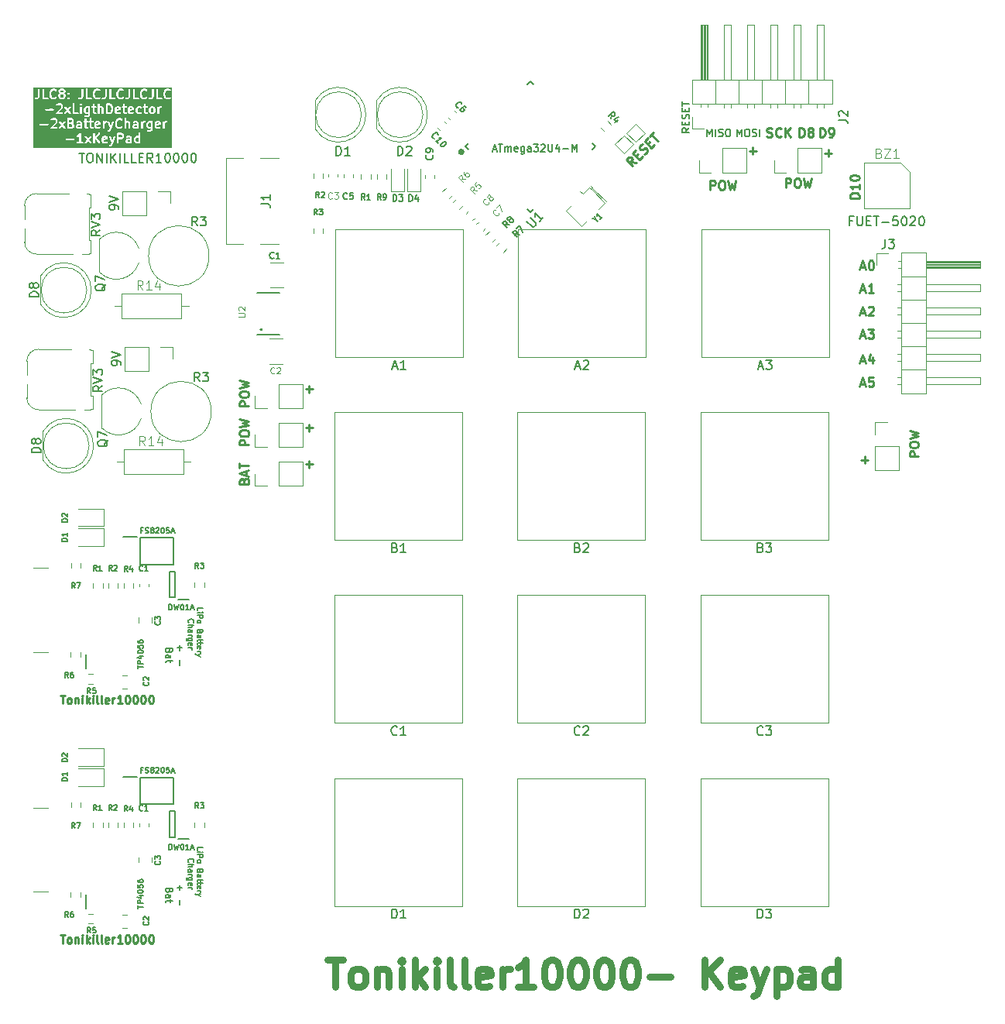
<source format=gbr>
%TF.GenerationSoftware,KiCad,Pcbnew,8.0.3*%
%TF.CreationDate,2024-09-09T17:16:03+03:00*%
%TF.ProjectId,JLC8,4a4c4338-2e6b-4696-9361-645f70636258,rev?*%
%TF.SameCoordinates,Original*%
%TF.FileFunction,Legend,Top*%
%TF.FilePolarity,Positive*%
%FSLAX46Y46*%
G04 Gerber Fmt 4.6, Leading zero omitted, Abs format (unit mm)*
G04 Created by KiCad (PCBNEW 8.0.3) date 2024-09-09 17:16:03*
%MOMM*%
%LPD*%
G01*
G04 APERTURE LIST*
%ADD10C,0.375000*%
%ADD11C,0.200000*%
%ADD12C,0.250000*%
%ADD13C,0.160000*%
%ADD14C,0.150000*%
%ADD15C,0.225000*%
%ADD16C,0.750000*%
%ADD17C,0.125000*%
%ADD18C,0.100000*%
%ADD19C,0.130000*%
%ADD20C,0.120000*%
%ADD21C,0.254000*%
%ADD22C,0.152400*%
G04 APERTURE END LIST*
D10*
X149873550Y-57527179D02*
G75*
G02*
X149498550Y-57527179I-187500J0D01*
G01*
X149498550Y-57527179D02*
G75*
G02*
X149873550Y-57527179I187500J0D01*
G01*
D11*
G36*
X110836182Y-55978603D02*
G01*
X110855007Y-56014861D01*
X110580749Y-56070799D01*
X110580538Y-56026900D01*
X110603112Y-55979978D01*
X110646336Y-55957536D01*
X110789666Y-55956225D01*
X110836182Y-55978603D01*
G37*
G36*
X113469733Y-56242660D02*
G01*
X113478331Y-56242048D01*
X113478944Y-56415275D01*
X113461070Y-56424555D01*
X113270208Y-56425979D01*
X113223536Y-56403525D01*
X113200927Y-56359980D01*
X113200115Y-56311515D01*
X113222160Y-56265692D01*
X113265313Y-56243287D01*
X113467100Y-56241782D01*
X113469733Y-56242660D01*
G37*
G36*
X114383073Y-55966798D02*
G01*
X114383918Y-56415165D01*
X114365761Y-56424592D01*
X114222432Y-56425903D01*
X114162689Y-56397162D01*
X114136915Y-56372503D01*
X114105917Y-56312799D01*
X114104416Y-56074379D01*
X114133284Y-56014372D01*
X114157946Y-55988595D01*
X114217765Y-55957536D01*
X114361095Y-55956225D01*
X114383073Y-55966798D01*
G37*
G36*
X112563693Y-55651632D02*
G01*
X112589470Y-55676294D01*
X112620587Y-55736225D01*
X112621721Y-55832072D01*
X112593099Y-55891567D01*
X112568441Y-55917340D01*
X112508798Y-55948308D01*
X112247823Y-55949559D01*
X112247210Y-55623926D01*
X112503546Y-55622696D01*
X112563693Y-55651632D01*
G37*
G36*
X115739636Y-54356574D02*
G01*
X115740676Y-54805421D01*
X115722905Y-54814648D01*
X115579576Y-54815959D01*
X115519833Y-54787218D01*
X115494059Y-54762559D01*
X115463061Y-54702855D01*
X115461560Y-54464435D01*
X115490428Y-54404428D01*
X115515090Y-54378651D01*
X115574909Y-54347592D01*
X115718239Y-54346281D01*
X115739636Y-54356574D01*
G37*
G36*
X107117463Y-54523764D02*
G01*
X107137088Y-54542540D01*
X107168205Y-54602471D01*
X107169339Y-54698318D01*
X107140718Y-54757811D01*
X107116056Y-54783589D01*
X107056416Y-54814555D01*
X106796339Y-54815802D01*
X106795725Y-54490103D01*
X107008929Y-54488943D01*
X107117463Y-54523764D01*
G37*
G36*
X107063692Y-54041688D02*
G01*
X107089469Y-54066350D01*
X107120694Y-54126489D01*
X107121506Y-54174954D01*
X107093098Y-54234004D01*
X107068440Y-54259777D01*
X107008771Y-54290758D01*
X106795351Y-54291920D01*
X106794828Y-54013918D01*
X107003606Y-54012782D01*
X107063692Y-54041688D01*
G37*
G36*
X108017351Y-54632716D02*
G01*
X108025949Y-54632104D01*
X108026562Y-54805331D01*
X108008688Y-54814611D01*
X107817826Y-54816035D01*
X107771154Y-54793581D01*
X107748545Y-54750036D01*
X107747733Y-54701571D01*
X107769778Y-54655748D01*
X107812931Y-54633343D01*
X108014718Y-54631838D01*
X108017351Y-54632716D01*
G37*
G36*
X110050468Y-54368659D02*
G01*
X110069293Y-54404917D01*
X109795035Y-54460855D01*
X109794824Y-54416956D01*
X109817398Y-54370034D01*
X109860622Y-54347592D01*
X110003952Y-54346281D01*
X110050468Y-54368659D01*
G37*
G36*
X114207829Y-54632716D02*
G01*
X114216427Y-54632104D01*
X114217040Y-54805331D01*
X114199166Y-54814611D01*
X114008304Y-54816035D01*
X113961632Y-54793581D01*
X113939023Y-54750036D01*
X113938211Y-54701571D01*
X113960256Y-54655748D01*
X114003409Y-54633343D01*
X114205196Y-54631838D01*
X114207829Y-54632716D01*
G37*
G36*
X116621898Y-54368659D02*
G01*
X116640723Y-54404917D01*
X116366465Y-54460855D01*
X116366254Y-54416956D01*
X116388828Y-54370034D01*
X116432052Y-54347592D01*
X116575382Y-54346281D01*
X116621898Y-54368659D01*
G37*
G36*
X108906300Y-52746630D02*
G01*
X108907340Y-53195477D01*
X108889569Y-53204704D01*
X108746240Y-53206015D01*
X108686497Y-53177274D01*
X108660723Y-53152615D01*
X108629725Y-53092911D01*
X108628224Y-52854491D01*
X108657092Y-52794484D01*
X108681754Y-52768707D01*
X108741573Y-52737648D01*
X108884903Y-52736337D01*
X108906300Y-52746630D01*
G37*
G36*
X111283689Y-52437489D02*
G01*
X111350830Y-52502976D01*
X111386450Y-52571580D01*
X111429929Y-52739147D01*
X111431335Y-52857955D01*
X111391095Y-53025227D01*
X111355173Y-53099897D01*
X111287864Y-53168905D01*
X111184682Y-53204598D01*
X111058243Y-53205541D01*
X111056732Y-52403776D01*
X111175844Y-52402888D01*
X111283689Y-52437489D01*
G37*
G36*
X112264753Y-52758715D02*
G01*
X112283578Y-52794973D01*
X112009320Y-52850911D01*
X112009109Y-52807012D01*
X112031683Y-52760090D01*
X112074907Y-52737648D01*
X112218237Y-52736337D01*
X112264753Y-52758715D01*
G37*
G36*
X113693325Y-52758715D02*
G01*
X113712150Y-52794973D01*
X113437892Y-52850911D01*
X113437681Y-52807012D01*
X113460255Y-52760090D01*
X113503479Y-52737648D01*
X113646809Y-52736337D01*
X113693325Y-52758715D01*
G37*
G36*
X115992265Y-52765077D02*
G01*
X116018042Y-52789739D01*
X116049039Y-52849439D01*
X116050540Y-53087860D01*
X116021672Y-53147867D01*
X115997010Y-53173645D01*
X115937078Y-53204762D01*
X115841232Y-53205896D01*
X115781737Y-53177274D01*
X115755963Y-53152615D01*
X115724965Y-53092911D01*
X115723464Y-52854491D01*
X115752332Y-52794484D01*
X115776994Y-52768707D01*
X115836925Y-52737590D01*
X115932772Y-52736456D01*
X115992265Y-52765077D01*
G37*
G36*
X106158931Y-51250371D02*
G01*
X106184708Y-51275033D01*
X106215767Y-51334852D01*
X106217078Y-51478182D01*
X106188338Y-51537923D01*
X106163676Y-51563701D01*
X106103856Y-51594760D01*
X105960527Y-51596071D01*
X105900784Y-51567330D01*
X105875010Y-51542671D01*
X105843950Y-51482848D01*
X105842639Y-51339519D01*
X105871379Y-51279778D01*
X105896041Y-51254001D01*
X105955860Y-51222942D01*
X106099190Y-51221631D01*
X106158931Y-51250371D01*
G37*
G36*
X106158931Y-50821800D02*
G01*
X106184708Y-50846462D01*
X106216204Y-50907123D01*
X106216243Y-50908489D01*
X106188337Y-50966497D01*
X106163679Y-50992270D01*
X106103856Y-51023331D01*
X105960527Y-51024642D01*
X105900784Y-50995901D01*
X105875011Y-50971243D01*
X105843513Y-50910578D01*
X105843474Y-50909213D01*
X105871379Y-50851207D01*
X105896041Y-50825430D01*
X105955860Y-50794371D01*
X106099190Y-50793060D01*
X106158931Y-50821800D01*
G37*
G36*
X118048574Y-57068057D02*
G01*
X102915907Y-57068057D01*
X102915907Y-56845224D01*
X111192549Y-56845224D01*
X111195315Y-56884144D01*
X111212764Y-56919043D01*
X111242241Y-56944607D01*
X111279257Y-56956946D01*
X111318177Y-56954180D01*
X111336485Y-56947174D01*
X111431514Y-56897833D01*
X111442559Y-56893259D01*
X111446405Y-56890102D01*
X111448313Y-56889112D01*
X111450042Y-56887117D01*
X111457713Y-56880823D01*
X111517768Y-56818051D01*
X111518005Y-56817476D01*
X111518440Y-56817032D01*
X111527469Y-56799632D01*
X111614873Y-56576630D01*
X111615663Y-56575758D01*
X111624033Y-56558032D01*
X111866881Y-55872346D01*
X111864943Y-55833376D01*
X111848240Y-55798114D01*
X111819314Y-55771928D01*
X111782569Y-55758805D01*
X111743599Y-55760742D01*
X111708337Y-55777446D01*
X111682150Y-55806371D01*
X111673780Y-55824098D01*
X111530073Y-56229854D01*
X111377568Y-55806371D01*
X111351381Y-55777445D01*
X111316119Y-55760742D01*
X111277149Y-55758804D01*
X111240404Y-55771927D01*
X111211478Y-55798114D01*
X111194775Y-55833376D01*
X111192837Y-55872346D01*
X111197590Y-55891365D01*
X111424072Y-56520269D01*
X111351947Y-56704286D01*
X111330346Y-56726864D01*
X111230452Y-56778731D01*
X111204888Y-56808208D01*
X111192549Y-56845224D01*
X102915907Y-56845224D01*
X102915907Y-56123936D01*
X106431780Y-56123936D01*
X106431780Y-56162954D01*
X106446712Y-56199002D01*
X106474302Y-56226592D01*
X106510350Y-56241524D01*
X106529859Y-56243445D01*
X107311273Y-56241524D01*
X107347321Y-56226592D01*
X107374911Y-56199002D01*
X107389843Y-56162954D01*
X107389843Y-56123936D01*
X107374911Y-56087888D01*
X107347321Y-56060298D01*
X107311273Y-56045366D01*
X107291764Y-56043445D01*
X106510350Y-56045366D01*
X106474302Y-56060298D01*
X106446712Y-56087888D01*
X106431780Y-56123936D01*
X102915907Y-56123936D01*
X102915907Y-55797605D01*
X107621120Y-55797605D01*
X107623886Y-55836525D01*
X107641335Y-55871424D01*
X107670812Y-55896988D01*
X107707828Y-55909327D01*
X107746748Y-55906561D01*
X107765056Y-55899555D01*
X107860085Y-55850214D01*
X107871130Y-55845640D01*
X107874976Y-55842483D01*
X107876884Y-55841493D01*
X107878613Y-55839498D01*
X107886284Y-55833204D01*
X107906591Y-55812383D01*
X107907747Y-56425646D01*
X107700826Y-56426319D01*
X107664778Y-56441251D01*
X107637188Y-56468841D01*
X107622256Y-56504889D01*
X107622256Y-56543907D01*
X107637188Y-56579955D01*
X107664778Y-56607545D01*
X107700826Y-56622477D01*
X107720335Y-56624398D01*
X108311272Y-56622477D01*
X108347320Y-56607545D01*
X108374910Y-56579955D01*
X108389842Y-56543907D01*
X108389842Y-56504889D01*
X108374910Y-56468841D01*
X108347320Y-56441251D01*
X108311272Y-56426319D01*
X108291763Y-56424398D01*
X108105861Y-56425002D01*
X108104807Y-55865415D01*
X108525393Y-55865415D01*
X108535923Y-55902986D01*
X108546465Y-55919513D01*
X108761021Y-56191343D01*
X108535923Y-56479143D01*
X108525393Y-56516714D01*
X108530042Y-56555454D01*
X108549161Y-56589466D01*
X108579842Y-56613572D01*
X108617413Y-56624102D01*
X108656153Y-56619453D01*
X108690165Y-56600334D01*
X108703729Y-56586180D01*
X108887356Y-56351403D01*
X109083838Y-56600334D01*
X109117850Y-56619453D01*
X109156590Y-56624102D01*
X109194161Y-56613572D01*
X109224842Y-56589466D01*
X109243961Y-56555454D01*
X109248610Y-56516714D01*
X109238080Y-56479143D01*
X109227538Y-56462616D01*
X109012981Y-56190785D01*
X109238080Y-55902986D01*
X109248610Y-55865415D01*
X109243961Y-55826675D01*
X109224842Y-55792663D01*
X109194161Y-55768557D01*
X109156590Y-55758027D01*
X109117850Y-55762676D01*
X109083838Y-55781795D01*
X109070274Y-55795949D01*
X108886646Y-56030725D01*
X108690165Y-55781795D01*
X108656153Y-55762676D01*
X108617413Y-55758027D01*
X108579842Y-55768557D01*
X108549161Y-55792663D01*
X108530042Y-55826675D01*
X108525393Y-55865415D01*
X108104807Y-55865415D01*
X108104182Y-55533729D01*
X108106028Y-55524398D01*
X109429859Y-55524398D01*
X109431780Y-56543907D01*
X109446712Y-56579955D01*
X109474302Y-56607545D01*
X109510350Y-56622477D01*
X109549368Y-56622477D01*
X109585416Y-56607545D01*
X109613006Y-56579955D01*
X109627938Y-56543907D01*
X109629859Y-56524398D01*
X109629130Y-56137843D01*
X109661989Y-56104831D01*
X110034529Y-56598853D01*
X110068104Y-56618732D01*
X110106730Y-56624250D01*
X110144527Y-56614567D01*
X110175742Y-56591156D01*
X110195621Y-56557582D01*
X110201139Y-56518956D01*
X110191456Y-56481158D01*
X110181287Y-56464398D01*
X109831529Y-56000588D01*
X110382240Y-56000588D01*
X110383132Y-56186657D01*
X110382240Y-56191169D01*
X110383176Y-56195852D01*
X110383993Y-56366126D01*
X110383025Y-56369032D01*
X110384078Y-56383856D01*
X110384161Y-56401049D01*
X110385536Y-56404369D01*
X110385791Y-56407952D01*
X110392797Y-56426261D01*
X110439834Y-56516856D01*
X110442983Y-56526302D01*
X110447357Y-56531346D01*
X110450859Y-56538090D01*
X110460330Y-56546304D01*
X110468547Y-56555779D01*
X110478417Y-56561991D01*
X110480335Y-56563655D01*
X110481875Y-56564168D01*
X110485138Y-56566222D01*
X110568155Y-56606160D01*
X110569540Y-56607545D01*
X110580289Y-56611997D01*
X110598684Y-56620847D01*
X110602267Y-56621101D01*
X110605588Y-56622477D01*
X110625097Y-56624398D01*
X110800604Y-56622792D01*
X110803066Y-56623613D01*
X110816681Y-56622645D01*
X110835082Y-56622477D01*
X110838402Y-56621101D01*
X110841986Y-56620847D01*
X110860294Y-56613841D01*
X110972122Y-56555779D01*
X110997687Y-56526302D01*
X111010025Y-56489286D01*
X111007260Y-56450366D01*
X110989811Y-56415468D01*
X110960334Y-56389903D01*
X110923318Y-56377564D01*
X110884398Y-56380330D01*
X110866089Y-56387336D01*
X110794332Y-56424592D01*
X110651003Y-56425903D01*
X110604488Y-56403525D01*
X110582138Y-56360481D01*
X110581718Y-56272832D01*
X110968696Y-56193905D01*
X110977939Y-56193905D01*
X110986904Y-56190191D01*
X110996795Y-56188174D01*
X111004935Y-56182722D01*
X111013987Y-56178973D01*
X111020988Y-56171971D01*
X111029214Y-56166463D01*
X111034648Y-56158311D01*
X111041577Y-56151383D01*
X111045366Y-56142235D01*
X111050858Y-56133998D01*
X111052759Y-56124387D01*
X111056509Y-56115335D01*
X111058430Y-56095826D01*
X111058428Y-56095729D01*
X111058430Y-56095721D01*
X111058428Y-56095711D01*
X111057073Y-56014808D01*
X111057645Y-56013095D01*
X111056860Y-56002050D01*
X111056509Y-55981079D01*
X111055133Y-55977758D01*
X111054879Y-55974175D01*
X111047873Y-55955866D01*
X111000833Y-55865268D01*
X110997687Y-55855827D01*
X110993314Y-55850784D01*
X110989811Y-55844038D01*
X110980335Y-55835820D01*
X110972122Y-55826350D01*
X110962250Y-55820136D01*
X110960334Y-55818474D01*
X110958795Y-55817960D01*
X110955532Y-55815907D01*
X110872514Y-55775968D01*
X110871130Y-55774584D01*
X110860380Y-55770131D01*
X110841986Y-55761282D01*
X110838402Y-55761027D01*
X110835082Y-55759652D01*
X110815573Y-55757731D01*
X110640065Y-55759336D01*
X110637604Y-55758516D01*
X110623988Y-55759483D01*
X110605588Y-55759652D01*
X110602267Y-55761027D01*
X110598684Y-55761282D01*
X110580375Y-55768288D01*
X110489777Y-55815327D01*
X110480336Y-55818474D01*
X110475293Y-55822846D01*
X110468547Y-55826350D01*
X110460329Y-55835825D01*
X110450859Y-55844039D01*
X110444645Y-55853910D01*
X110442983Y-55855827D01*
X110442469Y-55857365D01*
X110440416Y-55860629D01*
X110400477Y-55943646D01*
X110399093Y-55945031D01*
X110394640Y-55955780D01*
X110385791Y-55974175D01*
X110385536Y-55977758D01*
X110384161Y-55981079D01*
X110382240Y-56000588D01*
X109831529Y-56000588D01*
X109803175Y-55962988D01*
X110184434Y-55579956D01*
X110199365Y-55543907D01*
X110199365Y-55524398D01*
X112048907Y-55524398D01*
X112050828Y-56543907D01*
X112065760Y-56579955D01*
X112093350Y-56607545D01*
X112129398Y-56622477D01*
X112168416Y-56622477D01*
X112204464Y-56607545D01*
X112232054Y-56579955D01*
X112246986Y-56543907D01*
X112248907Y-56524398D01*
X112248458Y-56286302D01*
X113001288Y-56286302D01*
X113002644Y-56367318D01*
X113002073Y-56369032D01*
X113002857Y-56380076D01*
X113003209Y-56401049D01*
X113004584Y-56404369D01*
X113004839Y-56407952D01*
X113011845Y-56426261D01*
X113058882Y-56516856D01*
X113062031Y-56526302D01*
X113066405Y-56531346D01*
X113069907Y-56538090D01*
X113079378Y-56546304D01*
X113087595Y-56555779D01*
X113097465Y-56561991D01*
X113099383Y-56563655D01*
X113100923Y-56564168D01*
X113104186Y-56566222D01*
X113187203Y-56606160D01*
X113188588Y-56607545D01*
X113199337Y-56611997D01*
X113217732Y-56620847D01*
X113221315Y-56621101D01*
X113224636Y-56622477D01*
X113244145Y-56624398D01*
X113467100Y-56622735D01*
X113469733Y-56623613D01*
X113483838Y-56622610D01*
X113501749Y-56622477D01*
X113505069Y-56621101D01*
X113508653Y-56620847D01*
X113526961Y-56613841D01*
X113531469Y-56611500D01*
X113557969Y-56622477D01*
X113596987Y-56622477D01*
X113633035Y-56607545D01*
X113660625Y-56579955D01*
X113675557Y-56543907D01*
X113677478Y-56524398D01*
X113676014Y-56110366D01*
X113676692Y-56108333D01*
X113675971Y-56098184D01*
X113675794Y-56048207D01*
X113906050Y-56048207D01*
X113907752Y-56318662D01*
X113906835Y-56321414D01*
X113907860Y-56335840D01*
X113907971Y-56353430D01*
X113909346Y-56356750D01*
X113909601Y-56360334D01*
X113916607Y-56378642D01*
X113965944Y-56473666D01*
X113970521Y-56484716D01*
X113973679Y-56488564D01*
X113974669Y-56490470D01*
X113976663Y-56492199D01*
X113982958Y-56499869D01*
X114033058Y-56547802D01*
X114039976Y-56555779D01*
X114044125Y-56558390D01*
X114045730Y-56559926D01*
X114048170Y-56560936D01*
X114056567Y-56566222D01*
X114139584Y-56606160D01*
X114140969Y-56607545D01*
X114151718Y-56611997D01*
X114170113Y-56620847D01*
X114173696Y-56621101D01*
X114177017Y-56622477D01*
X114196526Y-56624398D01*
X114372033Y-56622792D01*
X114374495Y-56623613D01*
X114388110Y-56622645D01*
X114406511Y-56622477D01*
X114409831Y-56621101D01*
X114413415Y-56620847D01*
X114431723Y-56613841D01*
X114436231Y-56611500D01*
X114462731Y-56622477D01*
X114501749Y-56622477D01*
X114537797Y-56607545D01*
X114565387Y-56579955D01*
X114580319Y-56543907D01*
X114582240Y-56524398D01*
X114581060Y-55898382D01*
X114581454Y-55892843D01*
X114581047Y-55891624D01*
X114580319Y-55504889D01*
X114565387Y-55468841D01*
X114537797Y-55441251D01*
X114501749Y-55426319D01*
X114462731Y-55426319D01*
X114426683Y-55441251D01*
X114399093Y-55468841D01*
X114384161Y-55504889D01*
X114382240Y-55524398D01*
X114382679Y-55757770D01*
X114211494Y-55759336D01*
X114209033Y-55758516D01*
X114195417Y-55759483D01*
X114177017Y-55759652D01*
X114173696Y-55761027D01*
X114170113Y-55761282D01*
X114151804Y-55768288D01*
X114056770Y-55817630D01*
X114045730Y-55822203D01*
X114041884Y-55825358D01*
X114039976Y-55826350D01*
X114038243Y-55828347D01*
X114030577Y-55834640D01*
X113982645Y-55884740D01*
X113974669Y-55891658D01*
X113972056Y-55895807D01*
X113970522Y-55897412D01*
X113969511Y-55899851D01*
X113964226Y-55908248D01*
X113924287Y-55991265D01*
X113922903Y-55992650D01*
X113918451Y-56003398D01*
X113909601Y-56021794D01*
X113909346Y-56025377D01*
X113907971Y-56028698D01*
X113906050Y-56048207D01*
X113675794Y-56048207D01*
X113675680Y-56016131D01*
X113676693Y-56013095D01*
X113675616Y-55997949D01*
X113675557Y-55981079D01*
X113674181Y-55977758D01*
X113673927Y-55974175D01*
X113666921Y-55955866D01*
X113619881Y-55865268D01*
X113616735Y-55855827D01*
X113612362Y-55850784D01*
X113608859Y-55844038D01*
X113599383Y-55835820D01*
X113591170Y-55826350D01*
X113581298Y-55820136D01*
X113579382Y-55818474D01*
X113577843Y-55817960D01*
X113574580Y-55815907D01*
X113491562Y-55775968D01*
X113490178Y-55774584D01*
X113479428Y-55770131D01*
X113461034Y-55761282D01*
X113457450Y-55761027D01*
X113454130Y-55759652D01*
X113434621Y-55757731D01*
X113259113Y-55759336D01*
X113256652Y-55758516D01*
X113243036Y-55759483D01*
X113224636Y-55759652D01*
X113221315Y-55761027D01*
X113217732Y-55761282D01*
X113199423Y-55768288D01*
X113087595Y-55826350D01*
X113062031Y-55855827D01*
X113049692Y-55892843D01*
X113052458Y-55931763D01*
X113069907Y-55966662D01*
X113099384Y-55992226D01*
X113136400Y-56004565D01*
X113175320Y-56001799D01*
X113193628Y-55994793D01*
X113265384Y-55957536D01*
X113408714Y-55956225D01*
X113455230Y-55978603D01*
X113477552Y-56021595D01*
X113477599Y-56035020D01*
X113461070Y-56043602D01*
X113259284Y-56045107D01*
X113256652Y-56044230D01*
X113242546Y-56045232D01*
X113224636Y-56045366D01*
X113221315Y-56046741D01*
X113217732Y-56046996D01*
X113199423Y-56054002D01*
X113108825Y-56101041D01*
X113099384Y-56104188D01*
X113094341Y-56108560D01*
X113087595Y-56112064D01*
X113079377Y-56121539D01*
X113069907Y-56129753D01*
X113063693Y-56139624D01*
X113062031Y-56141541D01*
X113061517Y-56143079D01*
X113059464Y-56146343D01*
X113019525Y-56229360D01*
X113018141Y-56230745D01*
X113013688Y-56241494D01*
X113004839Y-56259889D01*
X113004584Y-56263472D01*
X113003209Y-56266793D01*
X113001288Y-56286302D01*
X112248458Y-56286302D01*
X112248197Y-56147730D01*
X112514446Y-56146453D01*
X112517352Y-56147422D01*
X112532176Y-56146368D01*
X112549368Y-56146286D01*
X112552688Y-56144910D01*
X112556272Y-56144656D01*
X112574580Y-56137650D01*
X112669609Y-56088309D01*
X112680654Y-56083735D01*
X112684500Y-56080578D01*
X112686408Y-56079588D01*
X112688137Y-56077593D01*
X112695808Y-56071299D01*
X112743741Y-56021196D01*
X112751716Y-56014281D01*
X112754327Y-56010131D01*
X112755863Y-56008527D01*
X112756873Y-56006086D01*
X112762159Y-55997690D01*
X112802097Y-55914672D01*
X112803482Y-55913288D01*
X112807934Y-55902538D01*
X112816784Y-55884144D01*
X112817038Y-55880560D01*
X112818414Y-55877240D01*
X112820335Y-55857731D01*
X112818818Y-55729574D01*
X112819550Y-55727381D01*
X112818641Y-55714598D01*
X112818414Y-55695365D01*
X112817038Y-55692044D01*
X112816784Y-55688461D01*
X112809778Y-55670152D01*
X112760435Y-55575118D01*
X112755863Y-55564078D01*
X112752707Y-55560232D01*
X112751716Y-55558324D01*
X112749718Y-55556591D01*
X112743426Y-55548925D01*
X112693325Y-55500993D01*
X112686408Y-55493017D01*
X112682258Y-55490404D01*
X112680654Y-55488870D01*
X112678214Y-55487859D01*
X112669818Y-55482574D01*
X112586800Y-55442635D01*
X112585416Y-55441251D01*
X112574666Y-55436798D01*
X112556272Y-55427949D01*
X112552688Y-55427694D01*
X112549368Y-55426319D01*
X112529859Y-55424398D01*
X112129398Y-55426319D01*
X112093350Y-55441251D01*
X112065760Y-55468841D01*
X112050828Y-55504889D01*
X112048907Y-55524398D01*
X110199365Y-55524398D01*
X110199365Y-55504889D01*
X110184434Y-55468841D01*
X110156844Y-55441251D01*
X110120796Y-55426320D01*
X110081778Y-55426320D01*
X110045729Y-55441251D01*
X110030576Y-55453687D01*
X109628602Y-55857531D01*
X109627938Y-55504889D01*
X109613006Y-55468841D01*
X109585416Y-55441251D01*
X109549368Y-55426319D01*
X109510350Y-55426319D01*
X109474302Y-55441251D01*
X109446712Y-55468841D01*
X109431780Y-55504889D01*
X109429859Y-55524398D01*
X108106028Y-55524398D01*
X108106049Y-55524293D01*
X108104146Y-55514781D01*
X108104128Y-55504889D01*
X108100338Y-55495740D01*
X108098397Y-55486033D01*
X108092945Y-55477892D01*
X108089196Y-55468841D01*
X108082196Y-55461841D01*
X108076686Y-55453613D01*
X108068531Y-55448176D01*
X108061606Y-55441251D01*
X108052462Y-55437463D01*
X108044221Y-55431969D01*
X108034607Y-55430067D01*
X108025558Y-55426319D01*
X108015657Y-55426319D01*
X108005945Y-55424398D01*
X107996340Y-55426319D01*
X107986540Y-55426319D01*
X107977391Y-55430108D01*
X107967684Y-55432050D01*
X107959543Y-55437501D01*
X107950492Y-55441251D01*
X107943492Y-55448250D01*
X107935264Y-55453761D01*
X107922975Y-55468767D01*
X107922902Y-55468841D01*
X107922888Y-55468873D01*
X107922844Y-55468928D01*
X107838610Y-55598071D01*
X107759964Y-55678702D01*
X107659023Y-55731112D01*
X107633459Y-55760589D01*
X107621120Y-55797605D01*
X102915907Y-55797605D01*
X102915907Y-55235280D01*
X111025883Y-55235280D01*
X111028649Y-55274200D01*
X111046098Y-55309099D01*
X111075575Y-55334663D01*
X111112591Y-55347002D01*
X111151511Y-55344236D01*
X111169819Y-55337230D01*
X111264848Y-55287889D01*
X111275893Y-55283315D01*
X111279739Y-55280158D01*
X111281647Y-55279168D01*
X111283376Y-55277173D01*
X111291047Y-55270879D01*
X111351102Y-55208107D01*
X111351339Y-55207532D01*
X111351774Y-55207088D01*
X111360803Y-55189688D01*
X111448207Y-54966686D01*
X111448997Y-54965814D01*
X111457367Y-54948088D01*
X111671661Y-54343025D01*
X111834622Y-54343025D01*
X111836249Y-54480598D01*
X111834740Y-54490743D01*
X111836511Y-54502721D01*
X111836543Y-54505391D01*
X111837107Y-54506754D01*
X111837608Y-54510136D01*
X111885112Y-54693215D01*
X111885792Y-54702771D01*
X111891383Y-54717383D01*
X111891822Y-54719072D01*
X111892252Y-54719652D01*
X111892798Y-54721079D01*
X111942134Y-54816101D01*
X111946712Y-54827153D01*
X111949870Y-54831001D01*
X111950860Y-54832907D01*
X111952854Y-54834636D01*
X111959149Y-54842306D01*
X112045094Y-54926137D01*
X112046099Y-54928147D01*
X112055623Y-54936407D01*
X112069540Y-54949982D01*
X112072859Y-54951357D01*
X112075575Y-54953712D01*
X112093475Y-54961703D01*
X112236559Y-55007609D01*
X112248446Y-55012533D01*
X112253438Y-55013024D01*
X112255447Y-55013669D01*
X112258081Y-55013481D01*
X112267955Y-55014454D01*
X112364097Y-55012844D01*
X112375700Y-55013669D01*
X112380536Y-55012569D01*
X112382702Y-55012533D01*
X112385144Y-55011521D01*
X112394816Y-55009322D01*
X112523193Y-54964913D01*
X112525560Y-54964913D01*
X112537552Y-54959945D01*
X112555573Y-54953712D01*
X112558288Y-54951357D01*
X112561608Y-54949982D01*
X112576761Y-54937545D01*
X112636817Y-54874772D01*
X112651748Y-54838723D01*
X112651747Y-54799705D01*
X112636816Y-54763657D01*
X112609225Y-54736067D01*
X112573177Y-54721136D01*
X112534159Y-54721137D01*
X112498111Y-54736068D01*
X112482957Y-54748505D01*
X112453627Y-54779162D01*
X112351016Y-54814657D01*
X112287529Y-54815720D01*
X112180789Y-54781475D01*
X112113650Y-54715987D01*
X112078029Y-54647380D01*
X112034550Y-54479815D01*
X112033144Y-54361008D01*
X112073384Y-54193735D01*
X112109306Y-54119065D01*
X112176613Y-54050059D01*
X112280131Y-54014250D01*
X112343617Y-54013187D01*
X112450798Y-54047574D01*
X112498111Y-54092839D01*
X112534160Y-54107770D01*
X112573178Y-54107770D01*
X112609226Y-54092839D01*
X112636816Y-54065249D01*
X112651747Y-54029201D01*
X112651747Y-53990183D01*
X112636816Y-53954134D01*
X112624379Y-53938981D01*
X112598742Y-53914454D01*
X112882241Y-53914454D01*
X112884162Y-54933963D01*
X112899094Y-54970011D01*
X112926684Y-54997601D01*
X112962732Y-55012533D01*
X113001750Y-55012533D01*
X113037798Y-54997601D01*
X113065388Y-54970011D01*
X113080320Y-54933963D01*
X113082241Y-54914454D01*
X113081241Y-54384166D01*
X113086518Y-54378651D01*
X113146449Y-54347534D01*
X113242296Y-54346400D01*
X113288564Y-54368659D01*
X113310886Y-54411651D01*
X113312733Y-54933963D01*
X113327665Y-54970011D01*
X113355255Y-54997601D01*
X113391303Y-55012533D01*
X113430321Y-55012533D01*
X113466369Y-54997601D01*
X113493959Y-54970011D01*
X113508891Y-54933963D01*
X113510812Y-54914454D01*
X113509970Y-54676358D01*
X113739384Y-54676358D01*
X113740740Y-54757374D01*
X113740169Y-54759088D01*
X113740953Y-54770132D01*
X113741305Y-54791105D01*
X113742680Y-54794425D01*
X113742935Y-54798008D01*
X113749941Y-54816317D01*
X113796978Y-54906912D01*
X113800127Y-54916358D01*
X113804501Y-54921402D01*
X113808003Y-54928146D01*
X113817474Y-54936360D01*
X113825691Y-54945835D01*
X113835561Y-54952047D01*
X113837479Y-54953711D01*
X113839019Y-54954224D01*
X113842282Y-54956278D01*
X113925299Y-54996216D01*
X113926684Y-54997601D01*
X113937433Y-55002053D01*
X113955828Y-55010903D01*
X113959411Y-55011157D01*
X113962732Y-55012533D01*
X113982241Y-55014454D01*
X114205196Y-55012791D01*
X114207829Y-55013669D01*
X114221934Y-55012666D01*
X114239845Y-55012533D01*
X114243165Y-55011157D01*
X114246749Y-55010903D01*
X114265057Y-55003897D01*
X114269565Y-55001556D01*
X114296065Y-55012533D01*
X114335083Y-55012533D01*
X114371131Y-54997601D01*
X114398721Y-54970011D01*
X114413653Y-54933963D01*
X114415574Y-54914454D01*
X114414110Y-54500422D01*
X114414788Y-54498389D01*
X114414067Y-54488240D01*
X114413776Y-54406187D01*
X114414789Y-54403151D01*
X114413712Y-54388005D01*
X114413653Y-54371135D01*
X114412277Y-54367814D01*
X114412023Y-54364231D01*
X114405017Y-54345922D01*
X114357977Y-54255324D01*
X114355465Y-54247787D01*
X114691765Y-54247787D01*
X114693686Y-54933963D01*
X114708618Y-54970011D01*
X114736208Y-54997601D01*
X114772256Y-55012533D01*
X114811274Y-55012533D01*
X114847322Y-54997601D01*
X114874912Y-54970011D01*
X114889844Y-54933963D01*
X114891765Y-54914454D01*
X114890502Y-54463663D01*
X114902722Y-54438263D01*
X115263194Y-54438263D01*
X115264896Y-54708718D01*
X115263979Y-54711470D01*
X115265004Y-54725896D01*
X115265115Y-54743486D01*
X115266490Y-54746806D01*
X115266745Y-54750390D01*
X115273751Y-54768698D01*
X115323088Y-54863722D01*
X115327665Y-54874772D01*
X115330823Y-54878620D01*
X115331813Y-54880526D01*
X115333807Y-54882255D01*
X115340102Y-54889925D01*
X115390202Y-54937858D01*
X115397120Y-54945835D01*
X115401269Y-54948446D01*
X115402874Y-54949982D01*
X115405314Y-54950992D01*
X115413711Y-54956278D01*
X115496728Y-54996216D01*
X115498113Y-54997601D01*
X115508862Y-55002053D01*
X115527257Y-55010903D01*
X115530840Y-55011157D01*
X115534161Y-55012533D01*
X115553670Y-55014454D01*
X115729177Y-55012848D01*
X115731639Y-55013669D01*
X115741157Y-55012992D01*
X115741198Y-55030763D01*
X115712148Y-55091147D01*
X115687490Y-55116920D01*
X115627555Y-55148039D01*
X115531709Y-55149173D01*
X115437226Y-55103719D01*
X115398306Y-55100953D01*
X115361290Y-55113292D01*
X115331813Y-55138856D01*
X115314364Y-55173755D01*
X115311598Y-55212675D01*
X115323937Y-55249691D01*
X115349501Y-55279168D01*
X115366092Y-55289611D01*
X115449109Y-55329549D01*
X115450494Y-55330934D01*
X115461243Y-55335386D01*
X115479638Y-55344236D01*
X115483221Y-55344490D01*
X115486542Y-55345866D01*
X115506051Y-55347787D01*
X115634207Y-55346270D01*
X115636401Y-55347002D01*
X115649183Y-55346093D01*
X115668417Y-55345866D01*
X115671737Y-55344490D01*
X115675321Y-55344236D01*
X115693629Y-55337230D01*
X115788658Y-55287889D01*
X115799703Y-55283315D01*
X115803549Y-55280158D01*
X115805457Y-55279168D01*
X115807186Y-55277173D01*
X115814857Y-55270879D01*
X115862790Y-55220776D01*
X115870765Y-55213861D01*
X115873376Y-55209711D01*
X115874912Y-55208107D01*
X115875922Y-55205666D01*
X115881208Y-55197270D01*
X115921146Y-55114252D01*
X115922531Y-55112868D01*
X115926983Y-55102118D01*
X115935833Y-55083724D01*
X115936087Y-55080140D01*
X115937463Y-55076820D01*
X115939384Y-55057311D01*
X115937839Y-54390644D01*
X116167956Y-54390644D01*
X116168848Y-54576713D01*
X116167956Y-54581225D01*
X116168892Y-54585908D01*
X116169709Y-54756182D01*
X116168741Y-54759088D01*
X116169794Y-54773912D01*
X116169877Y-54791105D01*
X116171252Y-54794425D01*
X116171507Y-54798008D01*
X116178513Y-54816317D01*
X116225550Y-54906912D01*
X116228699Y-54916358D01*
X116233073Y-54921402D01*
X116236575Y-54928146D01*
X116246046Y-54936360D01*
X116254263Y-54945835D01*
X116264133Y-54952047D01*
X116266051Y-54953711D01*
X116267591Y-54954224D01*
X116270854Y-54956278D01*
X116353871Y-54996216D01*
X116355256Y-54997601D01*
X116366005Y-55002053D01*
X116384400Y-55010903D01*
X116387983Y-55011157D01*
X116391304Y-55012533D01*
X116410813Y-55014454D01*
X116586320Y-55012848D01*
X116588782Y-55013669D01*
X116602397Y-55012701D01*
X116620798Y-55012533D01*
X116624118Y-55011157D01*
X116627702Y-55010903D01*
X116646010Y-55003897D01*
X116757838Y-54945835D01*
X116783403Y-54916358D01*
X116795741Y-54879342D01*
X116792976Y-54840422D01*
X116775527Y-54805524D01*
X116746050Y-54779959D01*
X116709034Y-54767620D01*
X116670114Y-54770386D01*
X116651805Y-54777392D01*
X116580048Y-54814648D01*
X116436719Y-54815959D01*
X116390204Y-54793581D01*
X116367854Y-54750537D01*
X116367434Y-54662888D01*
X116754412Y-54583961D01*
X116763655Y-54583961D01*
X116772620Y-54580247D01*
X116782511Y-54578230D01*
X116790651Y-54572778D01*
X116799703Y-54569029D01*
X116806704Y-54562027D01*
X116814930Y-54556519D01*
X116820364Y-54548367D01*
X116827293Y-54541439D01*
X116831082Y-54532291D01*
X116836574Y-54524054D01*
X116838475Y-54514443D01*
X116842225Y-54505391D01*
X116844146Y-54485882D01*
X116844144Y-54485785D01*
X116844146Y-54485777D01*
X116844144Y-54485767D01*
X116842789Y-54404864D01*
X116843361Y-54403151D01*
X116842576Y-54392106D01*
X116842225Y-54371135D01*
X116840849Y-54367814D01*
X116840595Y-54364231D01*
X116833589Y-54345922D01*
X116786549Y-54255324D01*
X116784037Y-54247787D01*
X117072718Y-54247787D01*
X117074639Y-54933963D01*
X117089571Y-54970011D01*
X117117161Y-54997601D01*
X117153209Y-55012533D01*
X117192227Y-55012533D01*
X117228275Y-54997601D01*
X117255865Y-54970011D01*
X117270797Y-54933963D01*
X117272718Y-54914454D01*
X117271455Y-54463663D01*
X117299952Y-54404428D01*
X117324614Y-54378651D01*
X117384753Y-54347426D01*
X117477941Y-54345866D01*
X117513989Y-54330934D01*
X117541579Y-54303344D01*
X117556511Y-54267296D01*
X117556511Y-54228278D01*
X117541579Y-54192230D01*
X117513989Y-54164640D01*
X117477941Y-54149708D01*
X117458432Y-54147787D01*
X117377414Y-54149143D01*
X117375701Y-54148572D01*
X117364656Y-54149356D01*
X117343685Y-54149708D01*
X117340364Y-54151083D01*
X117336781Y-54151338D01*
X117318472Y-54158344D01*
X117254956Y-54191321D01*
X117228275Y-54164640D01*
X117192227Y-54149708D01*
X117153209Y-54149708D01*
X117117161Y-54164640D01*
X117089571Y-54192230D01*
X117074639Y-54228278D01*
X117072718Y-54247787D01*
X116784037Y-54247787D01*
X116783403Y-54245883D01*
X116779030Y-54240840D01*
X116775527Y-54234094D01*
X116766051Y-54225876D01*
X116757838Y-54216406D01*
X116747966Y-54210192D01*
X116746050Y-54208530D01*
X116744511Y-54208016D01*
X116741248Y-54205963D01*
X116658230Y-54166024D01*
X116656846Y-54164640D01*
X116646096Y-54160187D01*
X116627702Y-54151338D01*
X116624118Y-54151083D01*
X116620798Y-54149708D01*
X116601289Y-54147787D01*
X116425781Y-54149392D01*
X116423320Y-54148572D01*
X116409704Y-54149539D01*
X116391304Y-54149708D01*
X116387983Y-54151083D01*
X116384400Y-54151338D01*
X116366091Y-54158344D01*
X116275493Y-54205383D01*
X116266052Y-54208530D01*
X116261009Y-54212902D01*
X116254263Y-54216406D01*
X116246045Y-54225881D01*
X116236575Y-54234095D01*
X116230361Y-54243966D01*
X116228699Y-54245883D01*
X116228185Y-54247421D01*
X116226132Y-54250685D01*
X116186193Y-54333702D01*
X116184809Y-54335087D01*
X116180356Y-54345836D01*
X116171507Y-54364231D01*
X116171252Y-54367814D01*
X116169877Y-54371135D01*
X116167956Y-54390644D01*
X115937839Y-54390644D01*
X115937621Y-54296645D01*
X115938598Y-54282899D01*
X115937582Y-54279852D01*
X115937463Y-54228278D01*
X115922531Y-54192230D01*
X115894941Y-54164640D01*
X115858893Y-54149708D01*
X115819875Y-54149708D01*
X115791765Y-54161351D01*
X115788953Y-54160187D01*
X115770559Y-54151338D01*
X115766975Y-54151083D01*
X115763655Y-54149708D01*
X115744146Y-54147787D01*
X115568638Y-54149392D01*
X115566177Y-54148572D01*
X115552561Y-54149539D01*
X115534161Y-54149708D01*
X115530840Y-54151083D01*
X115527257Y-54151338D01*
X115508948Y-54158344D01*
X115413914Y-54207686D01*
X115402874Y-54212259D01*
X115399028Y-54215414D01*
X115397120Y-54216406D01*
X115395387Y-54218403D01*
X115387721Y-54224696D01*
X115339789Y-54274796D01*
X115331813Y-54281714D01*
X115329200Y-54285863D01*
X115327666Y-54287468D01*
X115326655Y-54289907D01*
X115321370Y-54298304D01*
X115281431Y-54381321D01*
X115280047Y-54382706D01*
X115275595Y-54393454D01*
X115266745Y-54411850D01*
X115266490Y-54415433D01*
X115265115Y-54418754D01*
X115263194Y-54438263D01*
X114902722Y-54438263D01*
X114918999Y-54404428D01*
X114943661Y-54378651D01*
X115003800Y-54347426D01*
X115096988Y-54345866D01*
X115133036Y-54330934D01*
X115160626Y-54303344D01*
X115175558Y-54267296D01*
X115175558Y-54228278D01*
X115160626Y-54192230D01*
X115133036Y-54164640D01*
X115096988Y-54149708D01*
X115077479Y-54147787D01*
X114996461Y-54149143D01*
X114994748Y-54148572D01*
X114983703Y-54149356D01*
X114962732Y-54149708D01*
X114959411Y-54151083D01*
X114955828Y-54151338D01*
X114937519Y-54158344D01*
X114874003Y-54191321D01*
X114847322Y-54164640D01*
X114811274Y-54149708D01*
X114772256Y-54149708D01*
X114736208Y-54164640D01*
X114708618Y-54192230D01*
X114693686Y-54228278D01*
X114691765Y-54247787D01*
X114355465Y-54247787D01*
X114354831Y-54245883D01*
X114350458Y-54240840D01*
X114346955Y-54234094D01*
X114337479Y-54225876D01*
X114329266Y-54216406D01*
X114319394Y-54210192D01*
X114317478Y-54208530D01*
X114315939Y-54208016D01*
X114312676Y-54205963D01*
X114229658Y-54166024D01*
X114228274Y-54164640D01*
X114217524Y-54160187D01*
X114199130Y-54151338D01*
X114195546Y-54151083D01*
X114192226Y-54149708D01*
X114172717Y-54147787D01*
X113997209Y-54149392D01*
X113994748Y-54148572D01*
X113981132Y-54149539D01*
X113962732Y-54149708D01*
X113959411Y-54151083D01*
X113955828Y-54151338D01*
X113937519Y-54158344D01*
X113825691Y-54216406D01*
X113800127Y-54245883D01*
X113787788Y-54282899D01*
X113790554Y-54321819D01*
X113808003Y-54356718D01*
X113837480Y-54382282D01*
X113874496Y-54394621D01*
X113913416Y-54391855D01*
X113931724Y-54384849D01*
X114003480Y-54347592D01*
X114146810Y-54346281D01*
X114193326Y-54368659D01*
X114215648Y-54411651D01*
X114215695Y-54425076D01*
X114199166Y-54433658D01*
X113997380Y-54435163D01*
X113994748Y-54434286D01*
X113980642Y-54435288D01*
X113962732Y-54435422D01*
X113959411Y-54436797D01*
X113955828Y-54437052D01*
X113937519Y-54444058D01*
X113846921Y-54491097D01*
X113837480Y-54494244D01*
X113832437Y-54498616D01*
X113825691Y-54502120D01*
X113817473Y-54511595D01*
X113808003Y-54519809D01*
X113801789Y-54529680D01*
X113800127Y-54531597D01*
X113799613Y-54533135D01*
X113797560Y-54536399D01*
X113757621Y-54619416D01*
X113756237Y-54620801D01*
X113751784Y-54631550D01*
X113742935Y-54649945D01*
X113742680Y-54653528D01*
X113741305Y-54656849D01*
X113739384Y-54676358D01*
X113509970Y-54676358D01*
X113509014Y-54406187D01*
X113510027Y-54403151D01*
X113508950Y-54388005D01*
X113508891Y-54371135D01*
X113507515Y-54367814D01*
X113507261Y-54364231D01*
X113500255Y-54345922D01*
X113453215Y-54255324D01*
X113450069Y-54245883D01*
X113445696Y-54240840D01*
X113442193Y-54234094D01*
X113432717Y-54225876D01*
X113424504Y-54216406D01*
X113414632Y-54210192D01*
X113412716Y-54208530D01*
X113411177Y-54208016D01*
X113407914Y-54205963D01*
X113324896Y-54166024D01*
X113323512Y-54164640D01*
X113312762Y-54160187D01*
X113294368Y-54151338D01*
X113290784Y-54151083D01*
X113287464Y-54149708D01*
X113267955Y-54147787D01*
X113139798Y-54149303D01*
X113137605Y-54148572D01*
X113124822Y-54149480D01*
X113105589Y-54149708D01*
X113102268Y-54151083D01*
X113098685Y-54151338D01*
X113080815Y-54158175D01*
X113080320Y-53894945D01*
X113065388Y-53858897D01*
X113037798Y-53831307D01*
X113001750Y-53816375D01*
X112962732Y-53816375D01*
X112926684Y-53831307D01*
X112899094Y-53858897D01*
X112884162Y-53894945D01*
X112882241Y-53914454D01*
X112598742Y-53914454D01*
X112585616Y-53901896D01*
X112585049Y-53900761D01*
X112578423Y-53895014D01*
X112561607Y-53878926D01*
X112558288Y-53877551D01*
X112555573Y-53875196D01*
X112537672Y-53867205D01*
X112394592Y-53821300D01*
X112382702Y-53816375D01*
X112377708Y-53815883D01*
X112375700Y-53815239D01*
X112373066Y-53815426D01*
X112363193Y-53814454D01*
X112267049Y-53816063D01*
X112255447Y-53815239D01*
X112250611Y-53816338D01*
X112248446Y-53816375D01*
X112246004Y-53817386D01*
X112236332Y-53819586D01*
X112107958Y-53863994D01*
X112105589Y-53863994D01*
X112093592Y-53868963D01*
X112075575Y-53875196D01*
X112072859Y-53877551D01*
X112069541Y-53878926D01*
X112054387Y-53891362D01*
X111960370Y-53987751D01*
X111950860Y-53996000D01*
X111948193Y-54000236D01*
X111946713Y-54001754D01*
X111945702Y-54004193D01*
X111940417Y-54012590D01*
X111896988Y-54102861D01*
X111891822Y-54109835D01*
X111886594Y-54124467D01*
X111885792Y-54126136D01*
X111885740Y-54126858D01*
X111885227Y-54128296D01*
X111840647Y-54313606D01*
X111836543Y-54323516D01*
X111835350Y-54335625D01*
X111834740Y-54338164D01*
X111834957Y-54339622D01*
X111834622Y-54343025D01*
X111671661Y-54343025D01*
X111700215Y-54262402D01*
X111698277Y-54223432D01*
X111681574Y-54188170D01*
X111652648Y-54161984D01*
X111615903Y-54148861D01*
X111576933Y-54150798D01*
X111541671Y-54167502D01*
X111515484Y-54196427D01*
X111507114Y-54214154D01*
X111363407Y-54619910D01*
X111210902Y-54196427D01*
X111184715Y-54167501D01*
X111149453Y-54150798D01*
X111110483Y-54148860D01*
X111073738Y-54161983D01*
X111044812Y-54188170D01*
X111028109Y-54223432D01*
X111026171Y-54262402D01*
X111030924Y-54281421D01*
X111257406Y-54910325D01*
X111185281Y-55094342D01*
X111163680Y-55116920D01*
X111063786Y-55168787D01*
X111038222Y-55198264D01*
X111025883Y-55235280D01*
X102915907Y-55235280D01*
X102915907Y-54894945D01*
X104741303Y-54894945D01*
X104741303Y-54933963D01*
X104756235Y-54970011D01*
X104783825Y-54997601D01*
X104819873Y-55012533D01*
X104839382Y-55014454D01*
X105477938Y-55012533D01*
X105513986Y-54997601D01*
X105541576Y-54970011D01*
X105556508Y-54933963D01*
X105556508Y-54894945D01*
X105541576Y-54858897D01*
X105513986Y-54831307D01*
X105477938Y-54816375D01*
X105458429Y-54814454D01*
X105078876Y-54815595D01*
X105469139Y-54423515D01*
X105472122Y-54422024D01*
X105482270Y-54410322D01*
X105493957Y-54398582D01*
X105495331Y-54395263D01*
X105497687Y-54392548D01*
X105505678Y-54374648D01*
X105543914Y-54255471D01*
X105692059Y-54255471D01*
X105702589Y-54293042D01*
X105713131Y-54309569D01*
X105927687Y-54581399D01*
X105702589Y-54869199D01*
X105692059Y-54906770D01*
X105696708Y-54945510D01*
X105715827Y-54979522D01*
X105746508Y-55003628D01*
X105784079Y-55014158D01*
X105822819Y-55009509D01*
X105856831Y-54990390D01*
X105870395Y-54976236D01*
X106054022Y-54741459D01*
X106250504Y-54990390D01*
X106284516Y-55009509D01*
X106323256Y-55014158D01*
X106360827Y-55003628D01*
X106391508Y-54979522D01*
X106410627Y-54945510D01*
X106415276Y-54906770D01*
X106404746Y-54869199D01*
X106394204Y-54852672D01*
X106179647Y-54580841D01*
X106404746Y-54293042D01*
X106415276Y-54255471D01*
X106410627Y-54216731D01*
X106391508Y-54182719D01*
X106360827Y-54158613D01*
X106323256Y-54148083D01*
X106284516Y-54152732D01*
X106250504Y-54171851D01*
X106236940Y-54186005D01*
X106053312Y-54420781D01*
X105856831Y-54171851D01*
X105822819Y-54152732D01*
X105784079Y-54148083D01*
X105746508Y-54158613D01*
X105715827Y-54182719D01*
X105696708Y-54216731D01*
X105692059Y-54255471D01*
X105543914Y-54255471D01*
X105551584Y-54231563D01*
X105556508Y-54219677D01*
X105556999Y-54214684D01*
X105557644Y-54212676D01*
X105557456Y-54210041D01*
X105558429Y-54200168D01*
X105557072Y-54119150D01*
X105557644Y-54117437D01*
X105556859Y-54106392D01*
X105556508Y-54085421D01*
X105555132Y-54082100D01*
X105554878Y-54078517D01*
X105547872Y-54060208D01*
X105498529Y-53965174D01*
X105493957Y-53954134D01*
X105490801Y-53950288D01*
X105489810Y-53948380D01*
X105487812Y-53946647D01*
X105481520Y-53938981D01*
X105455883Y-53914454D01*
X106596525Y-53914454D01*
X106598446Y-54933963D01*
X106613378Y-54970011D01*
X106640968Y-54997601D01*
X106677016Y-55012533D01*
X106696525Y-55014454D01*
X107062064Y-55012700D01*
X107064970Y-55013669D01*
X107079794Y-55012615D01*
X107096986Y-55012533D01*
X107100306Y-55011157D01*
X107103890Y-55010903D01*
X107122198Y-55003897D01*
X107217226Y-54954557D01*
X107228273Y-54949982D01*
X107232119Y-54946824D01*
X107234026Y-54945835D01*
X107235756Y-54943840D01*
X107243426Y-54937545D01*
X107291359Y-54887442D01*
X107299334Y-54880527D01*
X107301945Y-54876377D01*
X107303482Y-54874772D01*
X107304493Y-54872330D01*
X107309777Y-54863936D01*
X107349715Y-54780918D01*
X107351100Y-54779534D01*
X107355552Y-54768784D01*
X107364402Y-54750390D01*
X107364656Y-54746806D01*
X107366032Y-54743486D01*
X107367953Y-54723977D01*
X107367389Y-54676358D01*
X107548906Y-54676358D01*
X107550262Y-54757374D01*
X107549691Y-54759088D01*
X107550475Y-54770132D01*
X107550827Y-54791105D01*
X107552202Y-54794425D01*
X107552457Y-54798008D01*
X107559463Y-54816317D01*
X107606500Y-54906912D01*
X107609649Y-54916358D01*
X107614023Y-54921402D01*
X107617525Y-54928146D01*
X107626996Y-54936360D01*
X107635213Y-54945835D01*
X107645083Y-54952047D01*
X107647001Y-54953711D01*
X107648541Y-54954224D01*
X107651804Y-54956278D01*
X107734821Y-54996216D01*
X107736206Y-54997601D01*
X107746955Y-55002053D01*
X107765350Y-55010903D01*
X107768933Y-55011157D01*
X107772254Y-55012533D01*
X107791763Y-55014454D01*
X108014718Y-55012791D01*
X108017351Y-55013669D01*
X108031456Y-55012666D01*
X108049367Y-55012533D01*
X108052687Y-55011157D01*
X108056271Y-55010903D01*
X108074579Y-55003897D01*
X108079087Y-55001556D01*
X108105587Y-55012533D01*
X108144605Y-55012533D01*
X108180653Y-54997601D01*
X108208243Y-54970011D01*
X108223175Y-54933963D01*
X108225096Y-54914454D01*
X108223632Y-54500422D01*
X108224310Y-54498389D01*
X108223589Y-54488240D01*
X108223298Y-54406187D01*
X108224311Y-54403151D01*
X108223234Y-54388005D01*
X108223175Y-54371135D01*
X108221799Y-54367814D01*
X108221545Y-54364231D01*
X108214539Y-54345922D01*
X108167499Y-54255324D01*
X108164353Y-54245883D01*
X108159980Y-54240840D01*
X108156477Y-54234094D01*
X108149771Y-54228278D01*
X108360351Y-54228278D01*
X108360351Y-54267296D01*
X108375283Y-54303344D01*
X108402873Y-54330934D01*
X108438921Y-54345866D01*
X108458430Y-54347787D01*
X108502236Y-54347576D01*
X108503130Y-54755911D01*
X108502072Y-54759088D01*
X108503171Y-54774562D01*
X108503208Y-54791105D01*
X108504583Y-54794425D01*
X108504838Y-54798008D01*
X108511844Y-54816317D01*
X108558881Y-54906912D01*
X108562030Y-54916358D01*
X108566404Y-54921402D01*
X108569906Y-54928146D01*
X108579377Y-54936360D01*
X108587594Y-54945835D01*
X108597464Y-54952047D01*
X108599382Y-54953711D01*
X108600922Y-54954224D01*
X108604185Y-54956278D01*
X108687202Y-54996216D01*
X108688587Y-54997601D01*
X108699336Y-55002053D01*
X108717731Y-55010903D01*
X108721314Y-55011157D01*
X108724635Y-55012533D01*
X108744144Y-55014454D01*
X108858891Y-55012533D01*
X108894939Y-54997601D01*
X108922529Y-54970011D01*
X108937461Y-54933963D01*
X108937461Y-54894945D01*
X108922529Y-54858897D01*
X108894939Y-54831307D01*
X108858891Y-54816375D01*
X108839382Y-54814454D01*
X108769357Y-54815626D01*
X108723535Y-54793581D01*
X108701241Y-54750643D01*
X108700355Y-54346626D01*
X108858891Y-54345866D01*
X108894939Y-54330934D01*
X108922529Y-54303344D01*
X108934620Y-54274153D01*
X108946712Y-54303344D01*
X108974302Y-54330934D01*
X109010350Y-54345866D01*
X109029859Y-54347787D01*
X109073665Y-54347576D01*
X109074559Y-54755911D01*
X109073501Y-54759088D01*
X109074600Y-54774562D01*
X109074637Y-54791105D01*
X109076012Y-54794425D01*
X109076267Y-54798008D01*
X109083273Y-54816317D01*
X109130310Y-54906912D01*
X109133459Y-54916358D01*
X109137833Y-54921402D01*
X109141335Y-54928146D01*
X109150806Y-54936360D01*
X109159023Y-54945835D01*
X109168893Y-54952047D01*
X109170811Y-54953711D01*
X109172351Y-54954224D01*
X109175614Y-54956278D01*
X109258631Y-54996216D01*
X109260016Y-54997601D01*
X109270765Y-55002053D01*
X109289160Y-55010903D01*
X109292743Y-55011157D01*
X109296064Y-55012533D01*
X109315573Y-55014454D01*
X109430320Y-55012533D01*
X109466368Y-54997601D01*
X109493958Y-54970011D01*
X109508890Y-54933963D01*
X109508890Y-54894945D01*
X109493958Y-54858897D01*
X109466368Y-54831307D01*
X109430320Y-54816375D01*
X109410811Y-54814454D01*
X109340786Y-54815626D01*
X109294964Y-54793581D01*
X109272670Y-54750643D01*
X109271881Y-54390644D01*
X109596526Y-54390644D01*
X109597418Y-54576713D01*
X109596526Y-54581225D01*
X109597462Y-54585908D01*
X109598279Y-54756182D01*
X109597311Y-54759088D01*
X109598364Y-54773912D01*
X109598447Y-54791105D01*
X109599822Y-54794425D01*
X109600077Y-54798008D01*
X109607083Y-54816317D01*
X109654120Y-54906912D01*
X109657269Y-54916358D01*
X109661643Y-54921402D01*
X109665145Y-54928146D01*
X109674616Y-54936360D01*
X109682833Y-54945835D01*
X109692703Y-54952047D01*
X109694621Y-54953711D01*
X109696161Y-54954224D01*
X109699424Y-54956278D01*
X109782441Y-54996216D01*
X109783826Y-54997601D01*
X109794575Y-55002053D01*
X109812970Y-55010903D01*
X109816553Y-55011157D01*
X109819874Y-55012533D01*
X109839383Y-55014454D01*
X110014890Y-55012848D01*
X110017352Y-55013669D01*
X110030967Y-55012701D01*
X110049368Y-55012533D01*
X110052688Y-55011157D01*
X110056272Y-55010903D01*
X110074580Y-55003897D01*
X110186408Y-54945835D01*
X110211973Y-54916358D01*
X110224311Y-54879342D01*
X110221546Y-54840422D01*
X110204097Y-54805524D01*
X110174620Y-54779959D01*
X110137604Y-54767620D01*
X110098684Y-54770386D01*
X110080375Y-54777392D01*
X110008618Y-54814648D01*
X109865289Y-54815959D01*
X109818774Y-54793581D01*
X109796424Y-54750537D01*
X109796004Y-54662888D01*
X110182982Y-54583961D01*
X110192225Y-54583961D01*
X110201190Y-54580247D01*
X110211081Y-54578230D01*
X110219221Y-54572778D01*
X110228273Y-54569029D01*
X110235274Y-54562027D01*
X110243500Y-54556519D01*
X110248934Y-54548367D01*
X110255863Y-54541439D01*
X110259652Y-54532291D01*
X110265144Y-54524054D01*
X110267045Y-54514443D01*
X110270795Y-54505391D01*
X110272716Y-54485882D01*
X110272714Y-54485785D01*
X110272716Y-54485777D01*
X110272714Y-54485767D01*
X110271359Y-54404864D01*
X110271931Y-54403151D01*
X110271146Y-54392106D01*
X110270795Y-54371135D01*
X110269419Y-54367814D01*
X110269165Y-54364231D01*
X110262159Y-54345922D01*
X110215119Y-54255324D01*
X110212607Y-54247787D01*
X110501288Y-54247787D01*
X110503209Y-54933963D01*
X110518141Y-54970011D01*
X110545731Y-54997601D01*
X110581779Y-55012533D01*
X110620797Y-55012533D01*
X110656845Y-54997601D01*
X110684435Y-54970011D01*
X110699367Y-54933963D01*
X110701288Y-54914454D01*
X110700025Y-54463663D01*
X110728522Y-54404428D01*
X110753184Y-54378651D01*
X110813323Y-54347426D01*
X110906511Y-54345866D01*
X110942559Y-54330934D01*
X110970149Y-54303344D01*
X110985081Y-54267296D01*
X110985081Y-54228278D01*
X110970149Y-54192230D01*
X110942559Y-54164640D01*
X110906511Y-54149708D01*
X110887002Y-54147787D01*
X110805984Y-54149143D01*
X110804271Y-54148572D01*
X110793226Y-54149356D01*
X110772255Y-54149708D01*
X110768934Y-54151083D01*
X110765351Y-54151338D01*
X110747042Y-54158344D01*
X110683526Y-54191321D01*
X110656845Y-54164640D01*
X110620797Y-54149708D01*
X110581779Y-54149708D01*
X110545731Y-54164640D01*
X110518141Y-54192230D01*
X110503209Y-54228278D01*
X110501288Y-54247787D01*
X110212607Y-54247787D01*
X110211973Y-54245883D01*
X110207600Y-54240840D01*
X110204097Y-54234094D01*
X110194621Y-54225876D01*
X110186408Y-54216406D01*
X110176536Y-54210192D01*
X110174620Y-54208530D01*
X110173081Y-54208016D01*
X110169818Y-54205963D01*
X110086800Y-54166024D01*
X110085416Y-54164640D01*
X110074666Y-54160187D01*
X110056272Y-54151338D01*
X110052688Y-54151083D01*
X110049368Y-54149708D01*
X110029859Y-54147787D01*
X109854351Y-54149392D01*
X109851890Y-54148572D01*
X109838274Y-54149539D01*
X109819874Y-54149708D01*
X109816553Y-54151083D01*
X109812970Y-54151338D01*
X109794661Y-54158344D01*
X109704063Y-54205383D01*
X109694622Y-54208530D01*
X109689579Y-54212902D01*
X109682833Y-54216406D01*
X109674615Y-54225881D01*
X109665145Y-54234095D01*
X109658931Y-54243966D01*
X109657269Y-54245883D01*
X109656755Y-54247421D01*
X109654702Y-54250685D01*
X109614763Y-54333702D01*
X109613379Y-54335087D01*
X109608926Y-54345836D01*
X109600077Y-54364231D01*
X109599822Y-54367814D01*
X109598447Y-54371135D01*
X109596526Y-54390644D01*
X109271881Y-54390644D01*
X109271784Y-54346626D01*
X109430320Y-54345866D01*
X109466368Y-54330934D01*
X109493958Y-54303344D01*
X109508890Y-54267296D01*
X109508890Y-54228278D01*
X109493958Y-54192230D01*
X109466368Y-54164640D01*
X109430320Y-54149708D01*
X109410811Y-54147787D01*
X109271350Y-54148455D01*
X109270795Y-53894945D01*
X109255863Y-53858897D01*
X109228273Y-53831307D01*
X109192225Y-53816375D01*
X109153207Y-53816375D01*
X109117159Y-53831307D01*
X109089569Y-53858897D01*
X109074637Y-53894945D01*
X109072716Y-53914454D01*
X109073230Y-54149406D01*
X109010350Y-54149708D01*
X108974302Y-54164640D01*
X108946712Y-54192230D01*
X108934620Y-54221420D01*
X108922529Y-54192230D01*
X108894939Y-54164640D01*
X108858891Y-54149708D01*
X108839382Y-54147787D01*
X108699921Y-54148455D01*
X108699366Y-53894945D01*
X108684434Y-53858897D01*
X108656844Y-53831307D01*
X108620796Y-53816375D01*
X108581778Y-53816375D01*
X108545730Y-53831307D01*
X108518140Y-53858897D01*
X108503208Y-53894945D01*
X108501287Y-53914454D01*
X108501801Y-54149406D01*
X108438921Y-54149708D01*
X108402873Y-54164640D01*
X108375283Y-54192230D01*
X108360351Y-54228278D01*
X108149771Y-54228278D01*
X108147001Y-54225876D01*
X108138788Y-54216406D01*
X108128916Y-54210192D01*
X108127000Y-54208530D01*
X108125461Y-54208016D01*
X108122198Y-54205963D01*
X108039180Y-54166024D01*
X108037796Y-54164640D01*
X108027046Y-54160187D01*
X108008652Y-54151338D01*
X108005068Y-54151083D01*
X108001748Y-54149708D01*
X107982239Y-54147787D01*
X107806731Y-54149392D01*
X107804270Y-54148572D01*
X107790654Y-54149539D01*
X107772254Y-54149708D01*
X107768933Y-54151083D01*
X107765350Y-54151338D01*
X107747041Y-54158344D01*
X107635213Y-54216406D01*
X107609649Y-54245883D01*
X107597310Y-54282899D01*
X107600076Y-54321819D01*
X107617525Y-54356718D01*
X107647002Y-54382282D01*
X107684018Y-54394621D01*
X107722938Y-54391855D01*
X107741246Y-54384849D01*
X107813002Y-54347592D01*
X107956332Y-54346281D01*
X108002848Y-54368659D01*
X108025170Y-54411651D01*
X108025217Y-54425076D01*
X108008688Y-54433658D01*
X107806902Y-54435163D01*
X107804270Y-54434286D01*
X107790164Y-54435288D01*
X107772254Y-54435422D01*
X107768933Y-54436797D01*
X107765350Y-54437052D01*
X107747041Y-54444058D01*
X107656443Y-54491097D01*
X107647002Y-54494244D01*
X107641959Y-54498616D01*
X107635213Y-54502120D01*
X107626995Y-54511595D01*
X107617525Y-54519809D01*
X107611311Y-54529680D01*
X107609649Y-54531597D01*
X107609135Y-54533135D01*
X107607082Y-54536399D01*
X107567143Y-54619416D01*
X107565759Y-54620801D01*
X107561306Y-54631550D01*
X107552457Y-54649945D01*
X107552202Y-54653528D01*
X107550827Y-54656849D01*
X107548906Y-54676358D01*
X107367389Y-54676358D01*
X107366436Y-54595820D01*
X107367168Y-54593627D01*
X107366259Y-54580844D01*
X107366032Y-54561611D01*
X107364656Y-54558290D01*
X107364402Y-54554707D01*
X107357396Y-54536398D01*
X107308053Y-54441364D01*
X107303481Y-54430324D01*
X107300325Y-54426478D01*
X107299334Y-54424570D01*
X107297336Y-54422837D01*
X107291044Y-54415171D01*
X107252281Y-54378086D01*
X107251714Y-54376951D01*
X107245088Y-54371204D01*
X107240603Y-54366913D01*
X107243740Y-54363633D01*
X107251715Y-54356718D01*
X107254326Y-54352568D01*
X107255862Y-54350964D01*
X107256872Y-54348523D01*
X107262158Y-54340127D01*
X107302096Y-54257109D01*
X107303481Y-54255725D01*
X107307933Y-54244975D01*
X107316783Y-54226581D01*
X107317037Y-54222997D01*
X107318413Y-54219677D01*
X107320334Y-54200168D01*
X107318977Y-54119150D01*
X107319549Y-54117437D01*
X107318764Y-54106392D01*
X107318413Y-54085421D01*
X107317037Y-54082100D01*
X107316783Y-54078517D01*
X107309777Y-54060208D01*
X107260434Y-53965174D01*
X107255862Y-53954134D01*
X107252706Y-53950288D01*
X107251715Y-53948380D01*
X107249717Y-53946647D01*
X107243425Y-53938981D01*
X107193324Y-53891049D01*
X107186407Y-53883073D01*
X107182257Y-53880460D01*
X107180653Y-53878926D01*
X107178213Y-53877915D01*
X107169817Y-53872630D01*
X107086799Y-53832691D01*
X107085415Y-53831307D01*
X107074665Y-53826854D01*
X107056271Y-53818005D01*
X107052687Y-53817750D01*
X107049367Y-53816375D01*
X107029858Y-53814454D01*
X106677016Y-53816375D01*
X106640968Y-53831307D01*
X106613378Y-53858897D01*
X106598446Y-53894945D01*
X106596525Y-53914454D01*
X105455883Y-53914454D01*
X105431419Y-53891049D01*
X105424502Y-53883073D01*
X105420352Y-53880460D01*
X105418748Y-53878926D01*
X105416308Y-53877915D01*
X105407912Y-53872630D01*
X105324894Y-53832691D01*
X105323510Y-53831307D01*
X105312760Y-53826854D01*
X105294366Y-53818005D01*
X105290782Y-53817750D01*
X105287462Y-53816375D01*
X105267953Y-53814454D01*
X105044997Y-53816116D01*
X105042365Y-53815239D01*
X105028259Y-53816241D01*
X105010349Y-53816375D01*
X105007028Y-53817750D01*
X105003445Y-53818005D01*
X104985136Y-53825011D01*
X104890102Y-53874353D01*
X104879062Y-53878926D01*
X104875216Y-53882081D01*
X104873308Y-53883073D01*
X104871575Y-53885070D01*
X104863909Y-53891363D01*
X104803854Y-53954135D01*
X104788922Y-53990183D01*
X104788922Y-54029201D01*
X104803854Y-54065249D01*
X104831444Y-54092839D01*
X104867492Y-54107771D01*
X104906510Y-54107771D01*
X104942558Y-54092839D01*
X104957712Y-54080403D01*
X104991278Y-54045318D01*
X105051026Y-54014296D01*
X105241889Y-54012872D01*
X105301787Y-54041688D01*
X105327564Y-54066350D01*
X105358789Y-54126489D01*
X105359695Y-54180593D01*
X105325593Y-54286887D01*
X104756235Y-54858897D01*
X104741303Y-54894945D01*
X102915907Y-54894945D01*
X102915907Y-54513992D01*
X103598446Y-54513992D01*
X103598446Y-54553010D01*
X103613378Y-54589058D01*
X103640968Y-54616648D01*
X103677016Y-54631580D01*
X103696525Y-54633501D01*
X104477939Y-54631580D01*
X104513987Y-54616648D01*
X104541577Y-54589058D01*
X104556509Y-54553010D01*
X104556509Y-54513992D01*
X104541577Y-54477944D01*
X104513987Y-54450354D01*
X104477939Y-54435422D01*
X104458430Y-54433501D01*
X103677016Y-54435422D01*
X103640968Y-54450354D01*
X103613378Y-54477944D01*
X103598446Y-54513992D01*
X102915907Y-54513992D01*
X102915907Y-53285001D01*
X105336541Y-53285001D01*
X105336541Y-53324019D01*
X105351473Y-53360067D01*
X105379063Y-53387657D01*
X105415111Y-53402589D01*
X105434620Y-53404510D01*
X106073176Y-53402589D01*
X106109224Y-53387657D01*
X106136814Y-53360067D01*
X106151746Y-53324019D01*
X106151746Y-53285001D01*
X106136814Y-53248953D01*
X106109224Y-53221363D01*
X106073176Y-53206431D01*
X106053667Y-53204510D01*
X105674114Y-53205651D01*
X106064377Y-52813571D01*
X106067360Y-52812080D01*
X106077508Y-52800378D01*
X106089195Y-52788638D01*
X106090569Y-52785319D01*
X106092925Y-52782604D01*
X106100916Y-52764704D01*
X106139152Y-52645527D01*
X106287297Y-52645527D01*
X106297827Y-52683098D01*
X106308369Y-52699625D01*
X106522925Y-52971455D01*
X106297827Y-53259255D01*
X106287297Y-53296826D01*
X106291946Y-53335566D01*
X106311065Y-53369578D01*
X106341746Y-53393684D01*
X106379317Y-53404214D01*
X106418057Y-53399565D01*
X106452069Y-53380446D01*
X106465633Y-53366292D01*
X106649260Y-53131515D01*
X106845742Y-53380446D01*
X106879754Y-53399565D01*
X106918494Y-53404214D01*
X106956065Y-53393684D01*
X106986746Y-53369578D01*
X107005865Y-53335566D01*
X107010514Y-53296826D01*
X106999984Y-53259255D01*
X106989442Y-53242728D01*
X106774885Y-52970897D01*
X106999984Y-52683098D01*
X107010514Y-52645527D01*
X107005865Y-52606787D01*
X106986746Y-52572775D01*
X106956065Y-52548669D01*
X106918494Y-52538139D01*
X106879754Y-52542788D01*
X106845742Y-52561907D01*
X106832178Y-52576061D01*
X106648550Y-52810837D01*
X106452069Y-52561907D01*
X106418057Y-52542788D01*
X106379317Y-52538139D01*
X106341746Y-52548669D01*
X106311065Y-52572775D01*
X106291946Y-52606787D01*
X106287297Y-52645527D01*
X106139152Y-52645527D01*
X106146822Y-52621619D01*
X106151746Y-52609733D01*
X106152237Y-52604740D01*
X106152882Y-52602732D01*
X106152694Y-52600097D01*
X106153667Y-52590224D01*
X106152310Y-52509206D01*
X106152882Y-52507493D01*
X106152097Y-52496448D01*
X106151746Y-52475477D01*
X106150370Y-52472156D01*
X106150116Y-52468573D01*
X106143110Y-52450264D01*
X106093767Y-52355230D01*
X106089195Y-52344190D01*
X106086039Y-52340344D01*
X106085048Y-52338436D01*
X106083050Y-52336703D01*
X106076758Y-52329037D01*
X106051121Y-52304510D01*
X107191763Y-52304510D01*
X107193684Y-53324019D01*
X107208616Y-53360067D01*
X107236206Y-53387657D01*
X107272254Y-53402589D01*
X107291763Y-53404510D01*
X107787462Y-53402589D01*
X107823510Y-53387657D01*
X107851100Y-53360067D01*
X107866032Y-53324019D01*
X107866032Y-53285001D01*
X107851100Y-53248953D01*
X107823510Y-53221363D01*
X107787462Y-53206431D01*
X107767953Y-53204510D01*
X107391577Y-53205968D01*
X107390507Y-52637843D01*
X108001287Y-52637843D01*
X108003208Y-53324019D01*
X108018140Y-53360067D01*
X108045730Y-53387657D01*
X108081778Y-53402589D01*
X108120796Y-53402589D01*
X108156844Y-53387657D01*
X108184434Y-53360067D01*
X108199366Y-53324019D01*
X108201287Y-53304510D01*
X108199954Y-52828319D01*
X108429858Y-52828319D01*
X108431560Y-53098774D01*
X108430643Y-53101526D01*
X108431668Y-53115952D01*
X108431779Y-53133542D01*
X108433154Y-53136862D01*
X108433409Y-53140446D01*
X108440415Y-53158754D01*
X108489752Y-53253778D01*
X108494329Y-53264828D01*
X108497487Y-53268676D01*
X108498477Y-53270582D01*
X108500471Y-53272311D01*
X108506766Y-53279981D01*
X108556866Y-53327914D01*
X108563784Y-53335891D01*
X108567933Y-53338502D01*
X108569538Y-53340038D01*
X108571978Y-53341048D01*
X108580375Y-53346334D01*
X108663392Y-53386272D01*
X108664777Y-53387657D01*
X108675526Y-53392109D01*
X108693921Y-53400959D01*
X108697504Y-53401213D01*
X108700825Y-53402589D01*
X108720334Y-53404510D01*
X108895841Y-53402904D01*
X108898303Y-53403725D01*
X108907821Y-53403048D01*
X108907862Y-53420819D01*
X108878812Y-53481203D01*
X108854154Y-53506976D01*
X108794219Y-53538095D01*
X108698373Y-53539229D01*
X108603890Y-53493775D01*
X108564970Y-53491009D01*
X108527954Y-53503348D01*
X108498477Y-53528912D01*
X108481028Y-53563811D01*
X108478262Y-53602731D01*
X108490601Y-53639747D01*
X108516165Y-53669224D01*
X108532756Y-53679667D01*
X108615773Y-53719605D01*
X108617158Y-53720990D01*
X108627907Y-53725442D01*
X108646302Y-53734292D01*
X108649885Y-53734546D01*
X108653206Y-53735922D01*
X108672715Y-53737843D01*
X108800871Y-53736326D01*
X108803065Y-53737058D01*
X108815847Y-53736149D01*
X108835081Y-53735922D01*
X108838401Y-53734546D01*
X108841985Y-53734292D01*
X108860293Y-53727286D01*
X108955322Y-53677945D01*
X108966367Y-53673371D01*
X108970213Y-53670214D01*
X108972121Y-53669224D01*
X108973850Y-53667229D01*
X108981521Y-53660935D01*
X109029454Y-53610832D01*
X109037429Y-53603917D01*
X109040040Y-53599767D01*
X109041576Y-53598163D01*
X109042586Y-53595722D01*
X109047872Y-53587326D01*
X109087810Y-53504308D01*
X109089195Y-53502924D01*
X109093647Y-53492174D01*
X109102497Y-53473780D01*
X109102751Y-53470196D01*
X109104127Y-53466876D01*
X109106048Y-53447367D01*
X109104285Y-52686701D01*
X109105262Y-52672955D01*
X109104246Y-52669908D01*
X109104127Y-52618334D01*
X109241303Y-52618334D01*
X109241303Y-52657352D01*
X109256235Y-52693400D01*
X109283825Y-52720990D01*
X109319873Y-52735922D01*
X109339382Y-52737843D01*
X109383188Y-52737632D01*
X109384082Y-53145967D01*
X109383024Y-53149144D01*
X109384123Y-53164618D01*
X109384160Y-53181161D01*
X109385535Y-53184481D01*
X109385790Y-53188064D01*
X109392796Y-53206373D01*
X109439833Y-53296968D01*
X109442982Y-53306414D01*
X109447356Y-53311458D01*
X109450858Y-53318202D01*
X109460329Y-53326416D01*
X109468546Y-53335891D01*
X109478416Y-53342103D01*
X109480334Y-53343767D01*
X109481874Y-53344280D01*
X109485137Y-53346334D01*
X109568154Y-53386272D01*
X109569539Y-53387657D01*
X109580288Y-53392109D01*
X109598683Y-53400959D01*
X109602266Y-53401213D01*
X109605587Y-53402589D01*
X109625096Y-53404510D01*
X109739843Y-53402589D01*
X109775891Y-53387657D01*
X109803481Y-53360067D01*
X109818413Y-53324019D01*
X109818413Y-53285001D01*
X109803481Y-53248953D01*
X109775891Y-53221363D01*
X109739843Y-53206431D01*
X109720334Y-53204510D01*
X109650309Y-53205682D01*
X109604487Y-53183637D01*
X109582193Y-53140699D01*
X109581307Y-52736682D01*
X109739843Y-52735922D01*
X109775891Y-52720990D01*
X109803481Y-52693400D01*
X109818413Y-52657352D01*
X109818413Y-52618334D01*
X109803481Y-52582286D01*
X109775891Y-52554696D01*
X109739843Y-52539764D01*
X109720334Y-52537843D01*
X109580873Y-52538511D01*
X109580361Y-52304510D01*
X109953668Y-52304510D01*
X109955589Y-53324019D01*
X109970521Y-53360067D01*
X109998111Y-53387657D01*
X110034159Y-53402589D01*
X110073177Y-53402589D01*
X110109225Y-53387657D01*
X110136815Y-53360067D01*
X110151747Y-53324019D01*
X110153668Y-53304510D01*
X110152668Y-52774222D01*
X110157945Y-52768707D01*
X110217876Y-52737590D01*
X110313723Y-52736456D01*
X110359991Y-52758715D01*
X110382313Y-52801707D01*
X110384160Y-53324019D01*
X110399092Y-53360067D01*
X110426682Y-53387657D01*
X110462730Y-53402589D01*
X110501748Y-53402589D01*
X110537796Y-53387657D01*
X110565386Y-53360067D01*
X110580318Y-53324019D01*
X110582239Y-53304510D01*
X110580441Y-52796243D01*
X110581454Y-52793207D01*
X110580377Y-52778061D01*
X110580318Y-52761191D01*
X110578942Y-52757870D01*
X110578688Y-52754287D01*
X110571682Y-52735978D01*
X110524642Y-52645380D01*
X110521496Y-52635939D01*
X110517123Y-52630896D01*
X110513620Y-52624150D01*
X110504144Y-52615932D01*
X110495931Y-52606462D01*
X110486059Y-52600248D01*
X110484143Y-52598586D01*
X110482604Y-52598072D01*
X110479341Y-52596019D01*
X110396323Y-52556080D01*
X110394939Y-52554696D01*
X110384189Y-52550243D01*
X110365795Y-52541394D01*
X110362211Y-52541139D01*
X110358891Y-52539764D01*
X110339382Y-52537843D01*
X110211225Y-52539359D01*
X110209032Y-52538628D01*
X110196249Y-52539536D01*
X110177016Y-52539764D01*
X110173695Y-52541139D01*
X110170112Y-52541394D01*
X110152242Y-52548231D01*
X110151784Y-52304510D01*
X110858430Y-52304510D01*
X110860351Y-53324019D01*
X110875283Y-53360067D01*
X110902873Y-53387657D01*
X110938921Y-53402589D01*
X110958430Y-53404510D01*
X111195230Y-53402744D01*
X111209032Y-53403725D01*
X111213959Y-53402604D01*
X111216034Y-53402589D01*
X111218476Y-53401577D01*
X111228148Y-53399378D01*
X111356525Y-53354969D01*
X111358892Y-53354969D01*
X111370884Y-53350001D01*
X111388905Y-53343768D01*
X111391620Y-53341413D01*
X111394940Y-53340038D01*
X111410093Y-53327601D01*
X111504110Y-53231211D01*
X111513620Y-53222964D01*
X111516286Y-53218728D01*
X111517768Y-53217209D01*
X111518779Y-53214767D01*
X111524063Y-53206373D01*
X111567491Y-53116101D01*
X111572658Y-53109128D01*
X111577886Y-53094493D01*
X111578688Y-53092827D01*
X111578739Y-53092106D01*
X111579253Y-53090668D01*
X111623832Y-52905355D01*
X111627937Y-52895447D01*
X111629129Y-52883337D01*
X111629740Y-52880799D01*
X111629522Y-52879340D01*
X111629858Y-52875938D01*
X111628731Y-52780700D01*
X111810811Y-52780700D01*
X111811703Y-52966769D01*
X111810811Y-52971281D01*
X111811747Y-52975964D01*
X111812564Y-53146238D01*
X111811596Y-53149144D01*
X111812649Y-53163968D01*
X111812732Y-53181161D01*
X111814107Y-53184481D01*
X111814362Y-53188064D01*
X111821368Y-53206373D01*
X111868405Y-53296968D01*
X111871554Y-53306414D01*
X111875928Y-53311458D01*
X111879430Y-53318202D01*
X111888901Y-53326416D01*
X111897118Y-53335891D01*
X111906988Y-53342103D01*
X111908906Y-53343767D01*
X111910446Y-53344280D01*
X111913709Y-53346334D01*
X111996726Y-53386272D01*
X111998111Y-53387657D01*
X112008860Y-53392109D01*
X112027255Y-53400959D01*
X112030838Y-53401213D01*
X112034159Y-53402589D01*
X112053668Y-53404510D01*
X112229175Y-53402904D01*
X112231637Y-53403725D01*
X112245252Y-53402757D01*
X112263653Y-53402589D01*
X112266973Y-53401213D01*
X112270557Y-53400959D01*
X112288865Y-53393953D01*
X112400693Y-53335891D01*
X112426258Y-53306414D01*
X112438596Y-53269398D01*
X112435831Y-53230478D01*
X112418382Y-53195580D01*
X112388905Y-53170015D01*
X112351889Y-53157676D01*
X112312969Y-53160442D01*
X112294660Y-53167448D01*
X112222903Y-53204704D01*
X112079574Y-53206015D01*
X112033059Y-53183637D01*
X112010709Y-53140593D01*
X112010289Y-53052944D01*
X112397267Y-52974017D01*
X112406510Y-52974017D01*
X112415475Y-52970303D01*
X112425366Y-52968286D01*
X112433506Y-52962834D01*
X112442558Y-52959085D01*
X112449559Y-52952083D01*
X112457785Y-52946575D01*
X112463219Y-52938423D01*
X112470148Y-52931495D01*
X112473937Y-52922347D01*
X112479429Y-52914110D01*
X112481330Y-52904499D01*
X112485080Y-52895447D01*
X112487001Y-52875938D01*
X112486999Y-52875841D01*
X112487001Y-52875833D01*
X112486999Y-52875823D01*
X112485644Y-52794920D01*
X112486216Y-52793207D01*
X112485431Y-52782162D01*
X112485080Y-52761191D01*
X112483704Y-52757870D01*
X112483450Y-52754287D01*
X112476444Y-52735978D01*
X112429404Y-52645380D01*
X112426258Y-52635939D01*
X112421885Y-52630896D01*
X112418382Y-52624150D01*
X112411676Y-52618334D01*
X112574637Y-52618334D01*
X112574637Y-52657352D01*
X112589569Y-52693400D01*
X112617159Y-52720990D01*
X112653207Y-52735922D01*
X112672716Y-52737843D01*
X112716522Y-52737632D01*
X112717416Y-53145967D01*
X112716358Y-53149144D01*
X112717457Y-53164618D01*
X112717494Y-53181161D01*
X112718869Y-53184481D01*
X112719124Y-53188064D01*
X112726130Y-53206373D01*
X112773167Y-53296968D01*
X112776316Y-53306414D01*
X112780690Y-53311458D01*
X112784192Y-53318202D01*
X112793663Y-53326416D01*
X112801880Y-53335891D01*
X112811750Y-53342103D01*
X112813668Y-53343767D01*
X112815208Y-53344280D01*
X112818471Y-53346334D01*
X112901488Y-53386272D01*
X112902873Y-53387657D01*
X112913622Y-53392109D01*
X112932017Y-53400959D01*
X112935600Y-53401213D01*
X112938921Y-53402589D01*
X112958430Y-53404510D01*
X113073177Y-53402589D01*
X113109225Y-53387657D01*
X113136815Y-53360067D01*
X113151747Y-53324019D01*
X113151747Y-53285001D01*
X113136815Y-53248953D01*
X113109225Y-53221363D01*
X113073177Y-53206431D01*
X113053668Y-53204510D01*
X112983643Y-53205682D01*
X112937821Y-53183637D01*
X112915527Y-53140699D01*
X112914738Y-52780700D01*
X113239383Y-52780700D01*
X113240275Y-52966769D01*
X113239383Y-52971281D01*
X113240319Y-52975964D01*
X113241136Y-53146238D01*
X113240168Y-53149144D01*
X113241221Y-53163968D01*
X113241304Y-53181161D01*
X113242679Y-53184481D01*
X113242934Y-53188064D01*
X113249940Y-53206373D01*
X113296977Y-53296968D01*
X113300126Y-53306414D01*
X113304500Y-53311458D01*
X113308002Y-53318202D01*
X113317473Y-53326416D01*
X113325690Y-53335891D01*
X113335560Y-53342103D01*
X113337478Y-53343767D01*
X113339018Y-53344280D01*
X113342281Y-53346334D01*
X113425298Y-53386272D01*
X113426683Y-53387657D01*
X113437432Y-53392109D01*
X113455827Y-53400959D01*
X113459410Y-53401213D01*
X113462731Y-53402589D01*
X113482240Y-53404510D01*
X113657747Y-53402904D01*
X113660209Y-53403725D01*
X113673824Y-53402757D01*
X113692225Y-53402589D01*
X113695545Y-53401213D01*
X113699129Y-53400959D01*
X113717437Y-53393953D01*
X113829265Y-53335891D01*
X113854830Y-53306414D01*
X113867168Y-53269398D01*
X113864403Y-53230478D01*
X113846954Y-53195580D01*
X113817477Y-53170015D01*
X113780461Y-53157676D01*
X113741541Y-53160442D01*
X113723232Y-53167448D01*
X113651475Y-53204704D01*
X113508146Y-53206015D01*
X113461631Y-53183637D01*
X113439281Y-53140593D01*
X113438861Y-53052944D01*
X113825839Y-52974017D01*
X113835082Y-52974017D01*
X113844047Y-52970303D01*
X113853938Y-52968286D01*
X113862078Y-52962834D01*
X113871130Y-52959085D01*
X113878131Y-52952083D01*
X113886357Y-52946575D01*
X113891791Y-52938423D01*
X113898720Y-52931495D01*
X113902509Y-52922347D01*
X113908001Y-52914110D01*
X113909902Y-52904499D01*
X113913652Y-52895447D01*
X113915573Y-52875938D01*
X113915571Y-52875841D01*
X113915573Y-52875833D01*
X113915571Y-52875823D01*
X113914775Y-52828319D01*
X114096526Y-52828319D01*
X114098228Y-53098774D01*
X114097311Y-53101526D01*
X114098336Y-53115952D01*
X114098447Y-53133542D01*
X114099822Y-53136862D01*
X114100077Y-53140446D01*
X114107083Y-53158754D01*
X114156420Y-53253778D01*
X114160997Y-53264828D01*
X114164155Y-53268676D01*
X114165145Y-53270582D01*
X114167139Y-53272311D01*
X114173434Y-53279981D01*
X114223534Y-53327914D01*
X114230452Y-53335891D01*
X114234601Y-53338502D01*
X114236206Y-53340038D01*
X114238646Y-53341048D01*
X114247043Y-53346334D01*
X114330060Y-53386272D01*
X114331445Y-53387657D01*
X114342194Y-53392109D01*
X114360589Y-53400959D01*
X114364172Y-53401213D01*
X114367493Y-53402589D01*
X114387002Y-53404510D01*
X114562509Y-53402904D01*
X114564971Y-53403725D01*
X114578586Y-53402757D01*
X114596987Y-53402589D01*
X114600307Y-53401213D01*
X114603891Y-53400959D01*
X114622199Y-53393953D01*
X114734027Y-53335891D01*
X114759592Y-53306414D01*
X114771930Y-53269398D01*
X114769165Y-53230478D01*
X114751716Y-53195580D01*
X114722239Y-53170015D01*
X114685223Y-53157676D01*
X114646303Y-53160442D01*
X114627994Y-53167448D01*
X114556237Y-53204704D01*
X114412908Y-53206015D01*
X114353165Y-53177274D01*
X114327391Y-53152615D01*
X114296393Y-53092911D01*
X114294892Y-52854491D01*
X114323760Y-52794484D01*
X114348422Y-52768707D01*
X114408241Y-52737648D01*
X114551571Y-52736337D01*
X114646303Y-52781911D01*
X114685223Y-52784677D01*
X114722239Y-52772338D01*
X114751716Y-52746773D01*
X114769165Y-52711875D01*
X114771930Y-52672955D01*
X114759592Y-52635939D01*
X114744323Y-52618334D01*
X114860352Y-52618334D01*
X114860352Y-52657352D01*
X114875284Y-52693400D01*
X114902874Y-52720990D01*
X114938922Y-52735922D01*
X114958431Y-52737843D01*
X115002237Y-52737632D01*
X115003131Y-53145967D01*
X115002073Y-53149144D01*
X115003172Y-53164618D01*
X115003209Y-53181161D01*
X115004584Y-53184481D01*
X115004839Y-53188064D01*
X115011845Y-53206373D01*
X115058882Y-53296968D01*
X115062031Y-53306414D01*
X115066405Y-53311458D01*
X115069907Y-53318202D01*
X115079378Y-53326416D01*
X115087595Y-53335891D01*
X115097465Y-53342103D01*
X115099383Y-53343767D01*
X115100923Y-53344280D01*
X115104186Y-53346334D01*
X115187203Y-53386272D01*
X115188588Y-53387657D01*
X115199337Y-53392109D01*
X115217732Y-53400959D01*
X115221315Y-53401213D01*
X115224636Y-53402589D01*
X115244145Y-53404510D01*
X115358892Y-53402589D01*
X115394940Y-53387657D01*
X115422530Y-53360067D01*
X115437462Y-53324019D01*
X115437462Y-53285001D01*
X115422530Y-53248953D01*
X115394940Y-53221363D01*
X115358892Y-53206431D01*
X115339383Y-53204510D01*
X115269358Y-53205682D01*
X115223536Y-53183637D01*
X115201242Y-53140699D01*
X115200557Y-52828319D01*
X115525098Y-52828319D01*
X115526800Y-53098774D01*
X115525883Y-53101526D01*
X115526908Y-53115952D01*
X115527019Y-53133542D01*
X115528394Y-53136862D01*
X115528649Y-53140446D01*
X115535655Y-53158754D01*
X115584992Y-53253778D01*
X115589569Y-53264828D01*
X115592727Y-53268676D01*
X115593717Y-53270582D01*
X115595711Y-53272311D01*
X115602006Y-53279981D01*
X115652106Y-53327914D01*
X115659024Y-53335891D01*
X115663173Y-53338502D01*
X115664778Y-53340038D01*
X115667218Y-53341048D01*
X115675615Y-53346334D01*
X115758632Y-53386272D01*
X115760017Y-53387657D01*
X115770766Y-53392109D01*
X115789161Y-53400959D01*
X115792744Y-53401213D01*
X115796065Y-53402589D01*
X115815574Y-53404510D01*
X115943730Y-53402993D01*
X115945924Y-53403725D01*
X115958706Y-53402816D01*
X115977940Y-53402589D01*
X115981260Y-53401213D01*
X115984844Y-53400959D01*
X116003152Y-53393953D01*
X116098180Y-53344613D01*
X116109227Y-53340038D01*
X116113073Y-53336880D01*
X116114980Y-53335891D01*
X116116710Y-53333896D01*
X116124380Y-53327601D01*
X116172313Y-53277498D01*
X116180288Y-53270583D01*
X116182899Y-53266433D01*
X116184436Y-53264828D01*
X116185447Y-53262386D01*
X116190731Y-53253992D01*
X116230669Y-53170974D01*
X116232054Y-53169590D01*
X116236506Y-53158840D01*
X116245356Y-53140446D01*
X116245610Y-53136862D01*
X116246986Y-53133542D01*
X116248907Y-53114033D01*
X116247204Y-52843577D01*
X116248122Y-52840826D01*
X116247096Y-52826399D01*
X116246986Y-52808810D01*
X116245610Y-52805489D01*
X116245356Y-52801906D01*
X116238350Y-52783597D01*
X116189007Y-52688563D01*
X116184435Y-52677523D01*
X116181279Y-52673677D01*
X116180288Y-52671769D01*
X116178290Y-52670036D01*
X116171998Y-52662370D01*
X116146361Y-52637843D01*
X116477479Y-52637843D01*
X116479400Y-53324019D01*
X116494332Y-53360067D01*
X116521922Y-53387657D01*
X116557970Y-53402589D01*
X116596988Y-53402589D01*
X116633036Y-53387657D01*
X116660626Y-53360067D01*
X116675558Y-53324019D01*
X116677479Y-53304510D01*
X116676216Y-52853719D01*
X116704713Y-52794484D01*
X116729375Y-52768707D01*
X116789514Y-52737482D01*
X116882702Y-52735922D01*
X116918750Y-52720990D01*
X116946340Y-52693400D01*
X116961272Y-52657352D01*
X116961272Y-52618334D01*
X116946340Y-52582286D01*
X116918750Y-52554696D01*
X116882702Y-52539764D01*
X116863193Y-52537843D01*
X116782175Y-52539199D01*
X116780462Y-52538628D01*
X116769417Y-52539412D01*
X116748446Y-52539764D01*
X116745125Y-52541139D01*
X116741542Y-52541394D01*
X116723233Y-52548400D01*
X116659717Y-52581377D01*
X116633036Y-52554696D01*
X116596988Y-52539764D01*
X116557970Y-52539764D01*
X116521922Y-52554696D01*
X116494332Y-52582286D01*
X116479400Y-52618334D01*
X116477479Y-52637843D01*
X116146361Y-52637843D01*
X116121897Y-52614438D01*
X116114980Y-52606462D01*
X116110830Y-52603849D01*
X116109226Y-52602315D01*
X116106786Y-52601304D01*
X116098390Y-52596019D01*
X116015372Y-52556080D01*
X116013988Y-52554696D01*
X116003238Y-52550243D01*
X115984844Y-52541394D01*
X115981260Y-52541139D01*
X115977940Y-52539764D01*
X115958431Y-52537843D01*
X115830274Y-52539359D01*
X115828081Y-52538628D01*
X115815298Y-52539536D01*
X115796065Y-52539764D01*
X115792744Y-52541139D01*
X115789161Y-52541394D01*
X115770852Y-52548400D01*
X115675818Y-52597742D01*
X115664778Y-52602315D01*
X115660932Y-52605470D01*
X115659024Y-52606462D01*
X115657291Y-52608459D01*
X115649625Y-52614752D01*
X115601693Y-52664852D01*
X115593717Y-52671770D01*
X115591104Y-52675919D01*
X115589570Y-52677524D01*
X115588559Y-52679963D01*
X115583274Y-52688360D01*
X115543335Y-52771377D01*
X115541951Y-52772762D01*
X115537499Y-52783510D01*
X115528649Y-52801906D01*
X115528394Y-52805489D01*
X115527019Y-52808810D01*
X115525098Y-52828319D01*
X115200557Y-52828319D01*
X115200356Y-52736682D01*
X115358892Y-52735922D01*
X115394940Y-52720990D01*
X115422530Y-52693400D01*
X115437462Y-52657352D01*
X115437462Y-52618334D01*
X115422530Y-52582286D01*
X115394940Y-52554696D01*
X115358892Y-52539764D01*
X115339383Y-52537843D01*
X115199922Y-52538511D01*
X115199367Y-52285001D01*
X115184435Y-52248953D01*
X115156845Y-52221363D01*
X115120797Y-52206431D01*
X115081779Y-52206431D01*
X115045731Y-52221363D01*
X115018141Y-52248953D01*
X115003209Y-52285001D01*
X115001288Y-52304510D01*
X115001802Y-52539462D01*
X114938922Y-52539764D01*
X114902874Y-52554696D01*
X114875284Y-52582286D01*
X114860352Y-52618334D01*
X114744323Y-52618334D01*
X114734027Y-52606462D01*
X114717437Y-52596019D01*
X114634419Y-52556080D01*
X114633035Y-52554696D01*
X114622285Y-52550243D01*
X114603891Y-52541394D01*
X114600307Y-52541139D01*
X114596987Y-52539764D01*
X114577478Y-52537843D01*
X114401970Y-52539448D01*
X114399509Y-52538628D01*
X114385893Y-52539595D01*
X114367493Y-52539764D01*
X114364172Y-52541139D01*
X114360589Y-52541394D01*
X114342280Y-52548400D01*
X114247246Y-52597742D01*
X114236206Y-52602315D01*
X114232360Y-52605470D01*
X114230452Y-52606462D01*
X114228719Y-52608459D01*
X114221053Y-52614752D01*
X114173121Y-52664852D01*
X114165145Y-52671770D01*
X114162532Y-52675919D01*
X114160998Y-52677524D01*
X114159987Y-52679963D01*
X114154702Y-52688360D01*
X114114763Y-52771377D01*
X114113379Y-52772762D01*
X114108927Y-52783510D01*
X114100077Y-52801906D01*
X114099822Y-52805489D01*
X114098447Y-52808810D01*
X114096526Y-52828319D01*
X113914775Y-52828319D01*
X113914216Y-52794920D01*
X113914788Y-52793207D01*
X113914003Y-52782162D01*
X113913652Y-52761191D01*
X113912276Y-52757870D01*
X113912022Y-52754287D01*
X113905016Y-52735978D01*
X113857976Y-52645380D01*
X113854830Y-52635939D01*
X113850457Y-52630896D01*
X113846954Y-52624150D01*
X113837478Y-52615932D01*
X113829265Y-52606462D01*
X113819393Y-52600248D01*
X113817477Y-52598586D01*
X113815938Y-52598072D01*
X113812675Y-52596019D01*
X113729657Y-52556080D01*
X113728273Y-52554696D01*
X113717523Y-52550243D01*
X113699129Y-52541394D01*
X113695545Y-52541139D01*
X113692225Y-52539764D01*
X113672716Y-52537843D01*
X113497208Y-52539448D01*
X113494747Y-52538628D01*
X113481131Y-52539595D01*
X113462731Y-52539764D01*
X113459410Y-52541139D01*
X113455827Y-52541394D01*
X113437518Y-52548400D01*
X113346920Y-52595439D01*
X113337479Y-52598586D01*
X113332436Y-52602958D01*
X113325690Y-52606462D01*
X113317472Y-52615937D01*
X113308002Y-52624151D01*
X113301788Y-52634022D01*
X113300126Y-52635939D01*
X113299612Y-52637477D01*
X113297559Y-52640741D01*
X113257620Y-52723758D01*
X113256236Y-52725143D01*
X113251783Y-52735892D01*
X113242934Y-52754287D01*
X113242679Y-52757870D01*
X113241304Y-52761191D01*
X113239383Y-52780700D01*
X112914738Y-52780700D01*
X112914641Y-52736682D01*
X113073177Y-52735922D01*
X113109225Y-52720990D01*
X113136815Y-52693400D01*
X113151747Y-52657352D01*
X113151747Y-52618334D01*
X113136815Y-52582286D01*
X113109225Y-52554696D01*
X113073177Y-52539764D01*
X113053668Y-52537843D01*
X112914207Y-52538511D01*
X112913652Y-52285001D01*
X112898720Y-52248953D01*
X112871130Y-52221363D01*
X112835082Y-52206431D01*
X112796064Y-52206431D01*
X112760016Y-52221363D01*
X112732426Y-52248953D01*
X112717494Y-52285001D01*
X112715573Y-52304510D01*
X112716087Y-52539462D01*
X112653207Y-52539764D01*
X112617159Y-52554696D01*
X112589569Y-52582286D01*
X112574637Y-52618334D01*
X112411676Y-52618334D01*
X112408906Y-52615932D01*
X112400693Y-52606462D01*
X112390821Y-52600248D01*
X112388905Y-52598586D01*
X112387366Y-52598072D01*
X112384103Y-52596019D01*
X112301085Y-52556080D01*
X112299701Y-52554696D01*
X112288951Y-52550243D01*
X112270557Y-52541394D01*
X112266973Y-52541139D01*
X112263653Y-52539764D01*
X112244144Y-52537843D01*
X112068636Y-52539448D01*
X112066175Y-52538628D01*
X112052559Y-52539595D01*
X112034159Y-52539764D01*
X112030838Y-52541139D01*
X112027255Y-52541394D01*
X112008946Y-52548400D01*
X111918348Y-52595439D01*
X111908907Y-52598586D01*
X111903864Y-52602958D01*
X111897118Y-52606462D01*
X111888900Y-52615937D01*
X111879430Y-52624151D01*
X111873216Y-52634022D01*
X111871554Y-52635939D01*
X111871040Y-52637477D01*
X111868987Y-52640741D01*
X111829048Y-52723758D01*
X111827664Y-52725143D01*
X111823211Y-52735892D01*
X111814362Y-52754287D01*
X111814107Y-52757870D01*
X111812732Y-52761191D01*
X111810811Y-52780700D01*
X111628731Y-52780700D01*
X111628230Y-52738364D01*
X111629740Y-52728220D01*
X111627968Y-52716241D01*
X111627937Y-52713572D01*
X111627372Y-52712208D01*
X111626872Y-52708827D01*
X111579367Y-52525747D01*
X111578688Y-52516192D01*
X111573095Y-52501576D01*
X111572658Y-52499891D01*
X111572228Y-52499311D01*
X111571682Y-52497883D01*
X111522339Y-52402849D01*
X111517767Y-52391810D01*
X111514611Y-52387965D01*
X111513620Y-52386055D01*
X111511622Y-52384322D01*
X111505331Y-52376656D01*
X111419386Y-52292827D01*
X111418381Y-52290817D01*
X111408851Y-52282551D01*
X111394939Y-52268982D01*
X111391620Y-52267607D01*
X111388905Y-52265252D01*
X111371004Y-52257261D01*
X111227924Y-52211356D01*
X111216034Y-52206431D01*
X111211040Y-52205939D01*
X111209032Y-52205295D01*
X111206398Y-52205482D01*
X111196525Y-52204510D01*
X110938921Y-52206431D01*
X110902873Y-52221363D01*
X110875283Y-52248953D01*
X110860351Y-52285001D01*
X110858430Y-52304510D01*
X110151784Y-52304510D01*
X110151747Y-52285001D01*
X110136815Y-52248953D01*
X110109225Y-52221363D01*
X110073177Y-52206431D01*
X110034159Y-52206431D01*
X109998111Y-52221363D01*
X109970521Y-52248953D01*
X109955589Y-52285001D01*
X109953668Y-52304510D01*
X109580361Y-52304510D01*
X109580318Y-52285001D01*
X109565386Y-52248953D01*
X109537796Y-52221363D01*
X109501748Y-52206431D01*
X109462730Y-52206431D01*
X109426682Y-52221363D01*
X109399092Y-52248953D01*
X109384160Y-52285001D01*
X109382239Y-52304510D01*
X109382753Y-52539462D01*
X109319873Y-52539764D01*
X109283825Y-52554696D01*
X109256235Y-52582286D01*
X109241303Y-52618334D01*
X109104127Y-52618334D01*
X109089195Y-52582286D01*
X109061605Y-52554696D01*
X109025557Y-52539764D01*
X108986539Y-52539764D01*
X108958429Y-52551407D01*
X108955617Y-52550243D01*
X108937223Y-52541394D01*
X108933639Y-52541139D01*
X108930319Y-52539764D01*
X108910810Y-52537843D01*
X108735302Y-52539448D01*
X108732841Y-52538628D01*
X108719225Y-52539595D01*
X108700825Y-52539764D01*
X108697504Y-52541139D01*
X108693921Y-52541394D01*
X108675612Y-52548400D01*
X108580578Y-52597742D01*
X108569538Y-52602315D01*
X108565692Y-52605470D01*
X108563784Y-52606462D01*
X108562051Y-52608459D01*
X108554385Y-52614752D01*
X108506453Y-52664852D01*
X108498477Y-52671770D01*
X108495864Y-52675919D01*
X108494330Y-52677524D01*
X108493319Y-52679963D01*
X108488034Y-52688360D01*
X108448095Y-52771377D01*
X108446711Y-52772762D01*
X108442259Y-52783510D01*
X108433409Y-52801906D01*
X108433154Y-52805489D01*
X108431779Y-52808810D01*
X108429858Y-52828319D01*
X108199954Y-52828319D01*
X108199366Y-52618334D01*
X108184434Y-52582286D01*
X108156844Y-52554696D01*
X108120796Y-52539764D01*
X108081778Y-52539764D01*
X108045730Y-52554696D01*
X108018140Y-52582286D01*
X108003208Y-52618334D01*
X108001287Y-52637843D01*
X107390507Y-52637843D01*
X107389932Y-52332620D01*
X107955589Y-52332620D01*
X107955589Y-52371638D01*
X107970521Y-52407686D01*
X107982957Y-52422840D01*
X108045729Y-52482895D01*
X108056287Y-52487268D01*
X108081778Y-52497827D01*
X108120796Y-52497827D01*
X108156844Y-52482895D01*
X108171998Y-52470459D01*
X108232053Y-52407687D01*
X108246984Y-52371638D01*
X108246984Y-52332620D01*
X108244124Y-52325716D01*
X108232053Y-52296571D01*
X108219616Y-52281418D01*
X108156844Y-52221363D01*
X108120796Y-52206431D01*
X108081778Y-52206431D01*
X108056287Y-52216989D01*
X108045729Y-52221363D01*
X108030576Y-52233800D01*
X107970522Y-52296571D01*
X107970521Y-52296572D01*
X107955589Y-52332620D01*
X107389932Y-52332620D01*
X107389842Y-52285001D01*
X107374910Y-52248953D01*
X107347320Y-52221363D01*
X107311272Y-52206431D01*
X107272254Y-52206431D01*
X107236206Y-52221363D01*
X107208616Y-52248953D01*
X107193684Y-52285001D01*
X107191763Y-52304510D01*
X106051121Y-52304510D01*
X106026657Y-52281105D01*
X106019740Y-52273129D01*
X106015590Y-52270516D01*
X106013986Y-52268982D01*
X106011546Y-52267971D01*
X106003150Y-52262686D01*
X105920132Y-52222747D01*
X105918748Y-52221363D01*
X105907998Y-52216910D01*
X105889604Y-52208061D01*
X105886020Y-52207806D01*
X105882700Y-52206431D01*
X105863191Y-52204510D01*
X105640235Y-52206172D01*
X105637603Y-52205295D01*
X105623497Y-52206297D01*
X105605587Y-52206431D01*
X105602266Y-52207806D01*
X105598683Y-52208061D01*
X105580374Y-52215067D01*
X105485340Y-52264409D01*
X105474300Y-52268982D01*
X105470454Y-52272137D01*
X105468546Y-52273129D01*
X105466813Y-52275126D01*
X105459147Y-52281419D01*
X105399092Y-52344191D01*
X105384160Y-52380239D01*
X105384160Y-52419257D01*
X105399092Y-52455305D01*
X105426682Y-52482895D01*
X105462730Y-52497827D01*
X105501748Y-52497827D01*
X105537796Y-52482895D01*
X105552950Y-52470459D01*
X105586516Y-52435374D01*
X105646264Y-52404352D01*
X105837127Y-52402928D01*
X105897025Y-52431744D01*
X105922802Y-52456406D01*
X105954027Y-52516545D01*
X105954933Y-52570649D01*
X105920831Y-52676943D01*
X105351473Y-53248953D01*
X105336541Y-53285001D01*
X102915907Y-53285001D01*
X102915907Y-52904048D01*
X104193684Y-52904048D01*
X104193684Y-52943066D01*
X104208616Y-52979114D01*
X104236206Y-53006704D01*
X104272254Y-53021636D01*
X104291763Y-53023557D01*
X105073177Y-53021636D01*
X105109225Y-53006704D01*
X105136815Y-52979114D01*
X105151747Y-52943066D01*
X105151747Y-52904048D01*
X105136815Y-52868000D01*
X105109225Y-52840410D01*
X105073177Y-52825478D01*
X105053668Y-52823557D01*
X104272254Y-52825478D01*
X104236206Y-52840410D01*
X104208616Y-52868000D01*
X104193684Y-52904048D01*
X102915907Y-52904048D01*
X102915907Y-51675057D01*
X103027018Y-51675057D01*
X103027018Y-51714075D01*
X103041950Y-51750123D01*
X103069540Y-51777713D01*
X103105588Y-51792645D01*
X103125097Y-51794566D01*
X103221239Y-51792956D01*
X103232842Y-51793781D01*
X103237678Y-51792681D01*
X103239844Y-51792645D01*
X103242286Y-51791633D01*
X103251958Y-51789434D01*
X103380335Y-51745025D01*
X103382702Y-51745025D01*
X103394694Y-51740057D01*
X103412715Y-51733824D01*
X103415430Y-51731469D01*
X103418750Y-51730094D01*
X103433903Y-51717657D01*
X103517733Y-51631711D01*
X103519742Y-51630707D01*
X103528000Y-51621185D01*
X103541578Y-51607265D01*
X103542953Y-51603945D01*
X103545307Y-51601231D01*
X103553298Y-51583331D01*
X103599204Y-51440246D01*
X103604128Y-51428360D01*
X103604619Y-51423367D01*
X103605264Y-51421359D01*
X103605076Y-51418724D01*
X103606049Y-51408851D01*
X103604179Y-50694566D01*
X103882240Y-50694566D01*
X103884161Y-51714075D01*
X103899093Y-51750123D01*
X103926683Y-51777713D01*
X103962731Y-51792645D01*
X103982240Y-51794566D01*
X104477939Y-51792645D01*
X104513987Y-51777713D01*
X104541577Y-51750123D01*
X104556509Y-51714075D01*
X104556509Y-51675057D01*
X104541577Y-51639009D01*
X104513987Y-51611419D01*
X104477939Y-51596487D01*
X104458430Y-51594566D01*
X104082054Y-51596024D01*
X104081163Y-51123137D01*
X104644145Y-51123137D01*
X104645772Y-51260710D01*
X104644263Y-51270855D01*
X104646034Y-51282833D01*
X104646066Y-51285503D01*
X104646630Y-51286866D01*
X104647131Y-51290248D01*
X104694635Y-51473327D01*
X104695315Y-51482883D01*
X104700906Y-51497495D01*
X104701345Y-51499184D01*
X104701775Y-51499764D01*
X104702321Y-51501191D01*
X104751657Y-51596213D01*
X104756235Y-51607265D01*
X104759393Y-51611113D01*
X104760383Y-51613019D01*
X104762377Y-51614748D01*
X104768672Y-51622418D01*
X104854617Y-51706249D01*
X104855622Y-51708259D01*
X104865146Y-51716519D01*
X104879063Y-51730094D01*
X104882382Y-51731469D01*
X104885098Y-51733824D01*
X104902998Y-51741815D01*
X105046082Y-51787721D01*
X105057969Y-51792645D01*
X105062961Y-51793136D01*
X105064970Y-51793781D01*
X105067604Y-51793593D01*
X105077478Y-51794566D01*
X105173620Y-51792956D01*
X105185223Y-51793781D01*
X105190059Y-51792681D01*
X105192225Y-51792645D01*
X105194667Y-51791633D01*
X105204339Y-51789434D01*
X105332716Y-51745025D01*
X105335083Y-51745025D01*
X105347075Y-51740057D01*
X105365096Y-51733824D01*
X105367811Y-51731469D01*
X105371131Y-51730094D01*
X105386284Y-51717657D01*
X105446340Y-51654884D01*
X105461271Y-51618835D01*
X105461270Y-51579817D01*
X105446339Y-51543769D01*
X105418748Y-51516179D01*
X105382700Y-51501248D01*
X105343682Y-51501249D01*
X105307634Y-51516180D01*
X105292480Y-51528617D01*
X105263150Y-51559274D01*
X105160539Y-51594769D01*
X105097052Y-51595832D01*
X104990312Y-51561587D01*
X104923173Y-51496099D01*
X104887552Y-51427492D01*
X104844073Y-51259927D01*
X104842667Y-51141120D01*
X104882907Y-50973847D01*
X104918829Y-50899177D01*
X104986136Y-50830171D01*
X105089654Y-50794362D01*
X105153140Y-50793299D01*
X105260321Y-50827686D01*
X105307634Y-50872951D01*
X105343683Y-50887882D01*
X105382701Y-50887882D01*
X105389558Y-50885042D01*
X105644145Y-50885042D01*
X105645132Y-50919546D01*
X105644930Y-50920154D01*
X105645297Y-50925331D01*
X105646066Y-50952170D01*
X105647441Y-50955490D01*
X105647696Y-50959074D01*
X105654702Y-50977382D01*
X105704042Y-51072411D01*
X105708617Y-51083456D01*
X105711773Y-51087302D01*
X105712764Y-51089210D01*
X105714758Y-51090939D01*
X105721053Y-51098610D01*
X105746632Y-51123082D01*
X105720740Y-51150146D01*
X105712764Y-51157064D01*
X105710151Y-51161213D01*
X105708617Y-51162818D01*
X105707606Y-51165257D01*
X105702321Y-51173654D01*
X105662382Y-51256671D01*
X105660998Y-51258056D01*
X105656545Y-51268805D01*
X105647696Y-51287200D01*
X105647441Y-51290783D01*
X105646066Y-51294104D01*
X105644145Y-51313613D01*
X105645750Y-51489120D01*
X105644930Y-51491582D01*
X105645897Y-51505197D01*
X105646066Y-51523598D01*
X105647441Y-51526918D01*
X105647696Y-51530502D01*
X105654702Y-51548810D01*
X105704039Y-51643834D01*
X105708616Y-51654884D01*
X105711774Y-51658732D01*
X105712764Y-51660638D01*
X105714758Y-51662367D01*
X105721053Y-51670037D01*
X105771153Y-51717970D01*
X105778071Y-51725947D01*
X105782220Y-51728558D01*
X105783825Y-51730094D01*
X105786265Y-51731104D01*
X105794662Y-51736390D01*
X105877679Y-51776328D01*
X105879064Y-51777713D01*
X105889813Y-51782165D01*
X105908208Y-51791015D01*
X105911791Y-51791269D01*
X105915112Y-51792645D01*
X105934621Y-51794566D01*
X106110128Y-51792960D01*
X106112590Y-51793781D01*
X106126205Y-51792813D01*
X106144606Y-51792645D01*
X106147926Y-51791269D01*
X106151510Y-51791015D01*
X106169818Y-51784009D01*
X106264846Y-51734669D01*
X106275893Y-51730094D01*
X106279739Y-51726936D01*
X106281646Y-51725947D01*
X106283376Y-51723952D01*
X106291046Y-51717657D01*
X106338979Y-51667554D01*
X106346954Y-51660639D01*
X106349565Y-51656489D01*
X106351102Y-51654884D01*
X106352113Y-51652442D01*
X106357397Y-51644048D01*
X106365388Y-51627438D01*
X106598447Y-51627438D01*
X106598447Y-51666456D01*
X106604910Y-51682059D01*
X106613379Y-51702505D01*
X106613383Y-51702509D01*
X106625815Y-51717658D01*
X106688587Y-51777713D01*
X106697590Y-51781442D01*
X106724636Y-51792645D01*
X106763654Y-51792645D01*
X106799702Y-51777713D01*
X106814856Y-51765277D01*
X106874911Y-51702505D01*
X106881663Y-51686203D01*
X106886280Y-51675057D01*
X107788923Y-51675057D01*
X107788923Y-51714075D01*
X107803855Y-51750123D01*
X107831445Y-51777713D01*
X107867493Y-51792645D01*
X107887002Y-51794566D01*
X107983144Y-51792956D01*
X107994747Y-51793781D01*
X107999583Y-51792681D01*
X108001749Y-51792645D01*
X108004191Y-51791633D01*
X108013863Y-51789434D01*
X108142240Y-51745025D01*
X108144607Y-51745025D01*
X108156599Y-51740057D01*
X108174620Y-51733824D01*
X108177335Y-51731469D01*
X108180655Y-51730094D01*
X108195808Y-51717657D01*
X108279638Y-51631711D01*
X108281647Y-51630707D01*
X108289905Y-51621185D01*
X108303483Y-51607265D01*
X108304858Y-51603945D01*
X108307212Y-51601231D01*
X108315203Y-51583331D01*
X108361109Y-51440246D01*
X108366033Y-51428360D01*
X108366524Y-51423367D01*
X108367169Y-51421359D01*
X108366981Y-51418724D01*
X108367954Y-51408851D01*
X108366084Y-50694566D01*
X108644145Y-50694566D01*
X108646066Y-51714075D01*
X108660998Y-51750123D01*
X108688588Y-51777713D01*
X108724636Y-51792645D01*
X108744145Y-51794566D01*
X109239844Y-51792645D01*
X109275892Y-51777713D01*
X109303482Y-51750123D01*
X109318414Y-51714075D01*
X109318414Y-51675057D01*
X109303482Y-51639009D01*
X109275892Y-51611419D01*
X109239844Y-51596487D01*
X109220335Y-51594566D01*
X108843959Y-51596024D01*
X108843068Y-51123137D01*
X109406050Y-51123137D01*
X109407677Y-51260710D01*
X109406168Y-51270855D01*
X109407939Y-51282833D01*
X109407971Y-51285503D01*
X109408535Y-51286866D01*
X109409036Y-51290248D01*
X109456540Y-51473327D01*
X109457220Y-51482883D01*
X109462811Y-51497495D01*
X109463250Y-51499184D01*
X109463680Y-51499764D01*
X109464226Y-51501191D01*
X109513562Y-51596213D01*
X109518140Y-51607265D01*
X109521298Y-51611113D01*
X109522288Y-51613019D01*
X109524282Y-51614748D01*
X109530577Y-51622418D01*
X109616522Y-51706249D01*
X109617527Y-51708259D01*
X109627051Y-51716519D01*
X109640968Y-51730094D01*
X109644287Y-51731469D01*
X109647003Y-51733824D01*
X109664903Y-51741815D01*
X109807987Y-51787721D01*
X109819874Y-51792645D01*
X109824866Y-51793136D01*
X109826875Y-51793781D01*
X109829509Y-51793593D01*
X109839383Y-51794566D01*
X109935525Y-51792956D01*
X109947128Y-51793781D01*
X109951964Y-51792681D01*
X109954130Y-51792645D01*
X109956572Y-51791633D01*
X109966244Y-51789434D01*
X110094621Y-51745025D01*
X110096988Y-51745025D01*
X110108980Y-51740057D01*
X110127001Y-51733824D01*
X110129716Y-51731469D01*
X110133036Y-51730094D01*
X110148189Y-51717657D01*
X110188945Y-51675057D01*
X110360352Y-51675057D01*
X110360352Y-51714075D01*
X110375284Y-51750123D01*
X110402874Y-51777713D01*
X110438922Y-51792645D01*
X110458431Y-51794566D01*
X110554573Y-51792956D01*
X110566176Y-51793781D01*
X110571012Y-51792681D01*
X110573178Y-51792645D01*
X110575620Y-51791633D01*
X110585292Y-51789434D01*
X110713669Y-51745025D01*
X110716036Y-51745025D01*
X110728028Y-51740057D01*
X110746049Y-51733824D01*
X110748764Y-51731469D01*
X110752084Y-51730094D01*
X110767237Y-51717657D01*
X110851067Y-51631711D01*
X110853076Y-51630707D01*
X110861334Y-51621185D01*
X110874912Y-51607265D01*
X110876287Y-51603945D01*
X110878641Y-51601231D01*
X110886632Y-51583331D01*
X110932538Y-51440246D01*
X110937462Y-51428360D01*
X110937953Y-51423367D01*
X110938598Y-51421359D01*
X110938410Y-51418724D01*
X110939383Y-51408851D01*
X110937513Y-50694566D01*
X111215574Y-50694566D01*
X111217495Y-51714075D01*
X111232427Y-51750123D01*
X111260017Y-51777713D01*
X111296065Y-51792645D01*
X111315574Y-51794566D01*
X111811273Y-51792645D01*
X111847321Y-51777713D01*
X111874911Y-51750123D01*
X111889843Y-51714075D01*
X111889843Y-51675057D01*
X111874911Y-51639009D01*
X111847321Y-51611419D01*
X111811273Y-51596487D01*
X111791764Y-51594566D01*
X111415388Y-51596024D01*
X111414497Y-51123137D01*
X111977479Y-51123137D01*
X111979106Y-51260710D01*
X111977597Y-51270855D01*
X111979368Y-51282833D01*
X111979400Y-51285503D01*
X111979964Y-51286866D01*
X111980465Y-51290248D01*
X112027969Y-51473327D01*
X112028649Y-51482883D01*
X112034240Y-51497495D01*
X112034679Y-51499184D01*
X112035109Y-51499764D01*
X112035655Y-51501191D01*
X112084991Y-51596213D01*
X112089569Y-51607265D01*
X112092727Y-51611113D01*
X112093717Y-51613019D01*
X112095711Y-51614748D01*
X112102006Y-51622418D01*
X112187951Y-51706249D01*
X112188956Y-51708259D01*
X112198480Y-51716519D01*
X112212397Y-51730094D01*
X112215716Y-51731469D01*
X112218432Y-51733824D01*
X112236332Y-51741815D01*
X112379416Y-51787721D01*
X112391303Y-51792645D01*
X112396295Y-51793136D01*
X112398304Y-51793781D01*
X112400938Y-51793593D01*
X112410812Y-51794566D01*
X112506954Y-51792956D01*
X112518557Y-51793781D01*
X112523393Y-51792681D01*
X112525559Y-51792645D01*
X112528001Y-51791633D01*
X112537673Y-51789434D01*
X112666050Y-51745025D01*
X112668417Y-51745025D01*
X112680409Y-51740057D01*
X112698430Y-51733824D01*
X112701145Y-51731469D01*
X112704465Y-51730094D01*
X112719618Y-51717657D01*
X112760374Y-51675057D01*
X112931781Y-51675057D01*
X112931781Y-51714075D01*
X112946713Y-51750123D01*
X112974303Y-51777713D01*
X113010351Y-51792645D01*
X113029860Y-51794566D01*
X113126002Y-51792956D01*
X113137605Y-51793781D01*
X113142441Y-51792681D01*
X113144607Y-51792645D01*
X113147049Y-51791633D01*
X113156721Y-51789434D01*
X113285098Y-51745025D01*
X113287465Y-51745025D01*
X113299457Y-51740057D01*
X113317478Y-51733824D01*
X113320193Y-51731469D01*
X113323513Y-51730094D01*
X113338666Y-51717657D01*
X113422496Y-51631711D01*
X113424505Y-51630707D01*
X113432763Y-51621185D01*
X113446341Y-51607265D01*
X113447716Y-51603945D01*
X113450070Y-51601231D01*
X113458061Y-51583331D01*
X113503967Y-51440246D01*
X113508891Y-51428360D01*
X113509382Y-51423367D01*
X113510027Y-51421359D01*
X113509839Y-51418724D01*
X113510812Y-51408851D01*
X113508942Y-50694566D01*
X113787003Y-50694566D01*
X113788924Y-51714075D01*
X113803856Y-51750123D01*
X113831446Y-51777713D01*
X113867494Y-51792645D01*
X113887003Y-51794566D01*
X114382702Y-51792645D01*
X114418750Y-51777713D01*
X114446340Y-51750123D01*
X114461272Y-51714075D01*
X114461272Y-51675057D01*
X114446340Y-51639009D01*
X114418750Y-51611419D01*
X114382702Y-51596487D01*
X114363193Y-51594566D01*
X113986817Y-51596024D01*
X113985926Y-51123137D01*
X114548908Y-51123137D01*
X114550535Y-51260710D01*
X114549026Y-51270855D01*
X114550797Y-51282833D01*
X114550829Y-51285503D01*
X114551393Y-51286866D01*
X114551894Y-51290248D01*
X114599398Y-51473327D01*
X114600078Y-51482883D01*
X114605669Y-51497495D01*
X114606108Y-51499184D01*
X114606538Y-51499764D01*
X114607084Y-51501191D01*
X114656420Y-51596213D01*
X114660998Y-51607265D01*
X114664156Y-51611113D01*
X114665146Y-51613019D01*
X114667140Y-51614748D01*
X114673435Y-51622418D01*
X114759380Y-51706249D01*
X114760385Y-51708259D01*
X114769909Y-51716519D01*
X114783826Y-51730094D01*
X114787145Y-51731469D01*
X114789861Y-51733824D01*
X114807761Y-51741815D01*
X114950845Y-51787721D01*
X114962732Y-51792645D01*
X114967724Y-51793136D01*
X114969733Y-51793781D01*
X114972367Y-51793593D01*
X114982241Y-51794566D01*
X115078383Y-51792956D01*
X115089986Y-51793781D01*
X115094822Y-51792681D01*
X115096988Y-51792645D01*
X115099430Y-51791633D01*
X115109102Y-51789434D01*
X115237479Y-51745025D01*
X115239846Y-51745025D01*
X115251838Y-51740057D01*
X115269859Y-51733824D01*
X115272574Y-51731469D01*
X115275894Y-51730094D01*
X115291047Y-51717657D01*
X115331803Y-51675057D01*
X115503210Y-51675057D01*
X115503210Y-51714075D01*
X115518142Y-51750123D01*
X115545732Y-51777713D01*
X115581780Y-51792645D01*
X115601289Y-51794566D01*
X115697431Y-51792956D01*
X115709034Y-51793781D01*
X115713870Y-51792681D01*
X115716036Y-51792645D01*
X115718478Y-51791633D01*
X115728150Y-51789434D01*
X115856527Y-51745025D01*
X115858894Y-51745025D01*
X115870886Y-51740057D01*
X115888907Y-51733824D01*
X115891622Y-51731469D01*
X115894942Y-51730094D01*
X115910095Y-51717657D01*
X115993925Y-51631711D01*
X115995934Y-51630707D01*
X116004192Y-51621185D01*
X116017770Y-51607265D01*
X116019145Y-51603945D01*
X116021499Y-51601231D01*
X116029490Y-51583331D01*
X116075396Y-51440246D01*
X116080320Y-51428360D01*
X116080811Y-51423367D01*
X116081456Y-51421359D01*
X116081268Y-51418724D01*
X116082241Y-51408851D01*
X116080371Y-50694566D01*
X116358432Y-50694566D01*
X116360353Y-51714075D01*
X116375285Y-51750123D01*
X116402875Y-51777713D01*
X116438923Y-51792645D01*
X116458432Y-51794566D01*
X116954131Y-51792645D01*
X116990179Y-51777713D01*
X117017769Y-51750123D01*
X117032701Y-51714075D01*
X117032701Y-51675057D01*
X117017769Y-51639009D01*
X116990179Y-51611419D01*
X116954131Y-51596487D01*
X116934622Y-51594566D01*
X116558246Y-51596024D01*
X116557355Y-51123137D01*
X117120337Y-51123137D01*
X117121964Y-51260710D01*
X117120455Y-51270855D01*
X117122226Y-51282833D01*
X117122258Y-51285503D01*
X117122822Y-51286866D01*
X117123323Y-51290248D01*
X117170827Y-51473327D01*
X117171507Y-51482883D01*
X117177098Y-51497495D01*
X117177537Y-51499184D01*
X117177967Y-51499764D01*
X117178513Y-51501191D01*
X117227849Y-51596213D01*
X117232427Y-51607265D01*
X117235585Y-51611113D01*
X117236575Y-51613019D01*
X117238569Y-51614748D01*
X117244864Y-51622418D01*
X117330809Y-51706249D01*
X117331814Y-51708259D01*
X117341338Y-51716519D01*
X117355255Y-51730094D01*
X117358574Y-51731469D01*
X117361290Y-51733824D01*
X117379190Y-51741815D01*
X117522274Y-51787721D01*
X117534161Y-51792645D01*
X117539153Y-51793136D01*
X117541162Y-51793781D01*
X117543796Y-51793593D01*
X117553670Y-51794566D01*
X117649812Y-51792956D01*
X117661415Y-51793781D01*
X117666251Y-51792681D01*
X117668417Y-51792645D01*
X117670859Y-51791633D01*
X117680531Y-51789434D01*
X117808908Y-51745025D01*
X117811275Y-51745025D01*
X117823267Y-51740057D01*
X117841288Y-51733824D01*
X117844003Y-51731469D01*
X117847323Y-51730094D01*
X117862476Y-51717657D01*
X117922532Y-51654884D01*
X117937463Y-51618835D01*
X117937462Y-51579817D01*
X117922531Y-51543769D01*
X117894940Y-51516179D01*
X117858892Y-51501248D01*
X117819874Y-51501249D01*
X117783826Y-51516180D01*
X117768672Y-51528617D01*
X117739342Y-51559274D01*
X117636731Y-51594769D01*
X117573244Y-51595832D01*
X117466504Y-51561587D01*
X117399365Y-51496099D01*
X117363744Y-51427492D01*
X117320265Y-51259927D01*
X117318859Y-51141120D01*
X117359099Y-50973847D01*
X117395021Y-50899177D01*
X117462328Y-50830171D01*
X117565846Y-50794362D01*
X117629332Y-50793299D01*
X117736513Y-50827686D01*
X117783826Y-50872951D01*
X117819875Y-50887882D01*
X117858893Y-50887882D01*
X117894941Y-50872951D01*
X117922531Y-50845361D01*
X117937462Y-50809313D01*
X117937462Y-50770295D01*
X117922531Y-50734246D01*
X117910094Y-50719093D01*
X117871331Y-50682008D01*
X117870764Y-50680873D01*
X117864138Y-50675126D01*
X117847322Y-50659038D01*
X117844003Y-50657663D01*
X117841288Y-50655308D01*
X117823387Y-50647317D01*
X117680307Y-50601412D01*
X117668417Y-50596487D01*
X117663423Y-50595995D01*
X117661415Y-50595351D01*
X117658781Y-50595538D01*
X117648908Y-50594566D01*
X117552764Y-50596175D01*
X117541162Y-50595351D01*
X117536326Y-50596450D01*
X117534161Y-50596487D01*
X117531719Y-50597498D01*
X117522047Y-50599698D01*
X117393673Y-50644106D01*
X117391304Y-50644106D01*
X117379307Y-50649075D01*
X117361290Y-50655308D01*
X117358574Y-50657663D01*
X117355256Y-50659038D01*
X117340102Y-50671474D01*
X117246085Y-50767863D01*
X117236575Y-50776112D01*
X117233908Y-50780348D01*
X117232428Y-50781866D01*
X117231417Y-50784305D01*
X117226132Y-50792702D01*
X117182703Y-50882973D01*
X117177537Y-50889947D01*
X117172309Y-50904579D01*
X117171507Y-50906248D01*
X117171455Y-50906970D01*
X117170942Y-50908408D01*
X117126362Y-51093718D01*
X117122258Y-51103628D01*
X117121065Y-51115737D01*
X117120455Y-51118276D01*
X117120672Y-51119734D01*
X117120337Y-51123137D01*
X116557355Y-51123137D01*
X116556511Y-50675057D01*
X116541579Y-50639009D01*
X116513989Y-50611419D01*
X116477941Y-50596487D01*
X116438923Y-50596487D01*
X116402875Y-50611419D01*
X116375285Y-50639009D01*
X116360353Y-50675057D01*
X116358432Y-50694566D01*
X116080371Y-50694566D01*
X116080320Y-50675057D01*
X116065388Y-50639009D01*
X116037798Y-50611419D01*
X116001750Y-50596487D01*
X115962732Y-50596487D01*
X115926684Y-50611419D01*
X115899094Y-50639009D01*
X115884162Y-50675057D01*
X115882241Y-50694566D01*
X115884055Y-51387570D01*
X115849262Y-51496015D01*
X115787866Y-51558961D01*
X115684350Y-51594769D01*
X115581780Y-51596487D01*
X115545732Y-51611419D01*
X115518142Y-51639009D01*
X115503210Y-51675057D01*
X115331803Y-51675057D01*
X115351103Y-51654884D01*
X115366034Y-51618835D01*
X115366033Y-51579817D01*
X115351102Y-51543769D01*
X115323511Y-51516179D01*
X115287463Y-51501248D01*
X115248445Y-51501249D01*
X115212397Y-51516180D01*
X115197243Y-51528617D01*
X115167913Y-51559274D01*
X115065302Y-51594769D01*
X115001815Y-51595832D01*
X114895075Y-51561587D01*
X114827936Y-51496099D01*
X114792315Y-51427492D01*
X114748836Y-51259927D01*
X114747430Y-51141120D01*
X114787670Y-50973847D01*
X114823592Y-50899177D01*
X114890899Y-50830171D01*
X114994417Y-50794362D01*
X115057903Y-50793299D01*
X115165084Y-50827686D01*
X115212397Y-50872951D01*
X115248446Y-50887882D01*
X115287464Y-50887882D01*
X115323512Y-50872951D01*
X115351102Y-50845361D01*
X115366033Y-50809313D01*
X115366033Y-50770295D01*
X115351102Y-50734246D01*
X115338665Y-50719093D01*
X115299902Y-50682008D01*
X115299335Y-50680873D01*
X115292709Y-50675126D01*
X115275893Y-50659038D01*
X115272574Y-50657663D01*
X115269859Y-50655308D01*
X115251958Y-50647317D01*
X115108878Y-50601412D01*
X115096988Y-50596487D01*
X115091994Y-50595995D01*
X115089986Y-50595351D01*
X115087352Y-50595538D01*
X115077479Y-50594566D01*
X114981335Y-50596175D01*
X114969733Y-50595351D01*
X114964897Y-50596450D01*
X114962732Y-50596487D01*
X114960290Y-50597498D01*
X114950618Y-50599698D01*
X114822244Y-50644106D01*
X114819875Y-50644106D01*
X114807878Y-50649075D01*
X114789861Y-50655308D01*
X114787145Y-50657663D01*
X114783827Y-50659038D01*
X114768673Y-50671474D01*
X114674656Y-50767863D01*
X114665146Y-50776112D01*
X114662479Y-50780348D01*
X114660999Y-50781866D01*
X114659988Y-50784305D01*
X114654703Y-50792702D01*
X114611274Y-50882973D01*
X114606108Y-50889947D01*
X114600880Y-50904579D01*
X114600078Y-50906248D01*
X114600026Y-50906970D01*
X114599513Y-50908408D01*
X114554933Y-51093718D01*
X114550829Y-51103628D01*
X114549636Y-51115737D01*
X114549026Y-51118276D01*
X114549243Y-51119734D01*
X114548908Y-51123137D01*
X113985926Y-51123137D01*
X113985082Y-50675057D01*
X113970150Y-50639009D01*
X113942560Y-50611419D01*
X113906512Y-50596487D01*
X113867494Y-50596487D01*
X113831446Y-50611419D01*
X113803856Y-50639009D01*
X113788924Y-50675057D01*
X113787003Y-50694566D01*
X113508942Y-50694566D01*
X113508891Y-50675057D01*
X113493959Y-50639009D01*
X113466369Y-50611419D01*
X113430321Y-50596487D01*
X113391303Y-50596487D01*
X113355255Y-50611419D01*
X113327665Y-50639009D01*
X113312733Y-50675057D01*
X113310812Y-50694566D01*
X113312626Y-51387570D01*
X113277833Y-51496015D01*
X113216437Y-51558961D01*
X113112921Y-51594769D01*
X113010351Y-51596487D01*
X112974303Y-51611419D01*
X112946713Y-51639009D01*
X112931781Y-51675057D01*
X112760374Y-51675057D01*
X112779674Y-51654884D01*
X112794605Y-51618835D01*
X112794604Y-51579817D01*
X112779673Y-51543769D01*
X112752082Y-51516179D01*
X112716034Y-51501248D01*
X112677016Y-51501249D01*
X112640968Y-51516180D01*
X112625814Y-51528617D01*
X112596484Y-51559274D01*
X112493873Y-51594769D01*
X112430386Y-51595832D01*
X112323646Y-51561587D01*
X112256507Y-51496099D01*
X112220886Y-51427492D01*
X112177407Y-51259927D01*
X112176001Y-51141120D01*
X112216241Y-50973847D01*
X112252163Y-50899177D01*
X112319470Y-50830171D01*
X112422988Y-50794362D01*
X112486474Y-50793299D01*
X112593655Y-50827686D01*
X112640968Y-50872951D01*
X112677017Y-50887882D01*
X112716035Y-50887882D01*
X112752083Y-50872951D01*
X112779673Y-50845361D01*
X112794604Y-50809313D01*
X112794604Y-50770295D01*
X112779673Y-50734246D01*
X112767236Y-50719093D01*
X112728473Y-50682008D01*
X112727906Y-50680873D01*
X112721280Y-50675126D01*
X112704464Y-50659038D01*
X112701145Y-50657663D01*
X112698430Y-50655308D01*
X112680529Y-50647317D01*
X112537449Y-50601412D01*
X112525559Y-50596487D01*
X112520565Y-50595995D01*
X112518557Y-50595351D01*
X112515923Y-50595538D01*
X112506050Y-50594566D01*
X112409906Y-50596175D01*
X112398304Y-50595351D01*
X112393468Y-50596450D01*
X112391303Y-50596487D01*
X112388861Y-50597498D01*
X112379189Y-50599698D01*
X112250815Y-50644106D01*
X112248446Y-50644106D01*
X112236449Y-50649075D01*
X112218432Y-50655308D01*
X112215716Y-50657663D01*
X112212398Y-50659038D01*
X112197244Y-50671474D01*
X112103227Y-50767863D01*
X112093717Y-50776112D01*
X112091050Y-50780348D01*
X112089570Y-50781866D01*
X112088559Y-50784305D01*
X112083274Y-50792702D01*
X112039845Y-50882973D01*
X112034679Y-50889947D01*
X112029451Y-50904579D01*
X112028649Y-50906248D01*
X112028597Y-50906970D01*
X112028084Y-50908408D01*
X111983504Y-51093718D01*
X111979400Y-51103628D01*
X111978207Y-51115737D01*
X111977597Y-51118276D01*
X111977814Y-51119734D01*
X111977479Y-51123137D01*
X111414497Y-51123137D01*
X111413653Y-50675057D01*
X111398721Y-50639009D01*
X111371131Y-50611419D01*
X111335083Y-50596487D01*
X111296065Y-50596487D01*
X111260017Y-50611419D01*
X111232427Y-50639009D01*
X111217495Y-50675057D01*
X111215574Y-50694566D01*
X110937513Y-50694566D01*
X110937462Y-50675057D01*
X110922530Y-50639009D01*
X110894940Y-50611419D01*
X110858892Y-50596487D01*
X110819874Y-50596487D01*
X110783826Y-50611419D01*
X110756236Y-50639009D01*
X110741304Y-50675057D01*
X110739383Y-50694566D01*
X110741197Y-51387570D01*
X110706404Y-51496015D01*
X110645008Y-51558961D01*
X110541492Y-51594769D01*
X110438922Y-51596487D01*
X110402874Y-51611419D01*
X110375284Y-51639009D01*
X110360352Y-51675057D01*
X110188945Y-51675057D01*
X110208245Y-51654884D01*
X110223176Y-51618835D01*
X110223175Y-51579817D01*
X110208244Y-51543769D01*
X110180653Y-51516179D01*
X110144605Y-51501248D01*
X110105587Y-51501249D01*
X110069539Y-51516180D01*
X110054385Y-51528617D01*
X110025055Y-51559274D01*
X109922444Y-51594769D01*
X109858957Y-51595832D01*
X109752217Y-51561587D01*
X109685078Y-51496099D01*
X109649457Y-51427492D01*
X109605978Y-51259927D01*
X109604572Y-51141120D01*
X109644812Y-50973847D01*
X109680734Y-50899177D01*
X109748041Y-50830171D01*
X109851559Y-50794362D01*
X109915045Y-50793299D01*
X110022226Y-50827686D01*
X110069539Y-50872951D01*
X110105588Y-50887882D01*
X110144606Y-50887882D01*
X110180654Y-50872951D01*
X110208244Y-50845361D01*
X110223175Y-50809313D01*
X110223175Y-50770295D01*
X110208244Y-50734246D01*
X110195807Y-50719093D01*
X110157044Y-50682008D01*
X110156477Y-50680873D01*
X110149851Y-50675126D01*
X110133035Y-50659038D01*
X110129716Y-50657663D01*
X110127001Y-50655308D01*
X110109100Y-50647317D01*
X109966020Y-50601412D01*
X109954130Y-50596487D01*
X109949136Y-50595995D01*
X109947128Y-50595351D01*
X109944494Y-50595538D01*
X109934621Y-50594566D01*
X109838477Y-50596175D01*
X109826875Y-50595351D01*
X109822039Y-50596450D01*
X109819874Y-50596487D01*
X109817432Y-50597498D01*
X109807760Y-50599698D01*
X109679386Y-50644106D01*
X109677017Y-50644106D01*
X109665020Y-50649075D01*
X109647003Y-50655308D01*
X109644287Y-50657663D01*
X109640969Y-50659038D01*
X109625815Y-50671474D01*
X109531798Y-50767863D01*
X109522288Y-50776112D01*
X109519621Y-50780348D01*
X109518141Y-50781866D01*
X109517130Y-50784305D01*
X109511845Y-50792702D01*
X109468416Y-50882973D01*
X109463250Y-50889947D01*
X109458022Y-50904579D01*
X109457220Y-50906248D01*
X109457168Y-50906970D01*
X109456655Y-50908408D01*
X109412075Y-51093718D01*
X109407971Y-51103628D01*
X109406778Y-51115737D01*
X109406168Y-51118276D01*
X109406385Y-51119734D01*
X109406050Y-51123137D01*
X108843068Y-51123137D01*
X108842224Y-50675057D01*
X108827292Y-50639009D01*
X108799702Y-50611419D01*
X108763654Y-50596487D01*
X108724636Y-50596487D01*
X108688588Y-50611419D01*
X108660998Y-50639009D01*
X108646066Y-50675057D01*
X108644145Y-50694566D01*
X108366084Y-50694566D01*
X108366033Y-50675057D01*
X108351101Y-50639009D01*
X108323511Y-50611419D01*
X108287463Y-50596487D01*
X108248445Y-50596487D01*
X108212397Y-50611419D01*
X108184807Y-50639009D01*
X108169875Y-50675057D01*
X108167954Y-50694566D01*
X108169768Y-51387570D01*
X108134975Y-51496015D01*
X108073579Y-51558961D01*
X107970063Y-51594769D01*
X107867493Y-51596487D01*
X107831445Y-51611419D01*
X107803855Y-51639009D01*
X107788923Y-51675057D01*
X106886280Y-51675057D01*
X106889842Y-51666457D01*
X106889843Y-51627439D01*
X106874912Y-51591390D01*
X106862475Y-51576237D01*
X106799703Y-51516180D01*
X106777371Y-51506930D01*
X106763654Y-51501248D01*
X106724636Y-51501248D01*
X106714078Y-51505621D01*
X106688588Y-51516179D01*
X106688587Y-51516180D01*
X106673433Y-51528617D01*
X106613378Y-51591390D01*
X106604420Y-51613019D01*
X106598447Y-51627438D01*
X106365388Y-51627438D01*
X106397335Y-51561030D01*
X106398720Y-51559646D01*
X106403172Y-51548896D01*
X106412022Y-51530502D01*
X106412276Y-51526918D01*
X106413652Y-51523598D01*
X106415573Y-51504089D01*
X106413967Y-51328581D01*
X106414788Y-51326120D01*
X106413820Y-51312504D01*
X106413652Y-51294104D01*
X106412276Y-51290783D01*
X106412022Y-51287200D01*
X106405016Y-51268891D01*
X106355673Y-51173857D01*
X106351101Y-51162817D01*
X106347945Y-51158971D01*
X106346954Y-51157063D01*
X106344956Y-51155330D01*
X106338664Y-51147664D01*
X106313085Y-51123192D01*
X106331802Y-51103628D01*
X106598447Y-51103628D01*
X106598447Y-51142646D01*
X106613379Y-51178694D01*
X106625815Y-51193848D01*
X106688587Y-51253903D01*
X106697590Y-51257632D01*
X106724636Y-51268835D01*
X106763654Y-51268835D01*
X106799702Y-51253903D01*
X106814856Y-51241467D01*
X106874911Y-51178695D01*
X106889842Y-51142646D01*
X106889842Y-51103628D01*
X106886982Y-51096724D01*
X106874911Y-51067579D01*
X106862474Y-51052426D01*
X106799702Y-50992371D01*
X106763654Y-50977439D01*
X106724636Y-50977439D01*
X106699145Y-50987997D01*
X106688587Y-50992371D01*
X106673434Y-51004808D01*
X106613380Y-51067579D01*
X106613379Y-51067580D01*
X106598447Y-51103628D01*
X106331802Y-51103628D01*
X106338979Y-51096126D01*
X106346954Y-51089211D01*
X106349565Y-51085061D01*
X106351101Y-51083457D01*
X106352111Y-51081016D01*
X106357397Y-51072620D01*
X106397335Y-50989602D01*
X106398720Y-50988218D01*
X106403172Y-50977468D01*
X106412022Y-50959074D01*
X106412276Y-50955490D01*
X106413652Y-50952170D01*
X106415573Y-50932661D01*
X106414585Y-50898156D01*
X106414788Y-50897549D01*
X106414420Y-50892371D01*
X106413652Y-50865533D01*
X106412276Y-50862212D01*
X106412022Y-50858629D01*
X106405016Y-50840320D01*
X106355673Y-50745286D01*
X106351101Y-50734246D01*
X106347945Y-50730400D01*
X106346954Y-50728492D01*
X106344956Y-50726759D01*
X106338664Y-50719093D01*
X106288563Y-50671161D01*
X106281646Y-50663185D01*
X106277496Y-50660572D01*
X106275892Y-50659038D01*
X106273452Y-50658027D01*
X106265056Y-50652742D01*
X106182038Y-50612803D01*
X106180654Y-50611419D01*
X106169904Y-50606966D01*
X106151510Y-50598117D01*
X106147926Y-50597862D01*
X106144606Y-50596487D01*
X106125097Y-50594566D01*
X105949589Y-50596171D01*
X105947128Y-50595351D01*
X105933512Y-50596318D01*
X105915112Y-50596487D01*
X105911791Y-50597862D01*
X105908208Y-50598117D01*
X105889899Y-50605123D01*
X105794865Y-50654465D01*
X105783825Y-50659038D01*
X105779979Y-50662193D01*
X105778071Y-50663185D01*
X105776338Y-50665182D01*
X105768672Y-50671475D01*
X105720740Y-50721575D01*
X105712764Y-50728493D01*
X105710151Y-50732642D01*
X105708617Y-50734247D01*
X105707606Y-50736686D01*
X105702321Y-50745083D01*
X105662382Y-50828100D01*
X105660998Y-50829485D01*
X105656545Y-50840234D01*
X105647696Y-50858629D01*
X105647441Y-50862212D01*
X105646066Y-50865533D01*
X105644145Y-50885042D01*
X105389558Y-50885042D01*
X105418749Y-50872951D01*
X105446339Y-50845361D01*
X105461270Y-50809313D01*
X105461270Y-50770295D01*
X105446339Y-50734246D01*
X105433902Y-50719093D01*
X105395139Y-50682008D01*
X105394572Y-50680873D01*
X105387946Y-50675126D01*
X105371130Y-50659038D01*
X105367811Y-50657663D01*
X105365096Y-50655308D01*
X105347195Y-50647317D01*
X105204115Y-50601412D01*
X105192225Y-50596487D01*
X105187231Y-50595995D01*
X105185223Y-50595351D01*
X105182589Y-50595538D01*
X105172716Y-50594566D01*
X105076572Y-50596175D01*
X105064970Y-50595351D01*
X105060134Y-50596450D01*
X105057969Y-50596487D01*
X105055527Y-50597498D01*
X105045855Y-50599698D01*
X104917481Y-50644106D01*
X104915112Y-50644106D01*
X104903115Y-50649075D01*
X104885098Y-50655308D01*
X104882382Y-50657663D01*
X104879064Y-50659038D01*
X104863910Y-50671474D01*
X104769893Y-50767863D01*
X104760383Y-50776112D01*
X104757716Y-50780348D01*
X104756236Y-50781866D01*
X104755225Y-50784305D01*
X104749940Y-50792702D01*
X104706511Y-50882973D01*
X104701345Y-50889947D01*
X104696117Y-50904579D01*
X104695315Y-50906248D01*
X104695263Y-50906970D01*
X104694750Y-50908408D01*
X104650170Y-51093718D01*
X104646066Y-51103628D01*
X104644873Y-51115737D01*
X104644263Y-51118276D01*
X104644480Y-51119734D01*
X104644145Y-51123137D01*
X104081163Y-51123137D01*
X104080319Y-50675057D01*
X104065387Y-50639009D01*
X104037797Y-50611419D01*
X104001749Y-50596487D01*
X103962731Y-50596487D01*
X103926683Y-50611419D01*
X103899093Y-50639009D01*
X103884161Y-50675057D01*
X103882240Y-50694566D01*
X103604179Y-50694566D01*
X103604128Y-50675057D01*
X103589196Y-50639009D01*
X103561606Y-50611419D01*
X103525558Y-50596487D01*
X103486540Y-50596487D01*
X103450492Y-50611419D01*
X103422902Y-50639009D01*
X103407970Y-50675057D01*
X103406049Y-50694566D01*
X103407863Y-51387570D01*
X103373070Y-51496015D01*
X103311674Y-51558961D01*
X103208158Y-51594769D01*
X103105588Y-51596487D01*
X103069540Y-51611419D01*
X103041950Y-51639009D01*
X103027018Y-51675057D01*
X102915907Y-51675057D01*
X102915907Y-50483455D01*
X118048574Y-50483455D01*
X118048574Y-57068057D01*
G37*
X107903669Y-57674398D02*
X108475097Y-57674398D01*
X108189383Y-58674398D02*
X108189383Y-57674398D01*
X108998907Y-57674398D02*
X109189383Y-57674398D01*
X109189383Y-57674398D02*
X109284621Y-57722017D01*
X109284621Y-57722017D02*
X109379859Y-57817255D01*
X109379859Y-57817255D02*
X109427478Y-58007731D01*
X109427478Y-58007731D02*
X109427478Y-58341064D01*
X109427478Y-58341064D02*
X109379859Y-58531540D01*
X109379859Y-58531540D02*
X109284621Y-58626779D01*
X109284621Y-58626779D02*
X109189383Y-58674398D01*
X109189383Y-58674398D02*
X108998907Y-58674398D01*
X108998907Y-58674398D02*
X108903669Y-58626779D01*
X108903669Y-58626779D02*
X108808431Y-58531540D01*
X108808431Y-58531540D02*
X108760812Y-58341064D01*
X108760812Y-58341064D02*
X108760812Y-58007731D01*
X108760812Y-58007731D02*
X108808431Y-57817255D01*
X108808431Y-57817255D02*
X108903669Y-57722017D01*
X108903669Y-57722017D02*
X108998907Y-57674398D01*
X109856050Y-58674398D02*
X109856050Y-57674398D01*
X109856050Y-57674398D02*
X110427478Y-58674398D01*
X110427478Y-58674398D02*
X110427478Y-57674398D01*
X110903669Y-58674398D02*
X110903669Y-57674398D01*
X111379859Y-58674398D02*
X111379859Y-57674398D01*
X111951287Y-58674398D02*
X111522716Y-58102969D01*
X111951287Y-57674398D02*
X111379859Y-58245826D01*
X112379859Y-58674398D02*
X112379859Y-57674398D01*
X113332239Y-58674398D02*
X112856049Y-58674398D01*
X112856049Y-58674398D02*
X112856049Y-57674398D01*
X114141763Y-58674398D02*
X113665573Y-58674398D01*
X113665573Y-58674398D02*
X113665573Y-57674398D01*
X114475097Y-58150588D02*
X114808430Y-58150588D01*
X114951287Y-58674398D02*
X114475097Y-58674398D01*
X114475097Y-58674398D02*
X114475097Y-57674398D01*
X114475097Y-57674398D02*
X114951287Y-57674398D01*
X115951287Y-58674398D02*
X115617954Y-58198207D01*
X115379859Y-58674398D02*
X115379859Y-57674398D01*
X115379859Y-57674398D02*
X115760811Y-57674398D01*
X115760811Y-57674398D02*
X115856049Y-57722017D01*
X115856049Y-57722017D02*
X115903668Y-57769636D01*
X115903668Y-57769636D02*
X115951287Y-57864874D01*
X115951287Y-57864874D02*
X115951287Y-58007731D01*
X115951287Y-58007731D02*
X115903668Y-58102969D01*
X115903668Y-58102969D02*
X115856049Y-58150588D01*
X115856049Y-58150588D02*
X115760811Y-58198207D01*
X115760811Y-58198207D02*
X115379859Y-58198207D01*
X116903668Y-58674398D02*
X116332240Y-58674398D01*
X116617954Y-58674398D02*
X116617954Y-57674398D01*
X116617954Y-57674398D02*
X116522716Y-57817255D01*
X116522716Y-57817255D02*
X116427478Y-57912493D01*
X116427478Y-57912493D02*
X116332240Y-57960112D01*
X117522716Y-57674398D02*
X117617954Y-57674398D01*
X117617954Y-57674398D02*
X117713192Y-57722017D01*
X117713192Y-57722017D02*
X117760811Y-57769636D01*
X117760811Y-57769636D02*
X117808430Y-57864874D01*
X117808430Y-57864874D02*
X117856049Y-58055350D01*
X117856049Y-58055350D02*
X117856049Y-58293445D01*
X117856049Y-58293445D02*
X117808430Y-58483921D01*
X117808430Y-58483921D02*
X117760811Y-58579159D01*
X117760811Y-58579159D02*
X117713192Y-58626779D01*
X117713192Y-58626779D02*
X117617954Y-58674398D01*
X117617954Y-58674398D02*
X117522716Y-58674398D01*
X117522716Y-58674398D02*
X117427478Y-58626779D01*
X117427478Y-58626779D02*
X117379859Y-58579159D01*
X117379859Y-58579159D02*
X117332240Y-58483921D01*
X117332240Y-58483921D02*
X117284621Y-58293445D01*
X117284621Y-58293445D02*
X117284621Y-58055350D01*
X117284621Y-58055350D02*
X117332240Y-57864874D01*
X117332240Y-57864874D02*
X117379859Y-57769636D01*
X117379859Y-57769636D02*
X117427478Y-57722017D01*
X117427478Y-57722017D02*
X117522716Y-57674398D01*
X118475097Y-57674398D02*
X118570335Y-57674398D01*
X118570335Y-57674398D02*
X118665573Y-57722017D01*
X118665573Y-57722017D02*
X118713192Y-57769636D01*
X118713192Y-57769636D02*
X118760811Y-57864874D01*
X118760811Y-57864874D02*
X118808430Y-58055350D01*
X118808430Y-58055350D02*
X118808430Y-58293445D01*
X118808430Y-58293445D02*
X118760811Y-58483921D01*
X118760811Y-58483921D02*
X118713192Y-58579159D01*
X118713192Y-58579159D02*
X118665573Y-58626779D01*
X118665573Y-58626779D02*
X118570335Y-58674398D01*
X118570335Y-58674398D02*
X118475097Y-58674398D01*
X118475097Y-58674398D02*
X118379859Y-58626779D01*
X118379859Y-58626779D02*
X118332240Y-58579159D01*
X118332240Y-58579159D02*
X118284621Y-58483921D01*
X118284621Y-58483921D02*
X118237002Y-58293445D01*
X118237002Y-58293445D02*
X118237002Y-58055350D01*
X118237002Y-58055350D02*
X118284621Y-57864874D01*
X118284621Y-57864874D02*
X118332240Y-57769636D01*
X118332240Y-57769636D02*
X118379859Y-57722017D01*
X118379859Y-57722017D02*
X118475097Y-57674398D01*
X119427478Y-57674398D02*
X119522716Y-57674398D01*
X119522716Y-57674398D02*
X119617954Y-57722017D01*
X119617954Y-57722017D02*
X119665573Y-57769636D01*
X119665573Y-57769636D02*
X119713192Y-57864874D01*
X119713192Y-57864874D02*
X119760811Y-58055350D01*
X119760811Y-58055350D02*
X119760811Y-58293445D01*
X119760811Y-58293445D02*
X119713192Y-58483921D01*
X119713192Y-58483921D02*
X119665573Y-58579159D01*
X119665573Y-58579159D02*
X119617954Y-58626779D01*
X119617954Y-58626779D02*
X119522716Y-58674398D01*
X119522716Y-58674398D02*
X119427478Y-58674398D01*
X119427478Y-58674398D02*
X119332240Y-58626779D01*
X119332240Y-58626779D02*
X119284621Y-58579159D01*
X119284621Y-58579159D02*
X119237002Y-58483921D01*
X119237002Y-58483921D02*
X119189383Y-58293445D01*
X119189383Y-58293445D02*
X119189383Y-58055350D01*
X119189383Y-58055350D02*
X119237002Y-57864874D01*
X119237002Y-57864874D02*
X119284621Y-57769636D01*
X119284621Y-57769636D02*
X119332240Y-57722017D01*
X119332240Y-57722017D02*
X119427478Y-57674398D01*
X120379859Y-57674398D02*
X120475097Y-57674398D01*
X120475097Y-57674398D02*
X120570335Y-57722017D01*
X120570335Y-57722017D02*
X120617954Y-57769636D01*
X120617954Y-57769636D02*
X120665573Y-57864874D01*
X120665573Y-57864874D02*
X120713192Y-58055350D01*
X120713192Y-58055350D02*
X120713192Y-58293445D01*
X120713192Y-58293445D02*
X120665573Y-58483921D01*
X120665573Y-58483921D02*
X120617954Y-58579159D01*
X120617954Y-58579159D02*
X120570335Y-58626779D01*
X120570335Y-58626779D02*
X120475097Y-58674398D01*
X120475097Y-58674398D02*
X120379859Y-58674398D01*
X120379859Y-58674398D02*
X120284621Y-58626779D01*
X120284621Y-58626779D02*
X120237002Y-58579159D01*
X120237002Y-58579159D02*
X120189383Y-58483921D01*
X120189383Y-58483921D02*
X120141764Y-58293445D01*
X120141764Y-58293445D02*
X120141764Y-58055350D01*
X120141764Y-58055350D02*
X120189383Y-57864874D01*
X120189383Y-57864874D02*
X120237002Y-57769636D01*
X120237002Y-57769636D02*
X120284621Y-57722017D01*
X120284621Y-57722017D02*
X120379859Y-57674398D01*
D12*
X193360999Y-70131083D02*
X193837189Y-70131083D01*
X193265761Y-70416798D02*
X193599094Y-69416798D01*
X193599094Y-69416798D02*
X193932427Y-70416798D01*
X194456237Y-69416798D02*
X194551475Y-69416798D01*
X194551475Y-69416798D02*
X194646713Y-69464417D01*
X194646713Y-69464417D02*
X194694332Y-69512036D01*
X194694332Y-69512036D02*
X194741951Y-69607274D01*
X194741951Y-69607274D02*
X194789570Y-69797750D01*
X194789570Y-69797750D02*
X194789570Y-70035845D01*
X194789570Y-70035845D02*
X194741951Y-70226321D01*
X194741951Y-70226321D02*
X194694332Y-70321559D01*
X194694332Y-70321559D02*
X194646713Y-70369179D01*
X194646713Y-70369179D02*
X194551475Y-70416798D01*
X194551475Y-70416798D02*
X194456237Y-70416798D01*
X194456237Y-70416798D02*
X194360999Y-70369179D01*
X194360999Y-70369179D02*
X194313380Y-70321559D01*
X194313380Y-70321559D02*
X194265761Y-70226321D01*
X194265761Y-70226321D02*
X194218142Y-70035845D01*
X194218142Y-70035845D02*
X194218142Y-69797750D01*
X194218142Y-69797750D02*
X194265761Y-69607274D01*
X194265761Y-69607274D02*
X194313380Y-69512036D01*
X194313380Y-69512036D02*
X194360999Y-69464417D01*
X194360999Y-69464417D02*
X194456237Y-69416798D01*
X193824716Y-91564610D02*
X193824716Y-90802706D01*
X194205669Y-91183658D02*
X193443764Y-91183658D01*
X125931859Y-93481277D02*
X125979478Y-93338420D01*
X125979478Y-93338420D02*
X126027097Y-93290801D01*
X126027097Y-93290801D02*
X126122335Y-93243182D01*
X126122335Y-93243182D02*
X126265192Y-93243182D01*
X126265192Y-93243182D02*
X126360430Y-93290801D01*
X126360430Y-93290801D02*
X126408050Y-93338420D01*
X126408050Y-93338420D02*
X126455669Y-93433658D01*
X126455669Y-93433658D02*
X126455669Y-93814610D01*
X126455669Y-93814610D02*
X125455669Y-93814610D01*
X125455669Y-93814610D02*
X125455669Y-93481277D01*
X125455669Y-93481277D02*
X125503288Y-93386039D01*
X125503288Y-93386039D02*
X125550907Y-93338420D01*
X125550907Y-93338420D02*
X125646145Y-93290801D01*
X125646145Y-93290801D02*
X125741383Y-93290801D01*
X125741383Y-93290801D02*
X125836621Y-93338420D01*
X125836621Y-93338420D02*
X125884240Y-93386039D01*
X125884240Y-93386039D02*
X125931859Y-93481277D01*
X125931859Y-93481277D02*
X125931859Y-93814610D01*
X126169954Y-92862229D02*
X126169954Y-92386039D01*
X126455669Y-92957467D02*
X125455669Y-92624134D01*
X125455669Y-92624134D02*
X126455669Y-92290801D01*
X125455669Y-92100324D02*
X125455669Y-91528896D01*
X126455669Y-91814610D02*
X125455669Y-91814610D01*
X193360999Y-75131083D02*
X193837189Y-75131083D01*
X193265761Y-75416798D02*
X193599094Y-74416798D01*
X193599094Y-74416798D02*
X193932427Y-75416798D01*
X194218142Y-74512036D02*
X194265761Y-74464417D01*
X194265761Y-74464417D02*
X194360999Y-74416798D01*
X194360999Y-74416798D02*
X194599094Y-74416798D01*
X194599094Y-74416798D02*
X194694332Y-74464417D01*
X194694332Y-74464417D02*
X194741951Y-74512036D01*
X194741951Y-74512036D02*
X194789570Y-74607274D01*
X194789570Y-74607274D02*
X194789570Y-74702512D01*
X194789570Y-74702512D02*
X194741951Y-74845369D01*
X194741951Y-74845369D02*
X194170523Y-75416798D01*
X194170523Y-75416798D02*
X194789570Y-75416798D01*
D13*
X118904903Y-137684108D02*
X118904903Y-138217442D01*
X118638236Y-137950775D02*
X119171570Y-137950775D01*
D14*
X120807461Y-107665750D02*
X120807461Y-107380036D01*
X120807461Y-107380036D02*
X121407461Y-107380036D01*
X120807461Y-107865750D02*
X121207461Y-107865750D01*
X121407461Y-107865750D02*
X121378890Y-107837178D01*
X121378890Y-107837178D02*
X121350318Y-107865750D01*
X121350318Y-107865750D02*
X121378890Y-107894321D01*
X121378890Y-107894321D02*
X121407461Y-107865750D01*
X121407461Y-107865750D02*
X121350318Y-107865750D01*
X120807461Y-108151464D02*
X121407461Y-108151464D01*
X121407461Y-108151464D02*
X121407461Y-108380035D01*
X121407461Y-108380035D02*
X121378890Y-108437178D01*
X121378890Y-108437178D02*
X121350318Y-108465749D01*
X121350318Y-108465749D02*
X121293175Y-108494321D01*
X121293175Y-108494321D02*
X121207461Y-108494321D01*
X121207461Y-108494321D02*
X121150318Y-108465749D01*
X121150318Y-108465749D02*
X121121747Y-108437178D01*
X121121747Y-108437178D02*
X121093175Y-108380035D01*
X121093175Y-108380035D02*
X121093175Y-108151464D01*
X120807461Y-108837178D02*
X120836033Y-108780035D01*
X120836033Y-108780035D02*
X120864604Y-108751464D01*
X120864604Y-108751464D02*
X120921747Y-108722892D01*
X120921747Y-108722892D02*
X121093175Y-108722892D01*
X121093175Y-108722892D02*
X121150318Y-108751464D01*
X121150318Y-108751464D02*
X121178890Y-108780035D01*
X121178890Y-108780035D02*
X121207461Y-108837178D01*
X121207461Y-108837178D02*
X121207461Y-108922892D01*
X121207461Y-108922892D02*
X121178890Y-108980035D01*
X121178890Y-108980035D02*
X121150318Y-109008607D01*
X121150318Y-109008607D02*
X121093175Y-109037178D01*
X121093175Y-109037178D02*
X120921747Y-109037178D01*
X120921747Y-109037178D02*
X120864604Y-109008607D01*
X120864604Y-109008607D02*
X120836033Y-108980035D01*
X120836033Y-108980035D02*
X120807461Y-108922892D01*
X120807461Y-108922892D02*
X120807461Y-108837178D01*
X121121747Y-109951464D02*
X121093175Y-110037178D01*
X121093175Y-110037178D02*
X121064604Y-110065749D01*
X121064604Y-110065749D02*
X121007461Y-110094321D01*
X121007461Y-110094321D02*
X120921747Y-110094321D01*
X120921747Y-110094321D02*
X120864604Y-110065749D01*
X120864604Y-110065749D02*
X120836033Y-110037178D01*
X120836033Y-110037178D02*
X120807461Y-109980035D01*
X120807461Y-109980035D02*
X120807461Y-109751464D01*
X120807461Y-109751464D02*
X121407461Y-109751464D01*
X121407461Y-109751464D02*
X121407461Y-109951464D01*
X121407461Y-109951464D02*
X121378890Y-110008607D01*
X121378890Y-110008607D02*
X121350318Y-110037178D01*
X121350318Y-110037178D02*
X121293175Y-110065749D01*
X121293175Y-110065749D02*
X121236033Y-110065749D01*
X121236033Y-110065749D02*
X121178890Y-110037178D01*
X121178890Y-110037178D02*
X121150318Y-110008607D01*
X121150318Y-110008607D02*
X121121747Y-109951464D01*
X121121747Y-109951464D02*
X121121747Y-109751464D01*
X120807461Y-110608607D02*
X121121747Y-110608607D01*
X121121747Y-110608607D02*
X121178890Y-110580035D01*
X121178890Y-110580035D02*
X121207461Y-110522892D01*
X121207461Y-110522892D02*
X121207461Y-110408607D01*
X121207461Y-110408607D02*
X121178890Y-110351464D01*
X120836033Y-110608607D02*
X120807461Y-110551464D01*
X120807461Y-110551464D02*
X120807461Y-110408607D01*
X120807461Y-110408607D02*
X120836033Y-110351464D01*
X120836033Y-110351464D02*
X120893175Y-110322892D01*
X120893175Y-110322892D02*
X120950318Y-110322892D01*
X120950318Y-110322892D02*
X121007461Y-110351464D01*
X121007461Y-110351464D02*
X121036033Y-110408607D01*
X121036033Y-110408607D02*
X121036033Y-110551464D01*
X121036033Y-110551464D02*
X121064604Y-110608607D01*
X121207461Y-110808606D02*
X121207461Y-111037178D01*
X121407461Y-110894321D02*
X120893175Y-110894321D01*
X120893175Y-110894321D02*
X120836033Y-110922892D01*
X120836033Y-110922892D02*
X120807461Y-110980035D01*
X120807461Y-110980035D02*
X120807461Y-111037178D01*
X121207461Y-111151463D02*
X121207461Y-111380035D01*
X121407461Y-111237178D02*
X120893175Y-111237178D01*
X120893175Y-111237178D02*
X120836033Y-111265749D01*
X120836033Y-111265749D02*
X120807461Y-111322892D01*
X120807461Y-111322892D02*
X120807461Y-111380035D01*
X120836033Y-111808606D02*
X120807461Y-111751463D01*
X120807461Y-111751463D02*
X120807461Y-111637178D01*
X120807461Y-111637178D02*
X120836033Y-111580035D01*
X120836033Y-111580035D02*
X120893175Y-111551463D01*
X120893175Y-111551463D02*
X121121747Y-111551463D01*
X121121747Y-111551463D02*
X121178890Y-111580035D01*
X121178890Y-111580035D02*
X121207461Y-111637178D01*
X121207461Y-111637178D02*
X121207461Y-111751463D01*
X121207461Y-111751463D02*
X121178890Y-111808606D01*
X121178890Y-111808606D02*
X121121747Y-111837178D01*
X121121747Y-111837178D02*
X121064604Y-111837178D01*
X121064604Y-111837178D02*
X121007461Y-111551463D01*
X120807461Y-112094321D02*
X121207461Y-112094321D01*
X121093175Y-112094321D02*
X121150318Y-112122892D01*
X121150318Y-112122892D02*
X121178890Y-112151464D01*
X121178890Y-112151464D02*
X121207461Y-112208606D01*
X121207461Y-112208606D02*
X121207461Y-112265749D01*
X121207461Y-112408607D02*
X120807461Y-112551464D01*
X121207461Y-112694321D02*
X120807461Y-112551464D01*
X120807461Y-112551464D02*
X120664604Y-112494321D01*
X120664604Y-112494321D02*
X120636033Y-112465750D01*
X120636033Y-112465750D02*
X120607461Y-112408607D01*
X119898638Y-108980036D02*
X119870067Y-108951464D01*
X119870067Y-108951464D02*
X119841495Y-108865750D01*
X119841495Y-108865750D02*
X119841495Y-108808607D01*
X119841495Y-108808607D02*
X119870067Y-108722893D01*
X119870067Y-108722893D02*
X119927209Y-108665750D01*
X119927209Y-108665750D02*
X119984352Y-108637179D01*
X119984352Y-108637179D02*
X120098638Y-108608607D01*
X120098638Y-108608607D02*
X120184352Y-108608607D01*
X120184352Y-108608607D02*
X120298638Y-108637179D01*
X120298638Y-108637179D02*
X120355781Y-108665750D01*
X120355781Y-108665750D02*
X120412924Y-108722893D01*
X120412924Y-108722893D02*
X120441495Y-108808607D01*
X120441495Y-108808607D02*
X120441495Y-108865750D01*
X120441495Y-108865750D02*
X120412924Y-108951464D01*
X120412924Y-108951464D02*
X120384352Y-108980036D01*
X119841495Y-109237179D02*
X120441495Y-109237179D01*
X119841495Y-109494322D02*
X120155781Y-109494322D01*
X120155781Y-109494322D02*
X120212924Y-109465750D01*
X120212924Y-109465750D02*
X120241495Y-109408607D01*
X120241495Y-109408607D02*
X120241495Y-109322893D01*
X120241495Y-109322893D02*
X120212924Y-109265750D01*
X120212924Y-109265750D02*
X120184352Y-109237179D01*
X119841495Y-110037179D02*
X120155781Y-110037179D01*
X120155781Y-110037179D02*
X120212924Y-110008607D01*
X120212924Y-110008607D02*
X120241495Y-109951464D01*
X120241495Y-109951464D02*
X120241495Y-109837179D01*
X120241495Y-109837179D02*
X120212924Y-109780036D01*
X119870067Y-110037179D02*
X119841495Y-109980036D01*
X119841495Y-109980036D02*
X119841495Y-109837179D01*
X119841495Y-109837179D02*
X119870067Y-109780036D01*
X119870067Y-109780036D02*
X119927209Y-109751464D01*
X119927209Y-109751464D02*
X119984352Y-109751464D01*
X119984352Y-109751464D02*
X120041495Y-109780036D01*
X120041495Y-109780036D02*
X120070067Y-109837179D01*
X120070067Y-109837179D02*
X120070067Y-109980036D01*
X120070067Y-109980036D02*
X120098638Y-110037179D01*
X119841495Y-110322893D02*
X120241495Y-110322893D01*
X120127209Y-110322893D02*
X120184352Y-110351464D01*
X120184352Y-110351464D02*
X120212924Y-110380036D01*
X120212924Y-110380036D02*
X120241495Y-110437178D01*
X120241495Y-110437178D02*
X120241495Y-110494321D01*
X120241495Y-110951465D02*
X119755781Y-110951465D01*
X119755781Y-110951465D02*
X119698638Y-110922893D01*
X119698638Y-110922893D02*
X119670067Y-110894322D01*
X119670067Y-110894322D02*
X119641495Y-110837179D01*
X119641495Y-110837179D02*
X119641495Y-110751465D01*
X119641495Y-110751465D02*
X119670067Y-110694322D01*
X119870067Y-110951465D02*
X119841495Y-110894322D01*
X119841495Y-110894322D02*
X119841495Y-110780036D01*
X119841495Y-110780036D02*
X119870067Y-110722893D01*
X119870067Y-110722893D02*
X119898638Y-110694322D01*
X119898638Y-110694322D02*
X119955781Y-110665750D01*
X119955781Y-110665750D02*
X120127209Y-110665750D01*
X120127209Y-110665750D02*
X120184352Y-110694322D01*
X120184352Y-110694322D02*
X120212924Y-110722893D01*
X120212924Y-110722893D02*
X120241495Y-110780036D01*
X120241495Y-110780036D02*
X120241495Y-110894322D01*
X120241495Y-110894322D02*
X120212924Y-110951465D01*
X119870067Y-111465750D02*
X119841495Y-111408607D01*
X119841495Y-111408607D02*
X119841495Y-111294322D01*
X119841495Y-111294322D02*
X119870067Y-111237179D01*
X119870067Y-111237179D02*
X119927209Y-111208607D01*
X119927209Y-111208607D02*
X120155781Y-111208607D01*
X120155781Y-111208607D02*
X120212924Y-111237179D01*
X120212924Y-111237179D02*
X120241495Y-111294322D01*
X120241495Y-111294322D02*
X120241495Y-111408607D01*
X120241495Y-111408607D02*
X120212924Y-111465750D01*
X120212924Y-111465750D02*
X120155781Y-111494322D01*
X120155781Y-111494322D02*
X120098638Y-111494322D01*
X120098638Y-111494322D02*
X120041495Y-111208607D01*
X119841495Y-111751465D02*
X120241495Y-111751465D01*
X120127209Y-111751465D02*
X120184352Y-111780036D01*
X120184352Y-111780036D02*
X120212924Y-111808608D01*
X120212924Y-111808608D02*
X120241495Y-111865750D01*
X120241495Y-111865750D02*
X120241495Y-111922893D01*
D11*
X179828104Y-55826874D02*
X179828104Y-55026874D01*
X179828104Y-55026874D02*
X180094770Y-55598302D01*
X180094770Y-55598302D02*
X180361437Y-55026874D01*
X180361437Y-55026874D02*
X180361437Y-55826874D01*
X180894771Y-55026874D02*
X181047152Y-55026874D01*
X181047152Y-55026874D02*
X181123342Y-55064969D01*
X181123342Y-55064969D02*
X181199533Y-55141159D01*
X181199533Y-55141159D02*
X181237628Y-55293540D01*
X181237628Y-55293540D02*
X181237628Y-55560207D01*
X181237628Y-55560207D02*
X181199533Y-55712588D01*
X181199533Y-55712588D02*
X181123342Y-55788779D01*
X181123342Y-55788779D02*
X181047152Y-55826874D01*
X181047152Y-55826874D02*
X180894771Y-55826874D01*
X180894771Y-55826874D02*
X180818580Y-55788779D01*
X180818580Y-55788779D02*
X180742390Y-55712588D01*
X180742390Y-55712588D02*
X180704294Y-55560207D01*
X180704294Y-55560207D02*
X180704294Y-55293540D01*
X180704294Y-55293540D02*
X180742390Y-55141159D01*
X180742390Y-55141159D02*
X180818580Y-55064969D01*
X180818580Y-55064969D02*
X180894771Y-55026874D01*
X181542389Y-55788779D02*
X181656675Y-55826874D01*
X181656675Y-55826874D02*
X181847151Y-55826874D01*
X181847151Y-55826874D02*
X181923342Y-55788779D01*
X181923342Y-55788779D02*
X181961437Y-55750683D01*
X181961437Y-55750683D02*
X181999532Y-55674493D01*
X181999532Y-55674493D02*
X181999532Y-55598302D01*
X181999532Y-55598302D02*
X181961437Y-55522112D01*
X181961437Y-55522112D02*
X181923342Y-55484017D01*
X181923342Y-55484017D02*
X181847151Y-55445921D01*
X181847151Y-55445921D02*
X181694770Y-55407826D01*
X181694770Y-55407826D02*
X181618580Y-55369731D01*
X181618580Y-55369731D02*
X181580485Y-55331636D01*
X181580485Y-55331636D02*
X181542389Y-55255445D01*
X181542389Y-55255445D02*
X181542389Y-55179255D01*
X181542389Y-55179255D02*
X181580485Y-55103064D01*
X181580485Y-55103064D02*
X181618580Y-55064969D01*
X181618580Y-55064969D02*
X181694770Y-55026874D01*
X181694770Y-55026874D02*
X181885247Y-55026874D01*
X181885247Y-55026874D02*
X181999532Y-55064969D01*
X182342390Y-55826874D02*
X182342390Y-55026874D01*
D15*
X105826392Y-116916836D02*
X106340678Y-116916836D01*
X106083535Y-117816836D02*
X106083535Y-116916836D01*
X106769249Y-117816836D02*
X106683534Y-117773979D01*
X106683534Y-117773979D02*
X106640677Y-117731121D01*
X106640677Y-117731121D02*
X106597820Y-117645407D01*
X106597820Y-117645407D02*
X106597820Y-117388264D01*
X106597820Y-117388264D02*
X106640677Y-117302550D01*
X106640677Y-117302550D02*
X106683534Y-117259693D01*
X106683534Y-117259693D02*
X106769249Y-117216836D01*
X106769249Y-117216836D02*
X106897820Y-117216836D01*
X106897820Y-117216836D02*
X106983534Y-117259693D01*
X106983534Y-117259693D02*
X107026392Y-117302550D01*
X107026392Y-117302550D02*
X107069249Y-117388264D01*
X107069249Y-117388264D02*
X107069249Y-117645407D01*
X107069249Y-117645407D02*
X107026392Y-117731121D01*
X107026392Y-117731121D02*
X106983534Y-117773979D01*
X106983534Y-117773979D02*
X106897820Y-117816836D01*
X106897820Y-117816836D02*
X106769249Y-117816836D01*
X107454963Y-117216836D02*
X107454963Y-117816836D01*
X107454963Y-117302550D02*
X107497820Y-117259693D01*
X107497820Y-117259693D02*
X107583535Y-117216836D01*
X107583535Y-117216836D02*
X107712106Y-117216836D01*
X107712106Y-117216836D02*
X107797820Y-117259693D01*
X107797820Y-117259693D02*
X107840678Y-117345407D01*
X107840678Y-117345407D02*
X107840678Y-117816836D01*
X108269249Y-117816836D02*
X108269249Y-117216836D01*
X108269249Y-116916836D02*
X108226392Y-116959693D01*
X108226392Y-116959693D02*
X108269249Y-117002550D01*
X108269249Y-117002550D02*
X108312106Y-116959693D01*
X108312106Y-116959693D02*
X108269249Y-116916836D01*
X108269249Y-116916836D02*
X108269249Y-117002550D01*
X108697820Y-117816836D02*
X108697820Y-116916836D01*
X108783535Y-117473979D02*
X109040677Y-117816836D01*
X109040677Y-117216836D02*
X108697820Y-117559693D01*
X109426391Y-117816836D02*
X109426391Y-117216836D01*
X109426391Y-116916836D02*
X109383534Y-116959693D01*
X109383534Y-116959693D02*
X109426391Y-117002550D01*
X109426391Y-117002550D02*
X109469248Y-116959693D01*
X109469248Y-116959693D02*
X109426391Y-116916836D01*
X109426391Y-116916836D02*
X109426391Y-117002550D01*
X109983534Y-117816836D02*
X109897819Y-117773979D01*
X109897819Y-117773979D02*
X109854962Y-117688264D01*
X109854962Y-117688264D02*
X109854962Y-116916836D01*
X110454963Y-117816836D02*
X110369248Y-117773979D01*
X110369248Y-117773979D02*
X110326391Y-117688264D01*
X110326391Y-117688264D02*
X110326391Y-116916836D01*
X111140677Y-117773979D02*
X111054963Y-117816836D01*
X111054963Y-117816836D02*
X110883535Y-117816836D01*
X110883535Y-117816836D02*
X110797820Y-117773979D01*
X110797820Y-117773979D02*
X110754963Y-117688264D01*
X110754963Y-117688264D02*
X110754963Y-117345407D01*
X110754963Y-117345407D02*
X110797820Y-117259693D01*
X110797820Y-117259693D02*
X110883535Y-117216836D01*
X110883535Y-117216836D02*
X111054963Y-117216836D01*
X111054963Y-117216836D02*
X111140677Y-117259693D01*
X111140677Y-117259693D02*
X111183535Y-117345407D01*
X111183535Y-117345407D02*
X111183535Y-117431121D01*
X111183535Y-117431121D02*
X110754963Y-117516836D01*
X111569249Y-117816836D02*
X111569249Y-117216836D01*
X111569249Y-117388264D02*
X111612106Y-117302550D01*
X111612106Y-117302550D02*
X111654964Y-117259693D01*
X111654964Y-117259693D02*
X111740678Y-117216836D01*
X111740678Y-117216836D02*
X111826392Y-117216836D01*
X112597821Y-117816836D02*
X112083535Y-117816836D01*
X112340678Y-117816836D02*
X112340678Y-116916836D01*
X112340678Y-116916836D02*
X112254964Y-117045407D01*
X112254964Y-117045407D02*
X112169249Y-117131121D01*
X112169249Y-117131121D02*
X112083535Y-117173979D01*
X113154964Y-116916836D02*
X113240678Y-116916836D01*
X113240678Y-116916836D02*
X113326392Y-116959693D01*
X113326392Y-116959693D02*
X113369250Y-117002550D01*
X113369250Y-117002550D02*
X113412107Y-117088264D01*
X113412107Y-117088264D02*
X113454964Y-117259693D01*
X113454964Y-117259693D02*
X113454964Y-117473979D01*
X113454964Y-117473979D02*
X113412107Y-117645407D01*
X113412107Y-117645407D02*
X113369250Y-117731121D01*
X113369250Y-117731121D02*
X113326392Y-117773979D01*
X113326392Y-117773979D02*
X113240678Y-117816836D01*
X113240678Y-117816836D02*
X113154964Y-117816836D01*
X113154964Y-117816836D02*
X113069250Y-117773979D01*
X113069250Y-117773979D02*
X113026392Y-117731121D01*
X113026392Y-117731121D02*
X112983535Y-117645407D01*
X112983535Y-117645407D02*
X112940678Y-117473979D01*
X112940678Y-117473979D02*
X112940678Y-117259693D01*
X112940678Y-117259693D02*
X112983535Y-117088264D01*
X112983535Y-117088264D02*
X113026392Y-117002550D01*
X113026392Y-117002550D02*
X113069250Y-116959693D01*
X113069250Y-116959693D02*
X113154964Y-116916836D01*
X114012107Y-116916836D02*
X114097821Y-116916836D01*
X114097821Y-116916836D02*
X114183535Y-116959693D01*
X114183535Y-116959693D02*
X114226393Y-117002550D01*
X114226393Y-117002550D02*
X114269250Y-117088264D01*
X114269250Y-117088264D02*
X114312107Y-117259693D01*
X114312107Y-117259693D02*
X114312107Y-117473979D01*
X114312107Y-117473979D02*
X114269250Y-117645407D01*
X114269250Y-117645407D02*
X114226393Y-117731121D01*
X114226393Y-117731121D02*
X114183535Y-117773979D01*
X114183535Y-117773979D02*
X114097821Y-117816836D01*
X114097821Y-117816836D02*
X114012107Y-117816836D01*
X114012107Y-117816836D02*
X113926393Y-117773979D01*
X113926393Y-117773979D02*
X113883535Y-117731121D01*
X113883535Y-117731121D02*
X113840678Y-117645407D01*
X113840678Y-117645407D02*
X113797821Y-117473979D01*
X113797821Y-117473979D02*
X113797821Y-117259693D01*
X113797821Y-117259693D02*
X113840678Y-117088264D01*
X113840678Y-117088264D02*
X113883535Y-117002550D01*
X113883535Y-117002550D02*
X113926393Y-116959693D01*
X113926393Y-116959693D02*
X114012107Y-116916836D01*
X114869250Y-116916836D02*
X114954964Y-116916836D01*
X114954964Y-116916836D02*
X115040678Y-116959693D01*
X115040678Y-116959693D02*
X115083536Y-117002550D01*
X115083536Y-117002550D02*
X115126393Y-117088264D01*
X115126393Y-117088264D02*
X115169250Y-117259693D01*
X115169250Y-117259693D02*
X115169250Y-117473979D01*
X115169250Y-117473979D02*
X115126393Y-117645407D01*
X115126393Y-117645407D02*
X115083536Y-117731121D01*
X115083536Y-117731121D02*
X115040678Y-117773979D01*
X115040678Y-117773979D02*
X114954964Y-117816836D01*
X114954964Y-117816836D02*
X114869250Y-117816836D01*
X114869250Y-117816836D02*
X114783536Y-117773979D01*
X114783536Y-117773979D02*
X114740678Y-117731121D01*
X114740678Y-117731121D02*
X114697821Y-117645407D01*
X114697821Y-117645407D02*
X114654964Y-117473979D01*
X114654964Y-117473979D02*
X114654964Y-117259693D01*
X114654964Y-117259693D02*
X114697821Y-117088264D01*
X114697821Y-117088264D02*
X114740678Y-117002550D01*
X114740678Y-117002550D02*
X114783536Y-116959693D01*
X114783536Y-116959693D02*
X114869250Y-116916836D01*
X115726393Y-116916836D02*
X115812107Y-116916836D01*
X115812107Y-116916836D02*
X115897821Y-116959693D01*
X115897821Y-116959693D02*
X115940679Y-117002550D01*
X115940679Y-117002550D02*
X115983536Y-117088264D01*
X115983536Y-117088264D02*
X116026393Y-117259693D01*
X116026393Y-117259693D02*
X116026393Y-117473979D01*
X116026393Y-117473979D02*
X115983536Y-117645407D01*
X115983536Y-117645407D02*
X115940679Y-117731121D01*
X115940679Y-117731121D02*
X115897821Y-117773979D01*
X115897821Y-117773979D02*
X115812107Y-117816836D01*
X115812107Y-117816836D02*
X115726393Y-117816836D01*
X115726393Y-117816836D02*
X115640679Y-117773979D01*
X115640679Y-117773979D02*
X115597821Y-117731121D01*
X115597821Y-117731121D02*
X115554964Y-117645407D01*
X115554964Y-117645407D02*
X115512107Y-117473979D01*
X115512107Y-117473979D02*
X115512107Y-117259693D01*
X115512107Y-117259693D02*
X115554964Y-117088264D01*
X115554964Y-117088264D02*
X115597821Y-117002550D01*
X115597821Y-117002550D02*
X115640679Y-116959693D01*
X115640679Y-116959693D02*
X115726393Y-116916836D01*
D13*
X118904903Y-113084108D02*
X118904903Y-113617442D01*
D12*
X185158618Y-61416798D02*
X185158618Y-60416798D01*
X185158618Y-60416798D02*
X185539570Y-60416798D01*
X185539570Y-60416798D02*
X185634808Y-60464417D01*
X185634808Y-60464417D02*
X185682427Y-60512036D01*
X185682427Y-60512036D02*
X185730046Y-60607274D01*
X185730046Y-60607274D02*
X185730046Y-60750131D01*
X185730046Y-60750131D02*
X185682427Y-60845369D01*
X185682427Y-60845369D02*
X185634808Y-60892988D01*
X185634808Y-60892988D02*
X185539570Y-60940607D01*
X185539570Y-60940607D02*
X185158618Y-60940607D01*
X186349094Y-60416798D02*
X186539570Y-60416798D01*
X186539570Y-60416798D02*
X186634808Y-60464417D01*
X186634808Y-60464417D02*
X186730046Y-60559655D01*
X186730046Y-60559655D02*
X186777665Y-60750131D01*
X186777665Y-60750131D02*
X186777665Y-61083464D01*
X186777665Y-61083464D02*
X186730046Y-61273940D01*
X186730046Y-61273940D02*
X186634808Y-61369179D01*
X186634808Y-61369179D02*
X186539570Y-61416798D01*
X186539570Y-61416798D02*
X186349094Y-61416798D01*
X186349094Y-61416798D02*
X186253856Y-61369179D01*
X186253856Y-61369179D02*
X186158618Y-61273940D01*
X186158618Y-61273940D02*
X186110999Y-61083464D01*
X186110999Y-61083464D02*
X186110999Y-60750131D01*
X186110999Y-60750131D02*
X186158618Y-60559655D01*
X186158618Y-60559655D02*
X186253856Y-60464417D01*
X186253856Y-60464417D02*
X186349094Y-60416798D01*
X187110999Y-60416798D02*
X187349094Y-61416798D01*
X187349094Y-61416798D02*
X187539570Y-60702512D01*
X187539570Y-60702512D02*
X187730046Y-61416798D01*
X187730046Y-61416798D02*
X187968142Y-60416798D01*
X126455669Y-85314610D02*
X125455669Y-85314610D01*
X125455669Y-85314610D02*
X125455669Y-84933658D01*
X125455669Y-84933658D02*
X125503288Y-84838420D01*
X125503288Y-84838420D02*
X125550907Y-84790801D01*
X125550907Y-84790801D02*
X125646145Y-84743182D01*
X125646145Y-84743182D02*
X125789002Y-84743182D01*
X125789002Y-84743182D02*
X125884240Y-84790801D01*
X125884240Y-84790801D02*
X125931859Y-84838420D01*
X125931859Y-84838420D02*
X125979478Y-84933658D01*
X125979478Y-84933658D02*
X125979478Y-85314610D01*
X125455669Y-84124134D02*
X125455669Y-83933658D01*
X125455669Y-83933658D02*
X125503288Y-83838420D01*
X125503288Y-83838420D02*
X125598526Y-83743182D01*
X125598526Y-83743182D02*
X125789002Y-83695563D01*
X125789002Y-83695563D02*
X126122335Y-83695563D01*
X126122335Y-83695563D02*
X126312811Y-83743182D01*
X126312811Y-83743182D02*
X126408050Y-83838420D01*
X126408050Y-83838420D02*
X126455669Y-83933658D01*
X126455669Y-83933658D02*
X126455669Y-84124134D01*
X126455669Y-84124134D02*
X126408050Y-84219372D01*
X126408050Y-84219372D02*
X126312811Y-84314610D01*
X126312811Y-84314610D02*
X126122335Y-84362229D01*
X126122335Y-84362229D02*
X125789002Y-84362229D01*
X125789002Y-84362229D02*
X125598526Y-84314610D01*
X125598526Y-84314610D02*
X125503288Y-84219372D01*
X125503288Y-84219372D02*
X125455669Y-84124134D01*
X125455669Y-83362229D02*
X126455669Y-83124134D01*
X126455669Y-83124134D02*
X125741383Y-82933658D01*
X125741383Y-82933658D02*
X126455669Y-82743182D01*
X126455669Y-82743182D02*
X125455669Y-82505087D01*
X183110999Y-55869179D02*
X183253856Y-55916798D01*
X183253856Y-55916798D02*
X183491951Y-55916798D01*
X183491951Y-55916798D02*
X183587189Y-55869179D01*
X183587189Y-55869179D02*
X183634808Y-55821559D01*
X183634808Y-55821559D02*
X183682427Y-55726321D01*
X183682427Y-55726321D02*
X183682427Y-55631083D01*
X183682427Y-55631083D02*
X183634808Y-55535845D01*
X183634808Y-55535845D02*
X183587189Y-55488226D01*
X183587189Y-55488226D02*
X183491951Y-55440607D01*
X183491951Y-55440607D02*
X183301475Y-55392988D01*
X183301475Y-55392988D02*
X183206237Y-55345369D01*
X183206237Y-55345369D02*
X183158618Y-55297750D01*
X183158618Y-55297750D02*
X183110999Y-55202512D01*
X183110999Y-55202512D02*
X183110999Y-55107274D01*
X183110999Y-55107274D02*
X183158618Y-55012036D01*
X183158618Y-55012036D02*
X183206237Y-54964417D01*
X183206237Y-54964417D02*
X183301475Y-54916798D01*
X183301475Y-54916798D02*
X183539570Y-54916798D01*
X183539570Y-54916798D02*
X183682427Y-54964417D01*
X184682427Y-55821559D02*
X184634808Y-55869179D01*
X184634808Y-55869179D02*
X184491951Y-55916798D01*
X184491951Y-55916798D02*
X184396713Y-55916798D01*
X184396713Y-55916798D02*
X184253856Y-55869179D01*
X184253856Y-55869179D02*
X184158618Y-55773940D01*
X184158618Y-55773940D02*
X184110999Y-55678702D01*
X184110999Y-55678702D02*
X184063380Y-55488226D01*
X184063380Y-55488226D02*
X184063380Y-55345369D01*
X184063380Y-55345369D02*
X184110999Y-55154893D01*
X184110999Y-55154893D02*
X184158618Y-55059655D01*
X184158618Y-55059655D02*
X184253856Y-54964417D01*
X184253856Y-54964417D02*
X184396713Y-54916798D01*
X184396713Y-54916798D02*
X184491951Y-54916798D01*
X184491951Y-54916798D02*
X184634808Y-54964417D01*
X184634808Y-54964417D02*
X184682427Y-55012036D01*
X185110999Y-55916798D02*
X185110999Y-54916798D01*
X185682427Y-55916798D02*
X185253856Y-55345369D01*
X185682427Y-54916798D02*
X185110999Y-55488226D01*
X133074716Y-88064610D02*
X133074716Y-87302706D01*
X133455669Y-87683658D02*
X132693764Y-87683658D01*
D13*
X117781864Y-138267442D02*
X117748531Y-138367442D01*
X117748531Y-138367442D02*
X117715197Y-138400775D01*
X117715197Y-138400775D02*
X117648531Y-138434108D01*
X117648531Y-138434108D02*
X117548531Y-138434108D01*
X117548531Y-138434108D02*
X117481864Y-138400775D01*
X117481864Y-138400775D02*
X117448531Y-138367442D01*
X117448531Y-138367442D02*
X117415197Y-138300775D01*
X117415197Y-138300775D02*
X117415197Y-138034108D01*
X117415197Y-138034108D02*
X118115197Y-138034108D01*
X118115197Y-138034108D02*
X118115197Y-138267442D01*
X118115197Y-138267442D02*
X118081864Y-138334108D01*
X118081864Y-138334108D02*
X118048531Y-138367442D01*
X118048531Y-138367442D02*
X117981864Y-138400775D01*
X117981864Y-138400775D02*
X117915197Y-138400775D01*
X117915197Y-138400775D02*
X117848531Y-138367442D01*
X117848531Y-138367442D02*
X117815197Y-138334108D01*
X117815197Y-138334108D02*
X117781864Y-138267442D01*
X117781864Y-138267442D02*
X117781864Y-138034108D01*
X117415197Y-139034108D02*
X117781864Y-139034108D01*
X117781864Y-139034108D02*
X117848531Y-139000775D01*
X117848531Y-139000775D02*
X117881864Y-138934108D01*
X117881864Y-138934108D02*
X117881864Y-138800775D01*
X117881864Y-138800775D02*
X117848531Y-138734108D01*
X117448531Y-139034108D02*
X117415197Y-138967442D01*
X117415197Y-138967442D02*
X117415197Y-138800775D01*
X117415197Y-138800775D02*
X117448531Y-138734108D01*
X117448531Y-138734108D02*
X117515197Y-138700775D01*
X117515197Y-138700775D02*
X117581864Y-138700775D01*
X117581864Y-138700775D02*
X117648531Y-138734108D01*
X117648531Y-138734108D02*
X117681864Y-138800775D01*
X117681864Y-138800775D02*
X117681864Y-138967442D01*
X117681864Y-138967442D02*
X117715197Y-139034108D01*
X117881864Y-139267441D02*
X117881864Y-139534108D01*
X118115197Y-139367441D02*
X117515197Y-139367441D01*
X117515197Y-139367441D02*
X117448531Y-139400775D01*
X117448531Y-139400775D02*
X117415197Y-139467441D01*
X117415197Y-139467441D02*
X117415197Y-139534108D01*
D12*
X193205669Y-62564610D02*
X192205669Y-62564610D01*
X192205669Y-62564610D02*
X192205669Y-62326515D01*
X192205669Y-62326515D02*
X192253288Y-62183658D01*
X192253288Y-62183658D02*
X192348526Y-62088420D01*
X192348526Y-62088420D02*
X192443764Y-62040801D01*
X192443764Y-62040801D02*
X192634240Y-61993182D01*
X192634240Y-61993182D02*
X192777097Y-61993182D01*
X192777097Y-61993182D02*
X192967573Y-62040801D01*
X192967573Y-62040801D02*
X193062811Y-62088420D01*
X193062811Y-62088420D02*
X193158050Y-62183658D01*
X193158050Y-62183658D02*
X193205669Y-62326515D01*
X193205669Y-62326515D02*
X193205669Y-62564610D01*
X193205669Y-61040801D02*
X193205669Y-61612229D01*
X193205669Y-61326515D02*
X192205669Y-61326515D01*
X192205669Y-61326515D02*
X192348526Y-61421753D01*
X192348526Y-61421753D02*
X192443764Y-61516991D01*
X192443764Y-61516991D02*
X192491383Y-61612229D01*
X192205669Y-60421753D02*
X192205669Y-60326515D01*
X192205669Y-60326515D02*
X192253288Y-60231277D01*
X192253288Y-60231277D02*
X192300907Y-60183658D01*
X192300907Y-60183658D02*
X192396145Y-60136039D01*
X192396145Y-60136039D02*
X192586621Y-60088420D01*
X192586621Y-60088420D02*
X192824716Y-60088420D01*
X192824716Y-60088420D02*
X193015192Y-60136039D01*
X193015192Y-60136039D02*
X193110430Y-60183658D01*
X193110430Y-60183658D02*
X193158050Y-60231277D01*
X193158050Y-60231277D02*
X193205669Y-60326515D01*
X193205669Y-60326515D02*
X193205669Y-60421753D01*
X193205669Y-60421753D02*
X193158050Y-60516991D01*
X193158050Y-60516991D02*
X193110430Y-60564610D01*
X193110430Y-60564610D02*
X193015192Y-60612229D01*
X193015192Y-60612229D02*
X192824716Y-60659848D01*
X192824716Y-60659848D02*
X192586621Y-60659848D01*
X192586621Y-60659848D02*
X192396145Y-60612229D01*
X192396145Y-60612229D02*
X192300907Y-60564610D01*
X192300907Y-60564610D02*
X192253288Y-60516991D01*
X192253288Y-60516991D02*
X192205669Y-60421753D01*
D16*
X135035185Y-145816036D02*
X136749471Y-145816036D01*
X135892328Y-148816036D02*
X135892328Y-145816036D01*
X138178042Y-148816036D02*
X137892327Y-148673179D01*
X137892327Y-148673179D02*
X137749470Y-148530321D01*
X137749470Y-148530321D02*
X137606613Y-148244607D01*
X137606613Y-148244607D02*
X137606613Y-147387464D01*
X137606613Y-147387464D02*
X137749470Y-147101750D01*
X137749470Y-147101750D02*
X137892327Y-146958893D01*
X137892327Y-146958893D02*
X138178042Y-146816036D01*
X138178042Y-146816036D02*
X138606613Y-146816036D01*
X138606613Y-146816036D02*
X138892327Y-146958893D01*
X138892327Y-146958893D02*
X139035185Y-147101750D01*
X139035185Y-147101750D02*
X139178042Y-147387464D01*
X139178042Y-147387464D02*
X139178042Y-148244607D01*
X139178042Y-148244607D02*
X139035185Y-148530321D01*
X139035185Y-148530321D02*
X138892327Y-148673179D01*
X138892327Y-148673179D02*
X138606613Y-148816036D01*
X138606613Y-148816036D02*
X138178042Y-148816036D01*
X140463756Y-146816036D02*
X140463756Y-148816036D01*
X140463756Y-147101750D02*
X140606613Y-146958893D01*
X140606613Y-146958893D02*
X140892328Y-146816036D01*
X140892328Y-146816036D02*
X141320899Y-146816036D01*
X141320899Y-146816036D02*
X141606613Y-146958893D01*
X141606613Y-146958893D02*
X141749471Y-147244607D01*
X141749471Y-147244607D02*
X141749471Y-148816036D01*
X143178042Y-148816036D02*
X143178042Y-146816036D01*
X143178042Y-145816036D02*
X143035185Y-145958893D01*
X143035185Y-145958893D02*
X143178042Y-146101750D01*
X143178042Y-146101750D02*
X143320899Y-145958893D01*
X143320899Y-145958893D02*
X143178042Y-145816036D01*
X143178042Y-145816036D02*
X143178042Y-146101750D01*
X144606613Y-148816036D02*
X144606613Y-145816036D01*
X144892328Y-147673179D02*
X145749470Y-148816036D01*
X145749470Y-146816036D02*
X144606613Y-147958893D01*
X147035184Y-148816036D02*
X147035184Y-146816036D01*
X147035184Y-145816036D02*
X146892327Y-145958893D01*
X146892327Y-145958893D02*
X147035184Y-146101750D01*
X147035184Y-146101750D02*
X147178041Y-145958893D01*
X147178041Y-145958893D02*
X147035184Y-145816036D01*
X147035184Y-145816036D02*
X147035184Y-146101750D01*
X148892327Y-148816036D02*
X148606612Y-148673179D01*
X148606612Y-148673179D02*
X148463755Y-148387464D01*
X148463755Y-148387464D02*
X148463755Y-145816036D01*
X150463756Y-148816036D02*
X150178041Y-148673179D01*
X150178041Y-148673179D02*
X150035184Y-148387464D01*
X150035184Y-148387464D02*
X150035184Y-145816036D01*
X152749470Y-148673179D02*
X152463756Y-148816036D01*
X152463756Y-148816036D02*
X151892328Y-148816036D01*
X151892328Y-148816036D02*
X151606613Y-148673179D01*
X151606613Y-148673179D02*
X151463756Y-148387464D01*
X151463756Y-148387464D02*
X151463756Y-147244607D01*
X151463756Y-147244607D02*
X151606613Y-146958893D01*
X151606613Y-146958893D02*
X151892328Y-146816036D01*
X151892328Y-146816036D02*
X152463756Y-146816036D01*
X152463756Y-146816036D02*
X152749470Y-146958893D01*
X152749470Y-146958893D02*
X152892328Y-147244607D01*
X152892328Y-147244607D02*
X152892328Y-147530321D01*
X152892328Y-147530321D02*
X151463756Y-147816036D01*
X154178042Y-148816036D02*
X154178042Y-146816036D01*
X154178042Y-147387464D02*
X154320899Y-147101750D01*
X154320899Y-147101750D02*
X154463757Y-146958893D01*
X154463757Y-146958893D02*
X154749471Y-146816036D01*
X154749471Y-146816036D02*
X155035185Y-146816036D01*
X157606614Y-148816036D02*
X155892328Y-148816036D01*
X156749471Y-148816036D02*
X156749471Y-145816036D01*
X156749471Y-145816036D02*
X156463757Y-146244607D01*
X156463757Y-146244607D02*
X156178042Y-146530321D01*
X156178042Y-146530321D02*
X155892328Y-146673179D01*
X159463757Y-145816036D02*
X159749471Y-145816036D01*
X159749471Y-145816036D02*
X160035185Y-145958893D01*
X160035185Y-145958893D02*
X160178043Y-146101750D01*
X160178043Y-146101750D02*
X160320900Y-146387464D01*
X160320900Y-146387464D02*
X160463757Y-146958893D01*
X160463757Y-146958893D02*
X160463757Y-147673179D01*
X160463757Y-147673179D02*
X160320900Y-148244607D01*
X160320900Y-148244607D02*
X160178043Y-148530321D01*
X160178043Y-148530321D02*
X160035185Y-148673179D01*
X160035185Y-148673179D02*
X159749471Y-148816036D01*
X159749471Y-148816036D02*
X159463757Y-148816036D01*
X159463757Y-148816036D02*
X159178043Y-148673179D01*
X159178043Y-148673179D02*
X159035185Y-148530321D01*
X159035185Y-148530321D02*
X158892328Y-148244607D01*
X158892328Y-148244607D02*
X158749471Y-147673179D01*
X158749471Y-147673179D02*
X158749471Y-146958893D01*
X158749471Y-146958893D02*
X158892328Y-146387464D01*
X158892328Y-146387464D02*
X159035185Y-146101750D01*
X159035185Y-146101750D02*
X159178043Y-145958893D01*
X159178043Y-145958893D02*
X159463757Y-145816036D01*
X162320900Y-145816036D02*
X162606614Y-145816036D01*
X162606614Y-145816036D02*
X162892328Y-145958893D01*
X162892328Y-145958893D02*
X163035186Y-146101750D01*
X163035186Y-146101750D02*
X163178043Y-146387464D01*
X163178043Y-146387464D02*
X163320900Y-146958893D01*
X163320900Y-146958893D02*
X163320900Y-147673179D01*
X163320900Y-147673179D02*
X163178043Y-148244607D01*
X163178043Y-148244607D02*
X163035186Y-148530321D01*
X163035186Y-148530321D02*
X162892328Y-148673179D01*
X162892328Y-148673179D02*
X162606614Y-148816036D01*
X162606614Y-148816036D02*
X162320900Y-148816036D01*
X162320900Y-148816036D02*
X162035186Y-148673179D01*
X162035186Y-148673179D02*
X161892328Y-148530321D01*
X161892328Y-148530321D02*
X161749471Y-148244607D01*
X161749471Y-148244607D02*
X161606614Y-147673179D01*
X161606614Y-147673179D02*
X161606614Y-146958893D01*
X161606614Y-146958893D02*
X161749471Y-146387464D01*
X161749471Y-146387464D02*
X161892328Y-146101750D01*
X161892328Y-146101750D02*
X162035186Y-145958893D01*
X162035186Y-145958893D02*
X162320900Y-145816036D01*
X165178043Y-145816036D02*
X165463757Y-145816036D01*
X165463757Y-145816036D02*
X165749471Y-145958893D01*
X165749471Y-145958893D02*
X165892329Y-146101750D01*
X165892329Y-146101750D02*
X166035186Y-146387464D01*
X166035186Y-146387464D02*
X166178043Y-146958893D01*
X166178043Y-146958893D02*
X166178043Y-147673179D01*
X166178043Y-147673179D02*
X166035186Y-148244607D01*
X166035186Y-148244607D02*
X165892329Y-148530321D01*
X165892329Y-148530321D02*
X165749471Y-148673179D01*
X165749471Y-148673179D02*
X165463757Y-148816036D01*
X165463757Y-148816036D02*
X165178043Y-148816036D01*
X165178043Y-148816036D02*
X164892329Y-148673179D01*
X164892329Y-148673179D02*
X164749471Y-148530321D01*
X164749471Y-148530321D02*
X164606614Y-148244607D01*
X164606614Y-148244607D02*
X164463757Y-147673179D01*
X164463757Y-147673179D02*
X164463757Y-146958893D01*
X164463757Y-146958893D02*
X164606614Y-146387464D01*
X164606614Y-146387464D02*
X164749471Y-146101750D01*
X164749471Y-146101750D02*
X164892329Y-145958893D01*
X164892329Y-145958893D02*
X165178043Y-145816036D01*
X168035186Y-145816036D02*
X168320900Y-145816036D01*
X168320900Y-145816036D02*
X168606614Y-145958893D01*
X168606614Y-145958893D02*
X168749472Y-146101750D01*
X168749472Y-146101750D02*
X168892329Y-146387464D01*
X168892329Y-146387464D02*
X169035186Y-146958893D01*
X169035186Y-146958893D02*
X169035186Y-147673179D01*
X169035186Y-147673179D02*
X168892329Y-148244607D01*
X168892329Y-148244607D02*
X168749472Y-148530321D01*
X168749472Y-148530321D02*
X168606614Y-148673179D01*
X168606614Y-148673179D02*
X168320900Y-148816036D01*
X168320900Y-148816036D02*
X168035186Y-148816036D01*
X168035186Y-148816036D02*
X167749472Y-148673179D01*
X167749472Y-148673179D02*
X167606614Y-148530321D01*
X167606614Y-148530321D02*
X167463757Y-148244607D01*
X167463757Y-148244607D02*
X167320900Y-147673179D01*
X167320900Y-147673179D02*
X167320900Y-146958893D01*
X167320900Y-146958893D02*
X167463757Y-146387464D01*
X167463757Y-146387464D02*
X167606614Y-146101750D01*
X167606614Y-146101750D02*
X167749472Y-145958893D01*
X167749472Y-145958893D02*
X168035186Y-145816036D01*
X170320900Y-147673179D02*
X172606615Y-147673179D01*
X176320900Y-148816036D02*
X176320900Y-145816036D01*
X178035186Y-148816036D02*
X176749472Y-147101750D01*
X178035186Y-145816036D02*
X176320900Y-147530321D01*
X180463757Y-148673179D02*
X180178043Y-148816036D01*
X180178043Y-148816036D02*
X179606615Y-148816036D01*
X179606615Y-148816036D02*
X179320900Y-148673179D01*
X179320900Y-148673179D02*
X179178043Y-148387464D01*
X179178043Y-148387464D02*
X179178043Y-147244607D01*
X179178043Y-147244607D02*
X179320900Y-146958893D01*
X179320900Y-146958893D02*
X179606615Y-146816036D01*
X179606615Y-146816036D02*
X180178043Y-146816036D01*
X180178043Y-146816036D02*
X180463757Y-146958893D01*
X180463757Y-146958893D02*
X180606615Y-147244607D01*
X180606615Y-147244607D02*
X180606615Y-147530321D01*
X180606615Y-147530321D02*
X179178043Y-147816036D01*
X181606615Y-146816036D02*
X182320901Y-148816036D01*
X183035186Y-146816036D02*
X182320901Y-148816036D01*
X182320901Y-148816036D02*
X182035186Y-149530321D01*
X182035186Y-149530321D02*
X181892329Y-149673179D01*
X181892329Y-149673179D02*
X181606615Y-149816036D01*
X184178043Y-146816036D02*
X184178043Y-149816036D01*
X184178043Y-146958893D02*
X184463758Y-146816036D01*
X184463758Y-146816036D02*
X185035186Y-146816036D01*
X185035186Y-146816036D02*
X185320900Y-146958893D01*
X185320900Y-146958893D02*
X185463758Y-147101750D01*
X185463758Y-147101750D02*
X185606615Y-147387464D01*
X185606615Y-147387464D02*
X185606615Y-148244607D01*
X185606615Y-148244607D02*
X185463758Y-148530321D01*
X185463758Y-148530321D02*
X185320900Y-148673179D01*
X185320900Y-148673179D02*
X185035186Y-148816036D01*
X185035186Y-148816036D02*
X184463758Y-148816036D01*
X184463758Y-148816036D02*
X184178043Y-148673179D01*
X188178044Y-148816036D02*
X188178044Y-147244607D01*
X188178044Y-147244607D02*
X188035186Y-146958893D01*
X188035186Y-146958893D02*
X187749472Y-146816036D01*
X187749472Y-146816036D02*
X187178044Y-146816036D01*
X187178044Y-146816036D02*
X186892329Y-146958893D01*
X188178044Y-148673179D02*
X187892329Y-148816036D01*
X187892329Y-148816036D02*
X187178044Y-148816036D01*
X187178044Y-148816036D02*
X186892329Y-148673179D01*
X186892329Y-148673179D02*
X186749472Y-148387464D01*
X186749472Y-148387464D02*
X186749472Y-148101750D01*
X186749472Y-148101750D02*
X186892329Y-147816036D01*
X186892329Y-147816036D02*
X187178044Y-147673179D01*
X187178044Y-147673179D02*
X187892329Y-147673179D01*
X187892329Y-147673179D02*
X188178044Y-147530321D01*
X190892330Y-148816036D02*
X190892330Y-145816036D01*
X190892330Y-148673179D02*
X190606615Y-148816036D01*
X190606615Y-148816036D02*
X190035187Y-148816036D01*
X190035187Y-148816036D02*
X189749472Y-148673179D01*
X189749472Y-148673179D02*
X189606615Y-148530321D01*
X189606615Y-148530321D02*
X189463758Y-148244607D01*
X189463758Y-148244607D02*
X189463758Y-147387464D01*
X189463758Y-147387464D02*
X189606615Y-147101750D01*
X189606615Y-147101750D02*
X189749472Y-146958893D01*
X189749472Y-146958893D02*
X190035187Y-146816036D01*
X190035187Y-146816036D02*
X190606615Y-146816036D01*
X190606615Y-146816036D02*
X190892330Y-146958893D01*
D12*
X181574716Y-57814610D02*
X181574716Y-57052706D01*
X181955669Y-57433658D02*
X181193764Y-57433658D01*
D11*
X176578104Y-55826874D02*
X176578104Y-55026874D01*
X176578104Y-55026874D02*
X176844770Y-55598302D01*
X176844770Y-55598302D02*
X177111437Y-55026874D01*
X177111437Y-55026874D02*
X177111437Y-55826874D01*
X177492390Y-55826874D02*
X177492390Y-55026874D01*
X177835246Y-55788779D02*
X177949532Y-55826874D01*
X177949532Y-55826874D02*
X178140008Y-55826874D01*
X178140008Y-55826874D02*
X178216199Y-55788779D01*
X178216199Y-55788779D02*
X178254294Y-55750683D01*
X178254294Y-55750683D02*
X178292389Y-55674493D01*
X178292389Y-55674493D02*
X178292389Y-55598302D01*
X178292389Y-55598302D02*
X178254294Y-55522112D01*
X178254294Y-55522112D02*
X178216199Y-55484017D01*
X178216199Y-55484017D02*
X178140008Y-55445921D01*
X178140008Y-55445921D02*
X177987627Y-55407826D01*
X177987627Y-55407826D02*
X177911437Y-55369731D01*
X177911437Y-55369731D02*
X177873342Y-55331636D01*
X177873342Y-55331636D02*
X177835246Y-55255445D01*
X177835246Y-55255445D02*
X177835246Y-55179255D01*
X177835246Y-55179255D02*
X177873342Y-55103064D01*
X177873342Y-55103064D02*
X177911437Y-55064969D01*
X177911437Y-55064969D02*
X177987627Y-55026874D01*
X177987627Y-55026874D02*
X178178104Y-55026874D01*
X178178104Y-55026874D02*
X178292389Y-55064969D01*
X178787628Y-55026874D02*
X178940009Y-55026874D01*
X178940009Y-55026874D02*
X179016199Y-55064969D01*
X179016199Y-55064969D02*
X179092390Y-55141159D01*
X179092390Y-55141159D02*
X179130485Y-55293540D01*
X179130485Y-55293540D02*
X179130485Y-55560207D01*
X179130485Y-55560207D02*
X179092390Y-55712588D01*
X179092390Y-55712588D02*
X179016199Y-55788779D01*
X179016199Y-55788779D02*
X178940009Y-55826874D01*
X178940009Y-55826874D02*
X178787628Y-55826874D01*
X178787628Y-55826874D02*
X178711437Y-55788779D01*
X178711437Y-55788779D02*
X178635247Y-55712588D01*
X178635247Y-55712588D02*
X178597151Y-55560207D01*
X178597151Y-55560207D02*
X178597151Y-55293540D01*
X178597151Y-55293540D02*
X178635247Y-55141159D01*
X178635247Y-55141159D02*
X178711437Y-55064969D01*
X178711437Y-55064969D02*
X178787628Y-55026874D01*
D12*
X189824716Y-58064610D02*
X189824716Y-57302706D01*
X190205669Y-57683658D02*
X189443764Y-57683658D01*
X126455669Y-89564610D02*
X125455669Y-89564610D01*
X125455669Y-89564610D02*
X125455669Y-89183658D01*
X125455669Y-89183658D02*
X125503288Y-89088420D01*
X125503288Y-89088420D02*
X125550907Y-89040801D01*
X125550907Y-89040801D02*
X125646145Y-88993182D01*
X125646145Y-88993182D02*
X125789002Y-88993182D01*
X125789002Y-88993182D02*
X125884240Y-89040801D01*
X125884240Y-89040801D02*
X125931859Y-89088420D01*
X125931859Y-89088420D02*
X125979478Y-89183658D01*
X125979478Y-89183658D02*
X125979478Y-89564610D01*
X125455669Y-88374134D02*
X125455669Y-88183658D01*
X125455669Y-88183658D02*
X125503288Y-88088420D01*
X125503288Y-88088420D02*
X125598526Y-87993182D01*
X125598526Y-87993182D02*
X125789002Y-87945563D01*
X125789002Y-87945563D02*
X126122335Y-87945563D01*
X126122335Y-87945563D02*
X126312811Y-87993182D01*
X126312811Y-87993182D02*
X126408050Y-88088420D01*
X126408050Y-88088420D02*
X126455669Y-88183658D01*
X126455669Y-88183658D02*
X126455669Y-88374134D01*
X126455669Y-88374134D02*
X126408050Y-88469372D01*
X126408050Y-88469372D02*
X126312811Y-88564610D01*
X126312811Y-88564610D02*
X126122335Y-88612229D01*
X126122335Y-88612229D02*
X125789002Y-88612229D01*
X125789002Y-88612229D02*
X125598526Y-88564610D01*
X125598526Y-88564610D02*
X125503288Y-88469372D01*
X125503288Y-88469372D02*
X125455669Y-88374134D01*
X125455669Y-87612229D02*
X126455669Y-87374134D01*
X126455669Y-87374134D02*
X125741383Y-87183658D01*
X125741383Y-87183658D02*
X126455669Y-86993182D01*
X126455669Y-86993182D02*
X125455669Y-86755087D01*
X193360999Y-82881083D02*
X193837189Y-82881083D01*
X193265761Y-83166798D02*
X193599094Y-82166798D01*
X193599094Y-82166798D02*
X193932427Y-83166798D01*
X194741951Y-82166798D02*
X194265761Y-82166798D01*
X194265761Y-82166798D02*
X194218142Y-82642988D01*
X194218142Y-82642988D02*
X194265761Y-82595369D01*
X194265761Y-82595369D02*
X194360999Y-82547750D01*
X194360999Y-82547750D02*
X194599094Y-82547750D01*
X194599094Y-82547750D02*
X194694332Y-82595369D01*
X194694332Y-82595369D02*
X194741951Y-82642988D01*
X194741951Y-82642988D02*
X194789570Y-82738226D01*
X194789570Y-82738226D02*
X194789570Y-82976321D01*
X194789570Y-82976321D02*
X194741951Y-83071559D01*
X194741951Y-83071559D02*
X194694332Y-83119179D01*
X194694332Y-83119179D02*
X194599094Y-83166798D01*
X194599094Y-83166798D02*
X194360999Y-83166798D01*
X194360999Y-83166798D02*
X194265761Y-83119179D01*
X194265761Y-83119179D02*
X194218142Y-83071559D01*
X176908618Y-61666798D02*
X176908618Y-60666798D01*
X176908618Y-60666798D02*
X177289570Y-60666798D01*
X177289570Y-60666798D02*
X177384808Y-60714417D01*
X177384808Y-60714417D02*
X177432427Y-60762036D01*
X177432427Y-60762036D02*
X177480046Y-60857274D01*
X177480046Y-60857274D02*
X177480046Y-61000131D01*
X177480046Y-61000131D02*
X177432427Y-61095369D01*
X177432427Y-61095369D02*
X177384808Y-61142988D01*
X177384808Y-61142988D02*
X177289570Y-61190607D01*
X177289570Y-61190607D02*
X176908618Y-61190607D01*
X178099094Y-60666798D02*
X178289570Y-60666798D01*
X178289570Y-60666798D02*
X178384808Y-60714417D01*
X178384808Y-60714417D02*
X178480046Y-60809655D01*
X178480046Y-60809655D02*
X178527665Y-61000131D01*
X178527665Y-61000131D02*
X178527665Y-61333464D01*
X178527665Y-61333464D02*
X178480046Y-61523940D01*
X178480046Y-61523940D02*
X178384808Y-61619179D01*
X178384808Y-61619179D02*
X178289570Y-61666798D01*
X178289570Y-61666798D02*
X178099094Y-61666798D01*
X178099094Y-61666798D02*
X178003856Y-61619179D01*
X178003856Y-61619179D02*
X177908618Y-61523940D01*
X177908618Y-61523940D02*
X177860999Y-61333464D01*
X177860999Y-61333464D02*
X177860999Y-61000131D01*
X177860999Y-61000131D02*
X177908618Y-60809655D01*
X177908618Y-60809655D02*
X178003856Y-60714417D01*
X178003856Y-60714417D02*
X178099094Y-60666798D01*
X178860999Y-60666798D02*
X179099094Y-61666798D01*
X179099094Y-61666798D02*
X179289570Y-60952512D01*
X179289570Y-60952512D02*
X179480046Y-61666798D01*
X179480046Y-61666798D02*
X179718142Y-60666798D01*
D13*
X118904903Y-111484108D02*
X118904903Y-112017442D01*
X118638236Y-111750775D02*
X119171570Y-111750775D01*
D12*
X168849040Y-58682730D02*
X168276621Y-58581715D01*
X168444979Y-59086791D02*
X167737873Y-58379684D01*
X167737873Y-58379684D02*
X168007247Y-58110310D01*
X168007247Y-58110310D02*
X168108262Y-58076638D01*
X168108262Y-58076638D02*
X168175605Y-58076638D01*
X168175605Y-58076638D02*
X168276621Y-58110310D01*
X168276621Y-58110310D02*
X168377636Y-58211325D01*
X168377636Y-58211325D02*
X168411308Y-58312341D01*
X168411308Y-58312341D02*
X168411308Y-58379684D01*
X168411308Y-58379684D02*
X168377636Y-58480699D01*
X168377636Y-58480699D02*
X168108262Y-58750073D01*
X168781697Y-58009295D02*
X169017399Y-57773593D01*
X169488804Y-58042967D02*
X169152086Y-58379684D01*
X169152086Y-58379684D02*
X168444979Y-57672577D01*
X168444979Y-57672577D02*
X168781697Y-57335860D01*
X169724506Y-57739921D02*
X169859193Y-57672577D01*
X169859193Y-57672577D02*
X170027552Y-57504219D01*
X170027552Y-57504219D02*
X170061224Y-57403203D01*
X170061224Y-57403203D02*
X170061224Y-57335860D01*
X170061224Y-57335860D02*
X170027552Y-57234845D01*
X170027552Y-57234845D02*
X169960208Y-57167501D01*
X169960208Y-57167501D02*
X169859193Y-57133829D01*
X169859193Y-57133829D02*
X169791850Y-57133829D01*
X169791850Y-57133829D02*
X169690834Y-57167501D01*
X169690834Y-57167501D02*
X169522476Y-57268516D01*
X169522476Y-57268516D02*
X169421460Y-57302188D01*
X169421460Y-57302188D02*
X169354117Y-57302188D01*
X169354117Y-57302188D02*
X169253102Y-57268516D01*
X169253102Y-57268516D02*
X169185758Y-57201173D01*
X169185758Y-57201173D02*
X169152086Y-57100158D01*
X169152086Y-57100158D02*
X169152086Y-57032814D01*
X169152086Y-57032814D02*
X169185758Y-56931799D01*
X169185758Y-56931799D02*
X169354117Y-56763440D01*
X169354117Y-56763440D02*
X169488804Y-56696097D01*
X170094895Y-56696097D02*
X170330598Y-56460394D01*
X170802002Y-56729768D02*
X170465285Y-57066486D01*
X170465285Y-57066486D02*
X169758178Y-56359379D01*
X169758178Y-56359379D02*
X170094895Y-56022661D01*
X170296926Y-55820631D02*
X170700987Y-55416570D01*
X171206063Y-56325707D02*
X170498956Y-55618600D01*
D11*
X174615745Y-54937981D02*
X174234792Y-55204648D01*
X174615745Y-55395124D02*
X173815745Y-55395124D01*
X173815745Y-55395124D02*
X173815745Y-55090362D01*
X173815745Y-55090362D02*
X173853840Y-55014172D01*
X173853840Y-55014172D02*
X173891935Y-54976077D01*
X173891935Y-54976077D02*
X173968126Y-54937981D01*
X173968126Y-54937981D02*
X174082411Y-54937981D01*
X174082411Y-54937981D02*
X174158602Y-54976077D01*
X174158602Y-54976077D02*
X174196697Y-55014172D01*
X174196697Y-55014172D02*
X174234792Y-55090362D01*
X174234792Y-55090362D02*
X174234792Y-55395124D01*
X174196697Y-54595124D02*
X174196697Y-54328458D01*
X174615745Y-54214172D02*
X174615745Y-54595124D01*
X174615745Y-54595124D02*
X173815745Y-54595124D01*
X173815745Y-54595124D02*
X173815745Y-54214172D01*
X174577650Y-53909410D02*
X174615745Y-53795124D01*
X174615745Y-53795124D02*
X174615745Y-53604648D01*
X174615745Y-53604648D02*
X174577650Y-53528457D01*
X174577650Y-53528457D02*
X174539554Y-53490362D01*
X174539554Y-53490362D02*
X174463364Y-53452267D01*
X174463364Y-53452267D02*
X174387173Y-53452267D01*
X174387173Y-53452267D02*
X174310983Y-53490362D01*
X174310983Y-53490362D02*
X174272888Y-53528457D01*
X174272888Y-53528457D02*
X174234792Y-53604648D01*
X174234792Y-53604648D02*
X174196697Y-53757029D01*
X174196697Y-53757029D02*
X174158602Y-53833219D01*
X174158602Y-53833219D02*
X174120507Y-53871314D01*
X174120507Y-53871314D02*
X174044316Y-53909410D01*
X174044316Y-53909410D02*
X173968126Y-53909410D01*
X173968126Y-53909410D02*
X173891935Y-53871314D01*
X173891935Y-53871314D02*
X173853840Y-53833219D01*
X173853840Y-53833219D02*
X173815745Y-53757029D01*
X173815745Y-53757029D02*
X173815745Y-53566552D01*
X173815745Y-53566552D02*
X173853840Y-53452267D01*
X174196697Y-53109409D02*
X174196697Y-52842743D01*
X174615745Y-52728457D02*
X174615745Y-53109409D01*
X174615745Y-53109409D02*
X173815745Y-53109409D01*
X173815745Y-53109409D02*
X173815745Y-52728457D01*
X173815745Y-52499885D02*
X173815745Y-52042742D01*
X174615745Y-52271314D02*
X173815745Y-52271314D01*
D12*
X193360999Y-72631083D02*
X193837189Y-72631083D01*
X193265761Y-72916798D02*
X193599094Y-71916798D01*
X193599094Y-71916798D02*
X193932427Y-72916798D01*
X194789570Y-72916798D02*
X194218142Y-72916798D01*
X194503856Y-72916798D02*
X194503856Y-71916798D01*
X194503856Y-71916798D02*
X194408618Y-72059655D01*
X194408618Y-72059655D02*
X194313380Y-72154893D01*
X194313380Y-72154893D02*
X194218142Y-72202512D01*
X133074716Y-92064610D02*
X133074716Y-91302706D01*
X133455669Y-91683658D02*
X132693764Y-91683658D01*
X188908618Y-55916798D02*
X188908618Y-54916798D01*
X188908618Y-54916798D02*
X189146713Y-54916798D01*
X189146713Y-54916798D02*
X189289570Y-54964417D01*
X189289570Y-54964417D02*
X189384808Y-55059655D01*
X189384808Y-55059655D02*
X189432427Y-55154893D01*
X189432427Y-55154893D02*
X189480046Y-55345369D01*
X189480046Y-55345369D02*
X189480046Y-55488226D01*
X189480046Y-55488226D02*
X189432427Y-55678702D01*
X189432427Y-55678702D02*
X189384808Y-55773940D01*
X189384808Y-55773940D02*
X189289570Y-55869179D01*
X189289570Y-55869179D02*
X189146713Y-55916798D01*
X189146713Y-55916798D02*
X188908618Y-55916798D01*
X189956237Y-55916798D02*
X190146713Y-55916798D01*
X190146713Y-55916798D02*
X190241951Y-55869179D01*
X190241951Y-55869179D02*
X190289570Y-55821559D01*
X190289570Y-55821559D02*
X190384808Y-55678702D01*
X190384808Y-55678702D02*
X190432427Y-55488226D01*
X190432427Y-55488226D02*
X190432427Y-55107274D01*
X190432427Y-55107274D02*
X190384808Y-55012036D01*
X190384808Y-55012036D02*
X190337189Y-54964417D01*
X190337189Y-54964417D02*
X190241951Y-54916798D01*
X190241951Y-54916798D02*
X190051475Y-54916798D01*
X190051475Y-54916798D02*
X189956237Y-54964417D01*
X189956237Y-54964417D02*
X189908618Y-55012036D01*
X189908618Y-55012036D02*
X189860999Y-55107274D01*
X189860999Y-55107274D02*
X189860999Y-55345369D01*
X189860999Y-55345369D02*
X189908618Y-55440607D01*
X189908618Y-55440607D02*
X189956237Y-55488226D01*
X189956237Y-55488226D02*
X190051475Y-55535845D01*
X190051475Y-55535845D02*
X190241951Y-55535845D01*
X190241951Y-55535845D02*
X190337189Y-55488226D01*
X190337189Y-55488226D02*
X190384808Y-55440607D01*
X190384808Y-55440607D02*
X190432427Y-55345369D01*
X193360999Y-77631083D02*
X193837189Y-77631083D01*
X193265761Y-77916798D02*
X193599094Y-76916798D01*
X193599094Y-76916798D02*
X193932427Y-77916798D01*
X194170523Y-76916798D02*
X194789570Y-76916798D01*
X194789570Y-76916798D02*
X194456237Y-77297750D01*
X194456237Y-77297750D02*
X194599094Y-77297750D01*
X194599094Y-77297750D02*
X194694332Y-77345369D01*
X194694332Y-77345369D02*
X194741951Y-77392988D01*
X194741951Y-77392988D02*
X194789570Y-77488226D01*
X194789570Y-77488226D02*
X194789570Y-77726321D01*
X194789570Y-77726321D02*
X194741951Y-77821559D01*
X194741951Y-77821559D02*
X194694332Y-77869179D01*
X194694332Y-77869179D02*
X194599094Y-77916798D01*
X194599094Y-77916798D02*
X194313380Y-77916798D01*
X194313380Y-77916798D02*
X194218142Y-77869179D01*
X194218142Y-77869179D02*
X194170523Y-77821559D01*
D13*
X117781864Y-112067442D02*
X117748531Y-112167442D01*
X117748531Y-112167442D02*
X117715197Y-112200775D01*
X117715197Y-112200775D02*
X117648531Y-112234108D01*
X117648531Y-112234108D02*
X117548531Y-112234108D01*
X117548531Y-112234108D02*
X117481864Y-112200775D01*
X117481864Y-112200775D02*
X117448531Y-112167442D01*
X117448531Y-112167442D02*
X117415197Y-112100775D01*
X117415197Y-112100775D02*
X117415197Y-111834108D01*
X117415197Y-111834108D02*
X118115197Y-111834108D01*
X118115197Y-111834108D02*
X118115197Y-112067442D01*
X118115197Y-112067442D02*
X118081864Y-112134108D01*
X118081864Y-112134108D02*
X118048531Y-112167442D01*
X118048531Y-112167442D02*
X117981864Y-112200775D01*
X117981864Y-112200775D02*
X117915197Y-112200775D01*
X117915197Y-112200775D02*
X117848531Y-112167442D01*
X117848531Y-112167442D02*
X117815197Y-112134108D01*
X117815197Y-112134108D02*
X117781864Y-112067442D01*
X117781864Y-112067442D02*
X117781864Y-111834108D01*
X117415197Y-112834108D02*
X117781864Y-112834108D01*
X117781864Y-112834108D02*
X117848531Y-112800775D01*
X117848531Y-112800775D02*
X117881864Y-112734108D01*
X117881864Y-112734108D02*
X117881864Y-112600775D01*
X117881864Y-112600775D02*
X117848531Y-112534108D01*
X117448531Y-112834108D02*
X117415197Y-112767442D01*
X117415197Y-112767442D02*
X117415197Y-112600775D01*
X117415197Y-112600775D02*
X117448531Y-112534108D01*
X117448531Y-112534108D02*
X117515197Y-112500775D01*
X117515197Y-112500775D02*
X117581864Y-112500775D01*
X117581864Y-112500775D02*
X117648531Y-112534108D01*
X117648531Y-112534108D02*
X117681864Y-112600775D01*
X117681864Y-112600775D02*
X117681864Y-112767442D01*
X117681864Y-112767442D02*
X117715197Y-112834108D01*
X117881864Y-113067441D02*
X117881864Y-113334108D01*
X118115197Y-113167441D02*
X117515197Y-113167441D01*
X117515197Y-113167441D02*
X117448531Y-113200775D01*
X117448531Y-113200775D02*
X117415197Y-113267441D01*
X117415197Y-113267441D02*
X117415197Y-113334108D01*
D12*
X133074716Y-83814610D02*
X133074716Y-83052706D01*
X133455669Y-83433658D02*
X132693764Y-83433658D01*
D13*
X118904903Y-139284108D02*
X118904903Y-139817442D01*
D12*
X193360999Y-80381083D02*
X193837189Y-80381083D01*
X193265761Y-80666798D02*
X193599094Y-79666798D01*
X193599094Y-79666798D02*
X193932427Y-80666798D01*
X194694332Y-80000131D02*
X194694332Y-80666798D01*
X194456237Y-79619179D02*
X194218142Y-80333464D01*
X194218142Y-80333464D02*
X194837189Y-80333464D01*
X199705669Y-90814610D02*
X198705669Y-90814610D01*
X198705669Y-90814610D02*
X198705669Y-90433658D01*
X198705669Y-90433658D02*
X198753288Y-90338420D01*
X198753288Y-90338420D02*
X198800907Y-90290801D01*
X198800907Y-90290801D02*
X198896145Y-90243182D01*
X198896145Y-90243182D02*
X199039002Y-90243182D01*
X199039002Y-90243182D02*
X199134240Y-90290801D01*
X199134240Y-90290801D02*
X199181859Y-90338420D01*
X199181859Y-90338420D02*
X199229478Y-90433658D01*
X199229478Y-90433658D02*
X199229478Y-90814610D01*
X198705669Y-89624134D02*
X198705669Y-89433658D01*
X198705669Y-89433658D02*
X198753288Y-89338420D01*
X198753288Y-89338420D02*
X198848526Y-89243182D01*
X198848526Y-89243182D02*
X199039002Y-89195563D01*
X199039002Y-89195563D02*
X199372335Y-89195563D01*
X199372335Y-89195563D02*
X199562811Y-89243182D01*
X199562811Y-89243182D02*
X199658050Y-89338420D01*
X199658050Y-89338420D02*
X199705669Y-89433658D01*
X199705669Y-89433658D02*
X199705669Y-89624134D01*
X199705669Y-89624134D02*
X199658050Y-89719372D01*
X199658050Y-89719372D02*
X199562811Y-89814610D01*
X199562811Y-89814610D02*
X199372335Y-89862229D01*
X199372335Y-89862229D02*
X199039002Y-89862229D01*
X199039002Y-89862229D02*
X198848526Y-89814610D01*
X198848526Y-89814610D02*
X198753288Y-89719372D01*
X198753288Y-89719372D02*
X198705669Y-89624134D01*
X198705669Y-88862229D02*
X199705669Y-88624134D01*
X199705669Y-88624134D02*
X198991383Y-88433658D01*
X198991383Y-88433658D02*
X199705669Y-88243182D01*
X199705669Y-88243182D02*
X198705669Y-88005087D01*
D15*
X105826392Y-143116836D02*
X106340678Y-143116836D01*
X106083535Y-144016836D02*
X106083535Y-143116836D01*
X106769249Y-144016836D02*
X106683534Y-143973979D01*
X106683534Y-143973979D02*
X106640677Y-143931121D01*
X106640677Y-143931121D02*
X106597820Y-143845407D01*
X106597820Y-143845407D02*
X106597820Y-143588264D01*
X106597820Y-143588264D02*
X106640677Y-143502550D01*
X106640677Y-143502550D02*
X106683534Y-143459693D01*
X106683534Y-143459693D02*
X106769249Y-143416836D01*
X106769249Y-143416836D02*
X106897820Y-143416836D01*
X106897820Y-143416836D02*
X106983534Y-143459693D01*
X106983534Y-143459693D02*
X107026392Y-143502550D01*
X107026392Y-143502550D02*
X107069249Y-143588264D01*
X107069249Y-143588264D02*
X107069249Y-143845407D01*
X107069249Y-143845407D02*
X107026392Y-143931121D01*
X107026392Y-143931121D02*
X106983534Y-143973979D01*
X106983534Y-143973979D02*
X106897820Y-144016836D01*
X106897820Y-144016836D02*
X106769249Y-144016836D01*
X107454963Y-143416836D02*
X107454963Y-144016836D01*
X107454963Y-143502550D02*
X107497820Y-143459693D01*
X107497820Y-143459693D02*
X107583535Y-143416836D01*
X107583535Y-143416836D02*
X107712106Y-143416836D01*
X107712106Y-143416836D02*
X107797820Y-143459693D01*
X107797820Y-143459693D02*
X107840678Y-143545407D01*
X107840678Y-143545407D02*
X107840678Y-144016836D01*
X108269249Y-144016836D02*
X108269249Y-143416836D01*
X108269249Y-143116836D02*
X108226392Y-143159693D01*
X108226392Y-143159693D02*
X108269249Y-143202550D01*
X108269249Y-143202550D02*
X108312106Y-143159693D01*
X108312106Y-143159693D02*
X108269249Y-143116836D01*
X108269249Y-143116836D02*
X108269249Y-143202550D01*
X108697820Y-144016836D02*
X108697820Y-143116836D01*
X108783535Y-143673979D02*
X109040677Y-144016836D01*
X109040677Y-143416836D02*
X108697820Y-143759693D01*
X109426391Y-144016836D02*
X109426391Y-143416836D01*
X109426391Y-143116836D02*
X109383534Y-143159693D01*
X109383534Y-143159693D02*
X109426391Y-143202550D01*
X109426391Y-143202550D02*
X109469248Y-143159693D01*
X109469248Y-143159693D02*
X109426391Y-143116836D01*
X109426391Y-143116836D02*
X109426391Y-143202550D01*
X109983534Y-144016836D02*
X109897819Y-143973979D01*
X109897819Y-143973979D02*
X109854962Y-143888264D01*
X109854962Y-143888264D02*
X109854962Y-143116836D01*
X110454963Y-144016836D02*
X110369248Y-143973979D01*
X110369248Y-143973979D02*
X110326391Y-143888264D01*
X110326391Y-143888264D02*
X110326391Y-143116836D01*
X111140677Y-143973979D02*
X111054963Y-144016836D01*
X111054963Y-144016836D02*
X110883535Y-144016836D01*
X110883535Y-144016836D02*
X110797820Y-143973979D01*
X110797820Y-143973979D02*
X110754963Y-143888264D01*
X110754963Y-143888264D02*
X110754963Y-143545407D01*
X110754963Y-143545407D02*
X110797820Y-143459693D01*
X110797820Y-143459693D02*
X110883535Y-143416836D01*
X110883535Y-143416836D02*
X111054963Y-143416836D01*
X111054963Y-143416836D02*
X111140677Y-143459693D01*
X111140677Y-143459693D02*
X111183535Y-143545407D01*
X111183535Y-143545407D02*
X111183535Y-143631121D01*
X111183535Y-143631121D02*
X110754963Y-143716836D01*
X111569249Y-144016836D02*
X111569249Y-143416836D01*
X111569249Y-143588264D02*
X111612106Y-143502550D01*
X111612106Y-143502550D02*
X111654964Y-143459693D01*
X111654964Y-143459693D02*
X111740678Y-143416836D01*
X111740678Y-143416836D02*
X111826392Y-143416836D01*
X112597821Y-144016836D02*
X112083535Y-144016836D01*
X112340678Y-144016836D02*
X112340678Y-143116836D01*
X112340678Y-143116836D02*
X112254964Y-143245407D01*
X112254964Y-143245407D02*
X112169249Y-143331121D01*
X112169249Y-143331121D02*
X112083535Y-143373979D01*
X113154964Y-143116836D02*
X113240678Y-143116836D01*
X113240678Y-143116836D02*
X113326392Y-143159693D01*
X113326392Y-143159693D02*
X113369250Y-143202550D01*
X113369250Y-143202550D02*
X113412107Y-143288264D01*
X113412107Y-143288264D02*
X113454964Y-143459693D01*
X113454964Y-143459693D02*
X113454964Y-143673979D01*
X113454964Y-143673979D02*
X113412107Y-143845407D01*
X113412107Y-143845407D02*
X113369250Y-143931121D01*
X113369250Y-143931121D02*
X113326392Y-143973979D01*
X113326392Y-143973979D02*
X113240678Y-144016836D01*
X113240678Y-144016836D02*
X113154964Y-144016836D01*
X113154964Y-144016836D02*
X113069250Y-143973979D01*
X113069250Y-143973979D02*
X113026392Y-143931121D01*
X113026392Y-143931121D02*
X112983535Y-143845407D01*
X112983535Y-143845407D02*
X112940678Y-143673979D01*
X112940678Y-143673979D02*
X112940678Y-143459693D01*
X112940678Y-143459693D02*
X112983535Y-143288264D01*
X112983535Y-143288264D02*
X113026392Y-143202550D01*
X113026392Y-143202550D02*
X113069250Y-143159693D01*
X113069250Y-143159693D02*
X113154964Y-143116836D01*
X114012107Y-143116836D02*
X114097821Y-143116836D01*
X114097821Y-143116836D02*
X114183535Y-143159693D01*
X114183535Y-143159693D02*
X114226393Y-143202550D01*
X114226393Y-143202550D02*
X114269250Y-143288264D01*
X114269250Y-143288264D02*
X114312107Y-143459693D01*
X114312107Y-143459693D02*
X114312107Y-143673979D01*
X114312107Y-143673979D02*
X114269250Y-143845407D01*
X114269250Y-143845407D02*
X114226393Y-143931121D01*
X114226393Y-143931121D02*
X114183535Y-143973979D01*
X114183535Y-143973979D02*
X114097821Y-144016836D01*
X114097821Y-144016836D02*
X114012107Y-144016836D01*
X114012107Y-144016836D02*
X113926393Y-143973979D01*
X113926393Y-143973979D02*
X113883535Y-143931121D01*
X113883535Y-143931121D02*
X113840678Y-143845407D01*
X113840678Y-143845407D02*
X113797821Y-143673979D01*
X113797821Y-143673979D02*
X113797821Y-143459693D01*
X113797821Y-143459693D02*
X113840678Y-143288264D01*
X113840678Y-143288264D02*
X113883535Y-143202550D01*
X113883535Y-143202550D02*
X113926393Y-143159693D01*
X113926393Y-143159693D02*
X114012107Y-143116836D01*
X114869250Y-143116836D02*
X114954964Y-143116836D01*
X114954964Y-143116836D02*
X115040678Y-143159693D01*
X115040678Y-143159693D02*
X115083536Y-143202550D01*
X115083536Y-143202550D02*
X115126393Y-143288264D01*
X115126393Y-143288264D02*
X115169250Y-143459693D01*
X115169250Y-143459693D02*
X115169250Y-143673979D01*
X115169250Y-143673979D02*
X115126393Y-143845407D01*
X115126393Y-143845407D02*
X115083536Y-143931121D01*
X115083536Y-143931121D02*
X115040678Y-143973979D01*
X115040678Y-143973979D02*
X114954964Y-144016836D01*
X114954964Y-144016836D02*
X114869250Y-144016836D01*
X114869250Y-144016836D02*
X114783536Y-143973979D01*
X114783536Y-143973979D02*
X114740678Y-143931121D01*
X114740678Y-143931121D02*
X114697821Y-143845407D01*
X114697821Y-143845407D02*
X114654964Y-143673979D01*
X114654964Y-143673979D02*
X114654964Y-143459693D01*
X114654964Y-143459693D02*
X114697821Y-143288264D01*
X114697821Y-143288264D02*
X114740678Y-143202550D01*
X114740678Y-143202550D02*
X114783536Y-143159693D01*
X114783536Y-143159693D02*
X114869250Y-143116836D01*
X115726393Y-143116836D02*
X115812107Y-143116836D01*
X115812107Y-143116836D02*
X115897821Y-143159693D01*
X115897821Y-143159693D02*
X115940679Y-143202550D01*
X115940679Y-143202550D02*
X115983536Y-143288264D01*
X115983536Y-143288264D02*
X116026393Y-143459693D01*
X116026393Y-143459693D02*
X116026393Y-143673979D01*
X116026393Y-143673979D02*
X115983536Y-143845407D01*
X115983536Y-143845407D02*
X115940679Y-143931121D01*
X115940679Y-143931121D02*
X115897821Y-143973979D01*
X115897821Y-143973979D02*
X115812107Y-144016836D01*
X115812107Y-144016836D02*
X115726393Y-144016836D01*
X115726393Y-144016836D02*
X115640679Y-143973979D01*
X115640679Y-143973979D02*
X115597821Y-143931121D01*
X115597821Y-143931121D02*
X115554964Y-143845407D01*
X115554964Y-143845407D02*
X115512107Y-143673979D01*
X115512107Y-143673979D02*
X115512107Y-143459693D01*
X115512107Y-143459693D02*
X115554964Y-143288264D01*
X115554964Y-143288264D02*
X115597821Y-143202550D01*
X115597821Y-143202550D02*
X115640679Y-143159693D01*
X115640679Y-143159693D02*
X115726393Y-143116836D01*
D12*
X186658618Y-55916798D02*
X186658618Y-54916798D01*
X186658618Y-54916798D02*
X186896713Y-54916798D01*
X186896713Y-54916798D02*
X187039570Y-54964417D01*
X187039570Y-54964417D02*
X187134808Y-55059655D01*
X187134808Y-55059655D02*
X187182427Y-55154893D01*
X187182427Y-55154893D02*
X187230046Y-55345369D01*
X187230046Y-55345369D02*
X187230046Y-55488226D01*
X187230046Y-55488226D02*
X187182427Y-55678702D01*
X187182427Y-55678702D02*
X187134808Y-55773940D01*
X187134808Y-55773940D02*
X187039570Y-55869179D01*
X187039570Y-55869179D02*
X186896713Y-55916798D01*
X186896713Y-55916798D02*
X186658618Y-55916798D01*
X187801475Y-55345369D02*
X187706237Y-55297750D01*
X187706237Y-55297750D02*
X187658618Y-55250131D01*
X187658618Y-55250131D02*
X187610999Y-55154893D01*
X187610999Y-55154893D02*
X187610999Y-55107274D01*
X187610999Y-55107274D02*
X187658618Y-55012036D01*
X187658618Y-55012036D02*
X187706237Y-54964417D01*
X187706237Y-54964417D02*
X187801475Y-54916798D01*
X187801475Y-54916798D02*
X187991951Y-54916798D01*
X187991951Y-54916798D02*
X188087189Y-54964417D01*
X188087189Y-54964417D02*
X188134808Y-55012036D01*
X188134808Y-55012036D02*
X188182427Y-55107274D01*
X188182427Y-55107274D02*
X188182427Y-55154893D01*
X188182427Y-55154893D02*
X188134808Y-55250131D01*
X188134808Y-55250131D02*
X188087189Y-55297750D01*
X188087189Y-55297750D02*
X187991951Y-55345369D01*
X187991951Y-55345369D02*
X187801475Y-55345369D01*
X187801475Y-55345369D02*
X187706237Y-55392988D01*
X187706237Y-55392988D02*
X187658618Y-55440607D01*
X187658618Y-55440607D02*
X187610999Y-55535845D01*
X187610999Y-55535845D02*
X187610999Y-55726321D01*
X187610999Y-55726321D02*
X187658618Y-55821559D01*
X187658618Y-55821559D02*
X187706237Y-55869179D01*
X187706237Y-55869179D02*
X187801475Y-55916798D01*
X187801475Y-55916798D02*
X187991951Y-55916798D01*
X187991951Y-55916798D02*
X188087189Y-55869179D01*
X188087189Y-55869179D02*
X188134808Y-55821559D01*
X188134808Y-55821559D02*
X188182427Y-55726321D01*
X188182427Y-55726321D02*
X188182427Y-55535845D01*
X188182427Y-55535845D02*
X188134808Y-55440607D01*
X188134808Y-55440607D02*
X188087189Y-55392988D01*
X188087189Y-55392988D02*
X187991951Y-55345369D01*
D14*
X120807461Y-133865750D02*
X120807461Y-133580036D01*
X120807461Y-133580036D02*
X121407461Y-133580036D01*
X120807461Y-134065750D02*
X121207461Y-134065750D01*
X121407461Y-134065750D02*
X121378890Y-134037178D01*
X121378890Y-134037178D02*
X121350318Y-134065750D01*
X121350318Y-134065750D02*
X121378890Y-134094321D01*
X121378890Y-134094321D02*
X121407461Y-134065750D01*
X121407461Y-134065750D02*
X121350318Y-134065750D01*
X120807461Y-134351464D02*
X121407461Y-134351464D01*
X121407461Y-134351464D02*
X121407461Y-134580035D01*
X121407461Y-134580035D02*
X121378890Y-134637178D01*
X121378890Y-134637178D02*
X121350318Y-134665749D01*
X121350318Y-134665749D02*
X121293175Y-134694321D01*
X121293175Y-134694321D02*
X121207461Y-134694321D01*
X121207461Y-134694321D02*
X121150318Y-134665749D01*
X121150318Y-134665749D02*
X121121747Y-134637178D01*
X121121747Y-134637178D02*
X121093175Y-134580035D01*
X121093175Y-134580035D02*
X121093175Y-134351464D01*
X120807461Y-135037178D02*
X120836033Y-134980035D01*
X120836033Y-134980035D02*
X120864604Y-134951464D01*
X120864604Y-134951464D02*
X120921747Y-134922892D01*
X120921747Y-134922892D02*
X121093175Y-134922892D01*
X121093175Y-134922892D02*
X121150318Y-134951464D01*
X121150318Y-134951464D02*
X121178890Y-134980035D01*
X121178890Y-134980035D02*
X121207461Y-135037178D01*
X121207461Y-135037178D02*
X121207461Y-135122892D01*
X121207461Y-135122892D02*
X121178890Y-135180035D01*
X121178890Y-135180035D02*
X121150318Y-135208607D01*
X121150318Y-135208607D02*
X121093175Y-135237178D01*
X121093175Y-135237178D02*
X120921747Y-135237178D01*
X120921747Y-135237178D02*
X120864604Y-135208607D01*
X120864604Y-135208607D02*
X120836033Y-135180035D01*
X120836033Y-135180035D02*
X120807461Y-135122892D01*
X120807461Y-135122892D02*
X120807461Y-135037178D01*
X121121747Y-136151464D02*
X121093175Y-136237178D01*
X121093175Y-136237178D02*
X121064604Y-136265749D01*
X121064604Y-136265749D02*
X121007461Y-136294321D01*
X121007461Y-136294321D02*
X120921747Y-136294321D01*
X120921747Y-136294321D02*
X120864604Y-136265749D01*
X120864604Y-136265749D02*
X120836033Y-136237178D01*
X120836033Y-136237178D02*
X120807461Y-136180035D01*
X120807461Y-136180035D02*
X120807461Y-135951464D01*
X120807461Y-135951464D02*
X121407461Y-135951464D01*
X121407461Y-135951464D02*
X121407461Y-136151464D01*
X121407461Y-136151464D02*
X121378890Y-136208607D01*
X121378890Y-136208607D02*
X121350318Y-136237178D01*
X121350318Y-136237178D02*
X121293175Y-136265749D01*
X121293175Y-136265749D02*
X121236033Y-136265749D01*
X121236033Y-136265749D02*
X121178890Y-136237178D01*
X121178890Y-136237178D02*
X121150318Y-136208607D01*
X121150318Y-136208607D02*
X121121747Y-136151464D01*
X121121747Y-136151464D02*
X121121747Y-135951464D01*
X120807461Y-136808607D02*
X121121747Y-136808607D01*
X121121747Y-136808607D02*
X121178890Y-136780035D01*
X121178890Y-136780035D02*
X121207461Y-136722892D01*
X121207461Y-136722892D02*
X121207461Y-136608607D01*
X121207461Y-136608607D02*
X121178890Y-136551464D01*
X120836033Y-136808607D02*
X120807461Y-136751464D01*
X120807461Y-136751464D02*
X120807461Y-136608607D01*
X120807461Y-136608607D02*
X120836033Y-136551464D01*
X120836033Y-136551464D02*
X120893175Y-136522892D01*
X120893175Y-136522892D02*
X120950318Y-136522892D01*
X120950318Y-136522892D02*
X121007461Y-136551464D01*
X121007461Y-136551464D02*
X121036033Y-136608607D01*
X121036033Y-136608607D02*
X121036033Y-136751464D01*
X121036033Y-136751464D02*
X121064604Y-136808607D01*
X121207461Y-137008606D02*
X121207461Y-137237178D01*
X121407461Y-137094321D02*
X120893175Y-137094321D01*
X120893175Y-137094321D02*
X120836033Y-137122892D01*
X120836033Y-137122892D02*
X120807461Y-137180035D01*
X120807461Y-137180035D02*
X120807461Y-137237178D01*
X121207461Y-137351463D02*
X121207461Y-137580035D01*
X121407461Y-137437178D02*
X120893175Y-137437178D01*
X120893175Y-137437178D02*
X120836033Y-137465749D01*
X120836033Y-137465749D02*
X120807461Y-137522892D01*
X120807461Y-137522892D02*
X120807461Y-137580035D01*
X120836033Y-138008606D02*
X120807461Y-137951463D01*
X120807461Y-137951463D02*
X120807461Y-137837178D01*
X120807461Y-137837178D02*
X120836033Y-137780035D01*
X120836033Y-137780035D02*
X120893175Y-137751463D01*
X120893175Y-137751463D02*
X121121747Y-137751463D01*
X121121747Y-137751463D02*
X121178890Y-137780035D01*
X121178890Y-137780035D02*
X121207461Y-137837178D01*
X121207461Y-137837178D02*
X121207461Y-137951463D01*
X121207461Y-137951463D02*
X121178890Y-138008606D01*
X121178890Y-138008606D02*
X121121747Y-138037178D01*
X121121747Y-138037178D02*
X121064604Y-138037178D01*
X121064604Y-138037178D02*
X121007461Y-137751463D01*
X120807461Y-138294321D02*
X121207461Y-138294321D01*
X121093175Y-138294321D02*
X121150318Y-138322892D01*
X121150318Y-138322892D02*
X121178890Y-138351464D01*
X121178890Y-138351464D02*
X121207461Y-138408606D01*
X121207461Y-138408606D02*
X121207461Y-138465749D01*
X121207461Y-138608607D02*
X120807461Y-138751464D01*
X121207461Y-138894321D02*
X120807461Y-138751464D01*
X120807461Y-138751464D02*
X120664604Y-138694321D01*
X120664604Y-138694321D02*
X120636033Y-138665750D01*
X120636033Y-138665750D02*
X120607461Y-138608607D01*
X119898638Y-135180036D02*
X119870067Y-135151464D01*
X119870067Y-135151464D02*
X119841495Y-135065750D01*
X119841495Y-135065750D02*
X119841495Y-135008607D01*
X119841495Y-135008607D02*
X119870067Y-134922893D01*
X119870067Y-134922893D02*
X119927209Y-134865750D01*
X119927209Y-134865750D02*
X119984352Y-134837179D01*
X119984352Y-134837179D02*
X120098638Y-134808607D01*
X120098638Y-134808607D02*
X120184352Y-134808607D01*
X120184352Y-134808607D02*
X120298638Y-134837179D01*
X120298638Y-134837179D02*
X120355781Y-134865750D01*
X120355781Y-134865750D02*
X120412924Y-134922893D01*
X120412924Y-134922893D02*
X120441495Y-135008607D01*
X120441495Y-135008607D02*
X120441495Y-135065750D01*
X120441495Y-135065750D02*
X120412924Y-135151464D01*
X120412924Y-135151464D02*
X120384352Y-135180036D01*
X119841495Y-135437179D02*
X120441495Y-135437179D01*
X119841495Y-135694322D02*
X120155781Y-135694322D01*
X120155781Y-135694322D02*
X120212924Y-135665750D01*
X120212924Y-135665750D02*
X120241495Y-135608607D01*
X120241495Y-135608607D02*
X120241495Y-135522893D01*
X120241495Y-135522893D02*
X120212924Y-135465750D01*
X120212924Y-135465750D02*
X120184352Y-135437179D01*
X119841495Y-136237179D02*
X120155781Y-136237179D01*
X120155781Y-136237179D02*
X120212924Y-136208607D01*
X120212924Y-136208607D02*
X120241495Y-136151464D01*
X120241495Y-136151464D02*
X120241495Y-136037179D01*
X120241495Y-136037179D02*
X120212924Y-135980036D01*
X119870067Y-136237179D02*
X119841495Y-136180036D01*
X119841495Y-136180036D02*
X119841495Y-136037179D01*
X119841495Y-136037179D02*
X119870067Y-135980036D01*
X119870067Y-135980036D02*
X119927209Y-135951464D01*
X119927209Y-135951464D02*
X119984352Y-135951464D01*
X119984352Y-135951464D02*
X120041495Y-135980036D01*
X120041495Y-135980036D02*
X120070067Y-136037179D01*
X120070067Y-136037179D02*
X120070067Y-136180036D01*
X120070067Y-136180036D02*
X120098638Y-136237179D01*
X119841495Y-136522893D02*
X120241495Y-136522893D01*
X120127209Y-136522893D02*
X120184352Y-136551464D01*
X120184352Y-136551464D02*
X120212924Y-136580036D01*
X120212924Y-136580036D02*
X120241495Y-136637178D01*
X120241495Y-136637178D02*
X120241495Y-136694321D01*
X120241495Y-137151465D02*
X119755781Y-137151465D01*
X119755781Y-137151465D02*
X119698638Y-137122893D01*
X119698638Y-137122893D02*
X119670067Y-137094322D01*
X119670067Y-137094322D02*
X119641495Y-137037179D01*
X119641495Y-137037179D02*
X119641495Y-136951465D01*
X119641495Y-136951465D02*
X119670067Y-136894322D01*
X119870067Y-137151465D02*
X119841495Y-137094322D01*
X119841495Y-137094322D02*
X119841495Y-136980036D01*
X119841495Y-136980036D02*
X119870067Y-136922893D01*
X119870067Y-136922893D02*
X119898638Y-136894322D01*
X119898638Y-136894322D02*
X119955781Y-136865750D01*
X119955781Y-136865750D02*
X120127209Y-136865750D01*
X120127209Y-136865750D02*
X120184352Y-136894322D01*
X120184352Y-136894322D02*
X120212924Y-136922893D01*
X120212924Y-136922893D02*
X120241495Y-136980036D01*
X120241495Y-136980036D02*
X120241495Y-137094322D01*
X120241495Y-137094322D02*
X120212924Y-137151465D01*
X119870067Y-137665750D02*
X119841495Y-137608607D01*
X119841495Y-137608607D02*
X119841495Y-137494322D01*
X119841495Y-137494322D02*
X119870067Y-137437179D01*
X119870067Y-137437179D02*
X119927209Y-137408607D01*
X119927209Y-137408607D02*
X120155781Y-137408607D01*
X120155781Y-137408607D02*
X120212924Y-137437179D01*
X120212924Y-137437179D02*
X120241495Y-137494322D01*
X120241495Y-137494322D02*
X120241495Y-137608607D01*
X120241495Y-137608607D02*
X120212924Y-137665750D01*
X120212924Y-137665750D02*
X120155781Y-137694322D01*
X120155781Y-137694322D02*
X120098638Y-137694322D01*
X120098638Y-137694322D02*
X120041495Y-137408607D01*
X119841495Y-137951465D02*
X120241495Y-137951465D01*
X120127209Y-137951465D02*
X120184352Y-137980036D01*
X120184352Y-137980036D02*
X120212924Y-138008608D01*
X120212924Y-138008608D02*
X120241495Y-138065750D01*
X120241495Y-138065750D02*
X120241495Y-138122893D01*
X115456878Y-141687178D02*
X115485450Y-141715750D01*
X115485450Y-141715750D02*
X115514021Y-141801464D01*
X115514021Y-141801464D02*
X115514021Y-141858607D01*
X115514021Y-141858607D02*
X115485450Y-141944321D01*
X115485450Y-141944321D02*
X115428307Y-142001464D01*
X115428307Y-142001464D02*
X115371164Y-142030035D01*
X115371164Y-142030035D02*
X115256878Y-142058607D01*
X115256878Y-142058607D02*
X115171164Y-142058607D01*
X115171164Y-142058607D02*
X115056878Y-142030035D01*
X115056878Y-142030035D02*
X114999735Y-142001464D01*
X114999735Y-142001464D02*
X114942592Y-141944321D01*
X114942592Y-141944321D02*
X114914021Y-141858607D01*
X114914021Y-141858607D02*
X114914021Y-141801464D01*
X114914021Y-141801464D02*
X114942592Y-141715750D01*
X114942592Y-141715750D02*
X114971164Y-141687178D01*
X114971164Y-141458607D02*
X114942592Y-141430035D01*
X114942592Y-141430035D02*
X114914021Y-141372893D01*
X114914021Y-141372893D02*
X114914021Y-141230035D01*
X114914021Y-141230035D02*
X114942592Y-141172893D01*
X114942592Y-141172893D02*
X114971164Y-141144321D01*
X114971164Y-141144321D02*
X115028307Y-141115750D01*
X115028307Y-141115750D02*
X115085450Y-141115750D01*
X115085450Y-141115750D02*
X115171164Y-141144321D01*
X115171164Y-141144321D02*
X115514021Y-141487178D01*
X115514021Y-141487178D02*
X115514021Y-141115750D01*
X142239383Y-62908212D02*
X142239383Y-6
... [144004 chars truncated]
</source>
